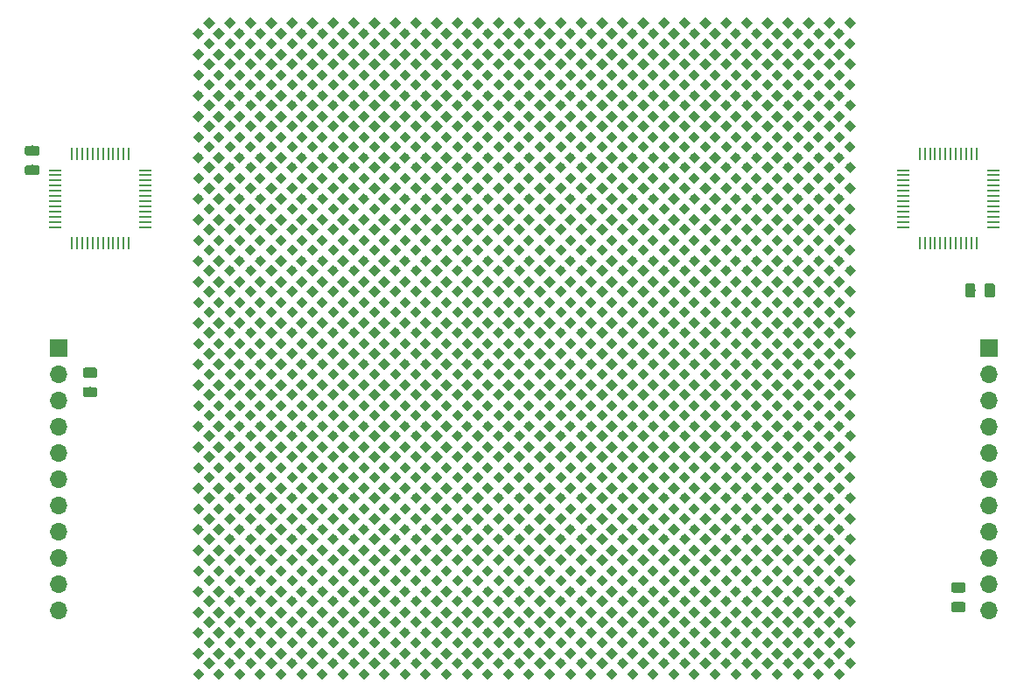
<source format=gbr>
G04 #@! TF.GenerationSoftware,KiCad,Pcbnew,(5.1.2)-2*
G04 #@! TF.CreationDate,2019-09-09T20:31:03-04:00*
G04 #@! TF.ProjectId,digiobscura,64696769-6f62-4736-9375-72612e6b6963,0.1a*
G04 #@! TF.SameCoordinates,Original*
G04 #@! TF.FileFunction,Soldermask,Top*
G04 #@! TF.FilePolarity,Negative*
%FSLAX46Y46*%
G04 Gerber Fmt 4.6, Leading zero omitted, Abs format (unit mm)*
G04 Created by KiCad (PCBNEW (5.1.2)-2) date 2019-09-09 20:31:03*
%MOMM*%
%LPD*%
G04 APERTURE LIST*
%ADD10C,0.800000*%
%ADD11C,0.100000*%
%ADD12R,1.300000X0.250000*%
%ADD13R,0.250000X1.300000*%
%ADD14O,1.700000X1.700000*%
%ADD15R,1.700000X1.700000*%
%ADD16C,0.975000*%
G04 APERTURE END LIST*
D10*
X176969670Y-87030330D03*
D11*
G36*
X176969670Y-87596015D02*
G01*
X176403985Y-87030330D01*
X176969670Y-86464645D01*
X177535355Y-87030330D01*
X176969670Y-87596015D01*
X176969670Y-87596015D01*
G37*
D10*
X178030330Y-85969670D03*
D11*
G36*
X178030330Y-86535355D02*
G01*
X177464645Y-85969670D01*
X178030330Y-85403985D01*
X178596015Y-85969670D01*
X178030330Y-86535355D01*
X178030330Y-86535355D01*
G37*
D10*
X176969670Y-77030330D03*
D11*
G36*
X176969670Y-77596015D02*
G01*
X176403985Y-77030330D01*
X176969670Y-76464645D01*
X177535355Y-77030330D01*
X176969670Y-77596015D01*
X176969670Y-77596015D01*
G37*
D10*
X178030330Y-75969670D03*
D11*
G36*
X178030330Y-76535355D02*
G01*
X177464645Y-75969670D01*
X178030330Y-75403985D01*
X178596015Y-75969670D01*
X178030330Y-76535355D01*
X178030330Y-76535355D01*
G37*
D10*
X172969670Y-39030330D03*
D11*
G36*
X172969670Y-39596015D02*
G01*
X172403985Y-39030330D01*
X172969670Y-38464645D01*
X173535355Y-39030330D01*
X172969670Y-39596015D01*
X172969670Y-39596015D01*
G37*
D10*
X174030330Y-37969670D03*
D11*
G36*
X174030330Y-38535355D02*
G01*
X173464645Y-37969670D01*
X174030330Y-37403985D01*
X174596015Y-37969670D01*
X174030330Y-38535355D01*
X174030330Y-38535355D01*
G37*
D12*
X109850000Y-52250000D03*
X109850000Y-52750000D03*
X109850000Y-53250000D03*
X109850000Y-53750000D03*
X109850000Y-54250000D03*
X109850000Y-54750000D03*
X109850000Y-55250000D03*
X109850000Y-55750000D03*
X109850000Y-56250000D03*
X109850000Y-56750000D03*
X109850000Y-57250000D03*
X109850000Y-57750000D03*
D13*
X108250000Y-59350000D03*
X107750000Y-59350000D03*
X107250000Y-59350000D03*
X106750000Y-59350000D03*
X106250000Y-59350000D03*
X105750000Y-59350000D03*
X105250000Y-59350000D03*
X104750000Y-59350000D03*
X104250000Y-59350000D03*
X103750000Y-59350000D03*
X103250000Y-59350000D03*
X102750000Y-59350000D03*
D12*
X101150000Y-57750000D03*
X101150000Y-57250000D03*
X101150000Y-56750000D03*
X101150000Y-56250000D03*
X101150000Y-55750000D03*
X101150000Y-55250000D03*
X101150000Y-54750000D03*
X101150000Y-54250000D03*
X101150000Y-53750000D03*
X101150000Y-53250000D03*
X101150000Y-52750000D03*
X101150000Y-52250000D03*
D13*
X102750000Y-50650000D03*
X103250000Y-50650000D03*
X103750000Y-50650000D03*
X104250000Y-50650000D03*
X104750000Y-50650000D03*
X105250000Y-50650000D03*
X105750000Y-50650000D03*
X106250000Y-50650000D03*
X106750000Y-50650000D03*
X107250000Y-50650000D03*
X107750000Y-50650000D03*
X108250000Y-50650000D03*
D12*
X183150000Y-57750000D03*
X183150000Y-57250000D03*
X183150000Y-56750000D03*
X183150000Y-56250000D03*
X183150000Y-55750000D03*
X183150000Y-55250000D03*
X183150000Y-54750000D03*
X183150000Y-54250000D03*
X183150000Y-53750000D03*
X183150000Y-53250000D03*
X183150000Y-52750000D03*
X183150000Y-52250000D03*
D13*
X184750000Y-50650000D03*
X185250000Y-50650000D03*
X185750000Y-50650000D03*
X186250000Y-50650000D03*
X186750000Y-50650000D03*
X187250000Y-50650000D03*
X187750000Y-50650000D03*
X188250000Y-50650000D03*
X188750000Y-50650000D03*
X189250000Y-50650000D03*
X189750000Y-50650000D03*
X190250000Y-50650000D03*
D12*
X191850000Y-52250000D03*
X191850000Y-52750000D03*
X191850000Y-53250000D03*
X191850000Y-53750000D03*
X191850000Y-54250000D03*
X191850000Y-54750000D03*
X191850000Y-55250000D03*
X191850000Y-55750000D03*
X191850000Y-56250000D03*
X191850000Y-56750000D03*
X191850000Y-57250000D03*
X191850000Y-57750000D03*
D13*
X190250000Y-59350000D03*
X189750000Y-59350000D03*
X189250000Y-59350000D03*
X188750000Y-59350000D03*
X188250000Y-59350000D03*
X187750000Y-59350000D03*
X187250000Y-59350000D03*
X186750000Y-59350000D03*
X186250000Y-59350000D03*
X185750000Y-59350000D03*
X185250000Y-59350000D03*
X184750000Y-59350000D03*
D10*
X176969670Y-101030330D03*
D11*
G36*
X176969670Y-101596015D02*
G01*
X176403985Y-101030330D01*
X176969670Y-100464645D01*
X177535355Y-101030330D01*
X176969670Y-101596015D01*
X176969670Y-101596015D01*
G37*
D10*
X178030330Y-99969670D03*
D11*
G36*
X178030330Y-100535355D02*
G01*
X177464645Y-99969670D01*
X178030330Y-99403985D01*
X178596015Y-99969670D01*
X178030330Y-100535355D01*
X178030330Y-100535355D01*
G37*
D10*
X174969670Y-101030330D03*
D11*
G36*
X174969670Y-101596015D02*
G01*
X174403985Y-101030330D01*
X174969670Y-100464645D01*
X175535355Y-101030330D01*
X174969670Y-101596015D01*
X174969670Y-101596015D01*
G37*
D10*
X176030330Y-99969670D03*
D11*
G36*
X176030330Y-100535355D02*
G01*
X175464645Y-99969670D01*
X176030330Y-99403985D01*
X176596015Y-99969670D01*
X176030330Y-100535355D01*
X176030330Y-100535355D01*
G37*
D10*
X172969670Y-101030330D03*
D11*
G36*
X172969670Y-101596015D02*
G01*
X172403985Y-101030330D01*
X172969670Y-100464645D01*
X173535355Y-101030330D01*
X172969670Y-101596015D01*
X172969670Y-101596015D01*
G37*
D10*
X174030330Y-99969670D03*
D11*
G36*
X174030330Y-100535355D02*
G01*
X173464645Y-99969670D01*
X174030330Y-99403985D01*
X174596015Y-99969670D01*
X174030330Y-100535355D01*
X174030330Y-100535355D01*
G37*
D10*
X170969670Y-101030330D03*
D11*
G36*
X170969670Y-101596015D02*
G01*
X170403985Y-101030330D01*
X170969670Y-100464645D01*
X171535355Y-101030330D01*
X170969670Y-101596015D01*
X170969670Y-101596015D01*
G37*
D10*
X172030330Y-99969670D03*
D11*
G36*
X172030330Y-100535355D02*
G01*
X171464645Y-99969670D01*
X172030330Y-99403985D01*
X172596015Y-99969670D01*
X172030330Y-100535355D01*
X172030330Y-100535355D01*
G37*
D10*
X168969670Y-101030330D03*
D11*
G36*
X168969670Y-101596015D02*
G01*
X168403985Y-101030330D01*
X168969670Y-100464645D01*
X169535355Y-101030330D01*
X168969670Y-101596015D01*
X168969670Y-101596015D01*
G37*
D10*
X170030330Y-99969670D03*
D11*
G36*
X170030330Y-100535355D02*
G01*
X169464645Y-99969670D01*
X170030330Y-99403985D01*
X170596015Y-99969670D01*
X170030330Y-100535355D01*
X170030330Y-100535355D01*
G37*
D10*
X166969670Y-101030330D03*
D11*
G36*
X166969670Y-101596015D02*
G01*
X166403985Y-101030330D01*
X166969670Y-100464645D01*
X167535355Y-101030330D01*
X166969670Y-101596015D01*
X166969670Y-101596015D01*
G37*
D10*
X168030330Y-99969670D03*
D11*
G36*
X168030330Y-100535355D02*
G01*
X167464645Y-99969670D01*
X168030330Y-99403985D01*
X168596015Y-99969670D01*
X168030330Y-100535355D01*
X168030330Y-100535355D01*
G37*
D10*
X164969670Y-101030330D03*
D11*
G36*
X164969670Y-101596015D02*
G01*
X164403985Y-101030330D01*
X164969670Y-100464645D01*
X165535355Y-101030330D01*
X164969670Y-101596015D01*
X164969670Y-101596015D01*
G37*
D10*
X166030330Y-99969670D03*
D11*
G36*
X166030330Y-100535355D02*
G01*
X165464645Y-99969670D01*
X166030330Y-99403985D01*
X166596015Y-99969670D01*
X166030330Y-100535355D01*
X166030330Y-100535355D01*
G37*
D10*
X162969670Y-101030330D03*
D11*
G36*
X162969670Y-101596015D02*
G01*
X162403985Y-101030330D01*
X162969670Y-100464645D01*
X163535355Y-101030330D01*
X162969670Y-101596015D01*
X162969670Y-101596015D01*
G37*
D10*
X164030330Y-99969670D03*
D11*
G36*
X164030330Y-100535355D02*
G01*
X163464645Y-99969670D01*
X164030330Y-99403985D01*
X164596015Y-99969670D01*
X164030330Y-100535355D01*
X164030330Y-100535355D01*
G37*
D10*
X160969670Y-101030330D03*
D11*
G36*
X160969670Y-101596015D02*
G01*
X160403985Y-101030330D01*
X160969670Y-100464645D01*
X161535355Y-101030330D01*
X160969670Y-101596015D01*
X160969670Y-101596015D01*
G37*
D10*
X162030330Y-99969670D03*
D11*
G36*
X162030330Y-100535355D02*
G01*
X161464645Y-99969670D01*
X162030330Y-99403985D01*
X162596015Y-99969670D01*
X162030330Y-100535355D01*
X162030330Y-100535355D01*
G37*
D10*
X158969670Y-101030330D03*
D11*
G36*
X158969670Y-101596015D02*
G01*
X158403985Y-101030330D01*
X158969670Y-100464645D01*
X159535355Y-101030330D01*
X158969670Y-101596015D01*
X158969670Y-101596015D01*
G37*
D10*
X160030330Y-99969670D03*
D11*
G36*
X160030330Y-100535355D02*
G01*
X159464645Y-99969670D01*
X160030330Y-99403985D01*
X160596015Y-99969670D01*
X160030330Y-100535355D01*
X160030330Y-100535355D01*
G37*
D10*
X156969670Y-101030330D03*
D11*
G36*
X156969670Y-101596015D02*
G01*
X156403985Y-101030330D01*
X156969670Y-100464645D01*
X157535355Y-101030330D01*
X156969670Y-101596015D01*
X156969670Y-101596015D01*
G37*
D10*
X158030330Y-99969670D03*
D11*
G36*
X158030330Y-100535355D02*
G01*
X157464645Y-99969670D01*
X158030330Y-99403985D01*
X158596015Y-99969670D01*
X158030330Y-100535355D01*
X158030330Y-100535355D01*
G37*
D10*
X154969670Y-101030330D03*
D11*
G36*
X154969670Y-101596015D02*
G01*
X154403985Y-101030330D01*
X154969670Y-100464645D01*
X155535355Y-101030330D01*
X154969670Y-101596015D01*
X154969670Y-101596015D01*
G37*
D10*
X156030330Y-99969670D03*
D11*
G36*
X156030330Y-100535355D02*
G01*
X155464645Y-99969670D01*
X156030330Y-99403985D01*
X156596015Y-99969670D01*
X156030330Y-100535355D01*
X156030330Y-100535355D01*
G37*
D10*
X152969670Y-101030330D03*
D11*
G36*
X152969670Y-101596015D02*
G01*
X152403985Y-101030330D01*
X152969670Y-100464645D01*
X153535355Y-101030330D01*
X152969670Y-101596015D01*
X152969670Y-101596015D01*
G37*
D10*
X154030330Y-99969670D03*
D11*
G36*
X154030330Y-100535355D02*
G01*
X153464645Y-99969670D01*
X154030330Y-99403985D01*
X154596015Y-99969670D01*
X154030330Y-100535355D01*
X154030330Y-100535355D01*
G37*
D10*
X150969670Y-101030330D03*
D11*
G36*
X150969670Y-101596015D02*
G01*
X150403985Y-101030330D01*
X150969670Y-100464645D01*
X151535355Y-101030330D01*
X150969670Y-101596015D01*
X150969670Y-101596015D01*
G37*
D10*
X152030330Y-99969670D03*
D11*
G36*
X152030330Y-100535355D02*
G01*
X151464645Y-99969670D01*
X152030330Y-99403985D01*
X152596015Y-99969670D01*
X152030330Y-100535355D01*
X152030330Y-100535355D01*
G37*
D10*
X148969670Y-101030330D03*
D11*
G36*
X148969670Y-101596015D02*
G01*
X148403985Y-101030330D01*
X148969670Y-100464645D01*
X149535355Y-101030330D01*
X148969670Y-101596015D01*
X148969670Y-101596015D01*
G37*
D10*
X150030330Y-99969670D03*
D11*
G36*
X150030330Y-100535355D02*
G01*
X149464645Y-99969670D01*
X150030330Y-99403985D01*
X150596015Y-99969670D01*
X150030330Y-100535355D01*
X150030330Y-100535355D01*
G37*
D10*
X146969670Y-101030330D03*
D11*
G36*
X146969670Y-101596015D02*
G01*
X146403985Y-101030330D01*
X146969670Y-100464645D01*
X147535355Y-101030330D01*
X146969670Y-101596015D01*
X146969670Y-101596015D01*
G37*
D10*
X148030330Y-99969670D03*
D11*
G36*
X148030330Y-100535355D02*
G01*
X147464645Y-99969670D01*
X148030330Y-99403985D01*
X148596015Y-99969670D01*
X148030330Y-100535355D01*
X148030330Y-100535355D01*
G37*
D10*
X144969670Y-101030330D03*
D11*
G36*
X144969670Y-101596015D02*
G01*
X144403985Y-101030330D01*
X144969670Y-100464645D01*
X145535355Y-101030330D01*
X144969670Y-101596015D01*
X144969670Y-101596015D01*
G37*
D10*
X146030330Y-99969670D03*
D11*
G36*
X146030330Y-100535355D02*
G01*
X145464645Y-99969670D01*
X146030330Y-99403985D01*
X146596015Y-99969670D01*
X146030330Y-100535355D01*
X146030330Y-100535355D01*
G37*
D10*
X142969670Y-101030330D03*
D11*
G36*
X142969670Y-101596015D02*
G01*
X142403985Y-101030330D01*
X142969670Y-100464645D01*
X143535355Y-101030330D01*
X142969670Y-101596015D01*
X142969670Y-101596015D01*
G37*
D10*
X144030330Y-99969670D03*
D11*
G36*
X144030330Y-100535355D02*
G01*
X143464645Y-99969670D01*
X144030330Y-99403985D01*
X144596015Y-99969670D01*
X144030330Y-100535355D01*
X144030330Y-100535355D01*
G37*
D10*
X140969670Y-101030330D03*
D11*
G36*
X140969670Y-101596015D02*
G01*
X140403985Y-101030330D01*
X140969670Y-100464645D01*
X141535355Y-101030330D01*
X140969670Y-101596015D01*
X140969670Y-101596015D01*
G37*
D10*
X142030330Y-99969670D03*
D11*
G36*
X142030330Y-100535355D02*
G01*
X141464645Y-99969670D01*
X142030330Y-99403985D01*
X142596015Y-99969670D01*
X142030330Y-100535355D01*
X142030330Y-100535355D01*
G37*
D10*
X138969670Y-101030330D03*
D11*
G36*
X138969670Y-101596015D02*
G01*
X138403985Y-101030330D01*
X138969670Y-100464645D01*
X139535355Y-101030330D01*
X138969670Y-101596015D01*
X138969670Y-101596015D01*
G37*
D10*
X140030330Y-99969670D03*
D11*
G36*
X140030330Y-100535355D02*
G01*
X139464645Y-99969670D01*
X140030330Y-99403985D01*
X140596015Y-99969670D01*
X140030330Y-100535355D01*
X140030330Y-100535355D01*
G37*
D10*
X136969670Y-101030330D03*
D11*
G36*
X136969670Y-101596015D02*
G01*
X136403985Y-101030330D01*
X136969670Y-100464645D01*
X137535355Y-101030330D01*
X136969670Y-101596015D01*
X136969670Y-101596015D01*
G37*
D10*
X138030330Y-99969670D03*
D11*
G36*
X138030330Y-100535355D02*
G01*
X137464645Y-99969670D01*
X138030330Y-99403985D01*
X138596015Y-99969670D01*
X138030330Y-100535355D01*
X138030330Y-100535355D01*
G37*
D10*
X134969670Y-101030330D03*
D11*
G36*
X134969670Y-101596015D02*
G01*
X134403985Y-101030330D01*
X134969670Y-100464645D01*
X135535355Y-101030330D01*
X134969670Y-101596015D01*
X134969670Y-101596015D01*
G37*
D10*
X136030330Y-99969670D03*
D11*
G36*
X136030330Y-100535355D02*
G01*
X135464645Y-99969670D01*
X136030330Y-99403985D01*
X136596015Y-99969670D01*
X136030330Y-100535355D01*
X136030330Y-100535355D01*
G37*
D10*
X132969670Y-101030330D03*
D11*
G36*
X132969670Y-101596015D02*
G01*
X132403985Y-101030330D01*
X132969670Y-100464645D01*
X133535355Y-101030330D01*
X132969670Y-101596015D01*
X132969670Y-101596015D01*
G37*
D10*
X134030330Y-99969670D03*
D11*
G36*
X134030330Y-100535355D02*
G01*
X133464645Y-99969670D01*
X134030330Y-99403985D01*
X134596015Y-99969670D01*
X134030330Y-100535355D01*
X134030330Y-100535355D01*
G37*
D10*
X130969670Y-101030330D03*
D11*
G36*
X130969670Y-101596015D02*
G01*
X130403985Y-101030330D01*
X130969670Y-100464645D01*
X131535355Y-101030330D01*
X130969670Y-101596015D01*
X130969670Y-101596015D01*
G37*
D10*
X132030330Y-99969670D03*
D11*
G36*
X132030330Y-100535355D02*
G01*
X131464645Y-99969670D01*
X132030330Y-99403985D01*
X132596015Y-99969670D01*
X132030330Y-100535355D01*
X132030330Y-100535355D01*
G37*
D10*
X128969670Y-101030330D03*
D11*
G36*
X128969670Y-101596015D02*
G01*
X128403985Y-101030330D01*
X128969670Y-100464645D01*
X129535355Y-101030330D01*
X128969670Y-101596015D01*
X128969670Y-101596015D01*
G37*
D10*
X130030330Y-99969670D03*
D11*
G36*
X130030330Y-100535355D02*
G01*
X129464645Y-99969670D01*
X130030330Y-99403985D01*
X130596015Y-99969670D01*
X130030330Y-100535355D01*
X130030330Y-100535355D01*
G37*
D10*
X126969670Y-101030330D03*
D11*
G36*
X126969670Y-101596015D02*
G01*
X126403985Y-101030330D01*
X126969670Y-100464645D01*
X127535355Y-101030330D01*
X126969670Y-101596015D01*
X126969670Y-101596015D01*
G37*
D10*
X128030330Y-99969670D03*
D11*
G36*
X128030330Y-100535355D02*
G01*
X127464645Y-99969670D01*
X128030330Y-99403985D01*
X128596015Y-99969670D01*
X128030330Y-100535355D01*
X128030330Y-100535355D01*
G37*
D10*
X124969670Y-101030330D03*
D11*
G36*
X124969670Y-101596015D02*
G01*
X124403985Y-101030330D01*
X124969670Y-100464645D01*
X125535355Y-101030330D01*
X124969670Y-101596015D01*
X124969670Y-101596015D01*
G37*
D10*
X126030330Y-99969670D03*
D11*
G36*
X126030330Y-100535355D02*
G01*
X125464645Y-99969670D01*
X126030330Y-99403985D01*
X126596015Y-99969670D01*
X126030330Y-100535355D01*
X126030330Y-100535355D01*
G37*
D10*
X122969670Y-101030330D03*
D11*
G36*
X122969670Y-101596015D02*
G01*
X122403985Y-101030330D01*
X122969670Y-100464645D01*
X123535355Y-101030330D01*
X122969670Y-101596015D01*
X122969670Y-101596015D01*
G37*
D10*
X124030330Y-99969670D03*
D11*
G36*
X124030330Y-100535355D02*
G01*
X123464645Y-99969670D01*
X124030330Y-99403985D01*
X124596015Y-99969670D01*
X124030330Y-100535355D01*
X124030330Y-100535355D01*
G37*
D10*
X120969670Y-101030330D03*
D11*
G36*
X120969670Y-101596015D02*
G01*
X120403985Y-101030330D01*
X120969670Y-100464645D01*
X121535355Y-101030330D01*
X120969670Y-101596015D01*
X120969670Y-101596015D01*
G37*
D10*
X122030330Y-99969670D03*
D11*
G36*
X122030330Y-100535355D02*
G01*
X121464645Y-99969670D01*
X122030330Y-99403985D01*
X122596015Y-99969670D01*
X122030330Y-100535355D01*
X122030330Y-100535355D01*
G37*
D10*
X118969670Y-101030330D03*
D11*
G36*
X118969670Y-101596015D02*
G01*
X118403985Y-101030330D01*
X118969670Y-100464645D01*
X119535355Y-101030330D01*
X118969670Y-101596015D01*
X118969670Y-101596015D01*
G37*
D10*
X120030330Y-99969670D03*
D11*
G36*
X120030330Y-100535355D02*
G01*
X119464645Y-99969670D01*
X120030330Y-99403985D01*
X120596015Y-99969670D01*
X120030330Y-100535355D01*
X120030330Y-100535355D01*
G37*
D10*
X116969670Y-101030330D03*
D11*
G36*
X116969670Y-101596015D02*
G01*
X116403985Y-101030330D01*
X116969670Y-100464645D01*
X117535355Y-101030330D01*
X116969670Y-101596015D01*
X116969670Y-101596015D01*
G37*
D10*
X118030330Y-99969670D03*
D11*
G36*
X118030330Y-100535355D02*
G01*
X117464645Y-99969670D01*
X118030330Y-99403985D01*
X118596015Y-99969670D01*
X118030330Y-100535355D01*
X118030330Y-100535355D01*
G37*
D10*
X114969670Y-101030330D03*
D11*
G36*
X114969670Y-101596015D02*
G01*
X114403985Y-101030330D01*
X114969670Y-100464645D01*
X115535355Y-101030330D01*
X114969670Y-101596015D01*
X114969670Y-101596015D01*
G37*
D10*
X116030330Y-99969670D03*
D11*
G36*
X116030330Y-100535355D02*
G01*
X115464645Y-99969670D01*
X116030330Y-99403985D01*
X116596015Y-99969670D01*
X116030330Y-100535355D01*
X116030330Y-100535355D01*
G37*
D10*
X176969670Y-99030330D03*
D11*
G36*
X176969670Y-99596015D02*
G01*
X176403985Y-99030330D01*
X176969670Y-98464645D01*
X177535355Y-99030330D01*
X176969670Y-99596015D01*
X176969670Y-99596015D01*
G37*
D10*
X178030330Y-97969670D03*
D11*
G36*
X178030330Y-98535355D02*
G01*
X177464645Y-97969670D01*
X178030330Y-97403985D01*
X178596015Y-97969670D01*
X178030330Y-98535355D01*
X178030330Y-98535355D01*
G37*
D10*
X174969670Y-99030330D03*
D11*
G36*
X174969670Y-99596015D02*
G01*
X174403985Y-99030330D01*
X174969670Y-98464645D01*
X175535355Y-99030330D01*
X174969670Y-99596015D01*
X174969670Y-99596015D01*
G37*
D10*
X176030330Y-97969670D03*
D11*
G36*
X176030330Y-98535355D02*
G01*
X175464645Y-97969670D01*
X176030330Y-97403985D01*
X176596015Y-97969670D01*
X176030330Y-98535355D01*
X176030330Y-98535355D01*
G37*
D10*
X172969670Y-99030330D03*
D11*
G36*
X172969670Y-99596015D02*
G01*
X172403985Y-99030330D01*
X172969670Y-98464645D01*
X173535355Y-99030330D01*
X172969670Y-99596015D01*
X172969670Y-99596015D01*
G37*
D10*
X174030330Y-97969670D03*
D11*
G36*
X174030330Y-98535355D02*
G01*
X173464645Y-97969670D01*
X174030330Y-97403985D01*
X174596015Y-97969670D01*
X174030330Y-98535355D01*
X174030330Y-98535355D01*
G37*
D10*
X170969670Y-99030330D03*
D11*
G36*
X170969670Y-99596015D02*
G01*
X170403985Y-99030330D01*
X170969670Y-98464645D01*
X171535355Y-99030330D01*
X170969670Y-99596015D01*
X170969670Y-99596015D01*
G37*
D10*
X172030330Y-97969670D03*
D11*
G36*
X172030330Y-98535355D02*
G01*
X171464645Y-97969670D01*
X172030330Y-97403985D01*
X172596015Y-97969670D01*
X172030330Y-98535355D01*
X172030330Y-98535355D01*
G37*
D10*
X168969670Y-99030330D03*
D11*
G36*
X168969670Y-99596015D02*
G01*
X168403985Y-99030330D01*
X168969670Y-98464645D01*
X169535355Y-99030330D01*
X168969670Y-99596015D01*
X168969670Y-99596015D01*
G37*
D10*
X170030330Y-97969670D03*
D11*
G36*
X170030330Y-98535355D02*
G01*
X169464645Y-97969670D01*
X170030330Y-97403985D01*
X170596015Y-97969670D01*
X170030330Y-98535355D01*
X170030330Y-98535355D01*
G37*
D10*
X166969670Y-99030330D03*
D11*
G36*
X166969670Y-99596015D02*
G01*
X166403985Y-99030330D01*
X166969670Y-98464645D01*
X167535355Y-99030330D01*
X166969670Y-99596015D01*
X166969670Y-99596015D01*
G37*
D10*
X168030330Y-97969670D03*
D11*
G36*
X168030330Y-98535355D02*
G01*
X167464645Y-97969670D01*
X168030330Y-97403985D01*
X168596015Y-97969670D01*
X168030330Y-98535355D01*
X168030330Y-98535355D01*
G37*
D10*
X164969670Y-99030330D03*
D11*
G36*
X164969670Y-99596015D02*
G01*
X164403985Y-99030330D01*
X164969670Y-98464645D01*
X165535355Y-99030330D01*
X164969670Y-99596015D01*
X164969670Y-99596015D01*
G37*
D10*
X166030330Y-97969670D03*
D11*
G36*
X166030330Y-98535355D02*
G01*
X165464645Y-97969670D01*
X166030330Y-97403985D01*
X166596015Y-97969670D01*
X166030330Y-98535355D01*
X166030330Y-98535355D01*
G37*
D10*
X162969670Y-99030330D03*
D11*
G36*
X162969670Y-99596015D02*
G01*
X162403985Y-99030330D01*
X162969670Y-98464645D01*
X163535355Y-99030330D01*
X162969670Y-99596015D01*
X162969670Y-99596015D01*
G37*
D10*
X164030330Y-97969670D03*
D11*
G36*
X164030330Y-98535355D02*
G01*
X163464645Y-97969670D01*
X164030330Y-97403985D01*
X164596015Y-97969670D01*
X164030330Y-98535355D01*
X164030330Y-98535355D01*
G37*
D10*
X160969670Y-99030330D03*
D11*
G36*
X160969670Y-99596015D02*
G01*
X160403985Y-99030330D01*
X160969670Y-98464645D01*
X161535355Y-99030330D01*
X160969670Y-99596015D01*
X160969670Y-99596015D01*
G37*
D10*
X162030330Y-97969670D03*
D11*
G36*
X162030330Y-98535355D02*
G01*
X161464645Y-97969670D01*
X162030330Y-97403985D01*
X162596015Y-97969670D01*
X162030330Y-98535355D01*
X162030330Y-98535355D01*
G37*
D10*
X158969670Y-99030330D03*
D11*
G36*
X158969670Y-99596015D02*
G01*
X158403985Y-99030330D01*
X158969670Y-98464645D01*
X159535355Y-99030330D01*
X158969670Y-99596015D01*
X158969670Y-99596015D01*
G37*
D10*
X160030330Y-97969670D03*
D11*
G36*
X160030330Y-98535355D02*
G01*
X159464645Y-97969670D01*
X160030330Y-97403985D01*
X160596015Y-97969670D01*
X160030330Y-98535355D01*
X160030330Y-98535355D01*
G37*
D10*
X156969670Y-99030330D03*
D11*
G36*
X156969670Y-99596015D02*
G01*
X156403985Y-99030330D01*
X156969670Y-98464645D01*
X157535355Y-99030330D01*
X156969670Y-99596015D01*
X156969670Y-99596015D01*
G37*
D10*
X158030330Y-97969670D03*
D11*
G36*
X158030330Y-98535355D02*
G01*
X157464645Y-97969670D01*
X158030330Y-97403985D01*
X158596015Y-97969670D01*
X158030330Y-98535355D01*
X158030330Y-98535355D01*
G37*
D10*
X154969670Y-99030330D03*
D11*
G36*
X154969670Y-99596015D02*
G01*
X154403985Y-99030330D01*
X154969670Y-98464645D01*
X155535355Y-99030330D01*
X154969670Y-99596015D01*
X154969670Y-99596015D01*
G37*
D10*
X156030330Y-97969670D03*
D11*
G36*
X156030330Y-98535355D02*
G01*
X155464645Y-97969670D01*
X156030330Y-97403985D01*
X156596015Y-97969670D01*
X156030330Y-98535355D01*
X156030330Y-98535355D01*
G37*
D10*
X152969670Y-99030330D03*
D11*
G36*
X152969670Y-99596015D02*
G01*
X152403985Y-99030330D01*
X152969670Y-98464645D01*
X153535355Y-99030330D01*
X152969670Y-99596015D01*
X152969670Y-99596015D01*
G37*
D10*
X154030330Y-97969670D03*
D11*
G36*
X154030330Y-98535355D02*
G01*
X153464645Y-97969670D01*
X154030330Y-97403985D01*
X154596015Y-97969670D01*
X154030330Y-98535355D01*
X154030330Y-98535355D01*
G37*
D10*
X150969670Y-99030330D03*
D11*
G36*
X150969670Y-99596015D02*
G01*
X150403985Y-99030330D01*
X150969670Y-98464645D01*
X151535355Y-99030330D01*
X150969670Y-99596015D01*
X150969670Y-99596015D01*
G37*
D10*
X152030330Y-97969670D03*
D11*
G36*
X152030330Y-98535355D02*
G01*
X151464645Y-97969670D01*
X152030330Y-97403985D01*
X152596015Y-97969670D01*
X152030330Y-98535355D01*
X152030330Y-98535355D01*
G37*
D10*
X148969670Y-99030330D03*
D11*
G36*
X148969670Y-99596015D02*
G01*
X148403985Y-99030330D01*
X148969670Y-98464645D01*
X149535355Y-99030330D01*
X148969670Y-99596015D01*
X148969670Y-99596015D01*
G37*
D10*
X150030330Y-97969670D03*
D11*
G36*
X150030330Y-98535355D02*
G01*
X149464645Y-97969670D01*
X150030330Y-97403985D01*
X150596015Y-97969670D01*
X150030330Y-98535355D01*
X150030330Y-98535355D01*
G37*
D10*
X146969670Y-99030330D03*
D11*
G36*
X146969670Y-99596015D02*
G01*
X146403985Y-99030330D01*
X146969670Y-98464645D01*
X147535355Y-99030330D01*
X146969670Y-99596015D01*
X146969670Y-99596015D01*
G37*
D10*
X148030330Y-97969670D03*
D11*
G36*
X148030330Y-98535355D02*
G01*
X147464645Y-97969670D01*
X148030330Y-97403985D01*
X148596015Y-97969670D01*
X148030330Y-98535355D01*
X148030330Y-98535355D01*
G37*
D10*
X144969670Y-99030330D03*
D11*
G36*
X144969670Y-99596015D02*
G01*
X144403985Y-99030330D01*
X144969670Y-98464645D01*
X145535355Y-99030330D01*
X144969670Y-99596015D01*
X144969670Y-99596015D01*
G37*
D10*
X146030330Y-97969670D03*
D11*
G36*
X146030330Y-98535355D02*
G01*
X145464645Y-97969670D01*
X146030330Y-97403985D01*
X146596015Y-97969670D01*
X146030330Y-98535355D01*
X146030330Y-98535355D01*
G37*
D10*
X142969670Y-99030330D03*
D11*
G36*
X142969670Y-99596015D02*
G01*
X142403985Y-99030330D01*
X142969670Y-98464645D01*
X143535355Y-99030330D01*
X142969670Y-99596015D01*
X142969670Y-99596015D01*
G37*
D10*
X144030330Y-97969670D03*
D11*
G36*
X144030330Y-98535355D02*
G01*
X143464645Y-97969670D01*
X144030330Y-97403985D01*
X144596015Y-97969670D01*
X144030330Y-98535355D01*
X144030330Y-98535355D01*
G37*
D10*
X140969670Y-99030330D03*
D11*
G36*
X140969670Y-99596015D02*
G01*
X140403985Y-99030330D01*
X140969670Y-98464645D01*
X141535355Y-99030330D01*
X140969670Y-99596015D01*
X140969670Y-99596015D01*
G37*
D10*
X142030330Y-97969670D03*
D11*
G36*
X142030330Y-98535355D02*
G01*
X141464645Y-97969670D01*
X142030330Y-97403985D01*
X142596015Y-97969670D01*
X142030330Y-98535355D01*
X142030330Y-98535355D01*
G37*
D10*
X138969670Y-99030330D03*
D11*
G36*
X138969670Y-99596015D02*
G01*
X138403985Y-99030330D01*
X138969670Y-98464645D01*
X139535355Y-99030330D01*
X138969670Y-99596015D01*
X138969670Y-99596015D01*
G37*
D10*
X140030330Y-97969670D03*
D11*
G36*
X140030330Y-98535355D02*
G01*
X139464645Y-97969670D01*
X140030330Y-97403985D01*
X140596015Y-97969670D01*
X140030330Y-98535355D01*
X140030330Y-98535355D01*
G37*
D10*
X136969670Y-99030330D03*
D11*
G36*
X136969670Y-99596015D02*
G01*
X136403985Y-99030330D01*
X136969670Y-98464645D01*
X137535355Y-99030330D01*
X136969670Y-99596015D01*
X136969670Y-99596015D01*
G37*
D10*
X138030330Y-97969670D03*
D11*
G36*
X138030330Y-98535355D02*
G01*
X137464645Y-97969670D01*
X138030330Y-97403985D01*
X138596015Y-97969670D01*
X138030330Y-98535355D01*
X138030330Y-98535355D01*
G37*
D10*
X134969670Y-99030330D03*
D11*
G36*
X134969670Y-99596015D02*
G01*
X134403985Y-99030330D01*
X134969670Y-98464645D01*
X135535355Y-99030330D01*
X134969670Y-99596015D01*
X134969670Y-99596015D01*
G37*
D10*
X136030330Y-97969670D03*
D11*
G36*
X136030330Y-98535355D02*
G01*
X135464645Y-97969670D01*
X136030330Y-97403985D01*
X136596015Y-97969670D01*
X136030330Y-98535355D01*
X136030330Y-98535355D01*
G37*
D10*
X132969670Y-99030330D03*
D11*
G36*
X132969670Y-99596015D02*
G01*
X132403985Y-99030330D01*
X132969670Y-98464645D01*
X133535355Y-99030330D01*
X132969670Y-99596015D01*
X132969670Y-99596015D01*
G37*
D10*
X134030330Y-97969670D03*
D11*
G36*
X134030330Y-98535355D02*
G01*
X133464645Y-97969670D01*
X134030330Y-97403985D01*
X134596015Y-97969670D01*
X134030330Y-98535355D01*
X134030330Y-98535355D01*
G37*
D10*
X130969670Y-99030330D03*
D11*
G36*
X130969670Y-99596015D02*
G01*
X130403985Y-99030330D01*
X130969670Y-98464645D01*
X131535355Y-99030330D01*
X130969670Y-99596015D01*
X130969670Y-99596015D01*
G37*
D10*
X132030330Y-97969670D03*
D11*
G36*
X132030330Y-98535355D02*
G01*
X131464645Y-97969670D01*
X132030330Y-97403985D01*
X132596015Y-97969670D01*
X132030330Y-98535355D01*
X132030330Y-98535355D01*
G37*
D10*
X128969670Y-99030330D03*
D11*
G36*
X128969670Y-99596015D02*
G01*
X128403985Y-99030330D01*
X128969670Y-98464645D01*
X129535355Y-99030330D01*
X128969670Y-99596015D01*
X128969670Y-99596015D01*
G37*
D10*
X130030330Y-97969670D03*
D11*
G36*
X130030330Y-98535355D02*
G01*
X129464645Y-97969670D01*
X130030330Y-97403985D01*
X130596015Y-97969670D01*
X130030330Y-98535355D01*
X130030330Y-98535355D01*
G37*
D10*
X126969670Y-99030330D03*
D11*
G36*
X126969670Y-99596015D02*
G01*
X126403985Y-99030330D01*
X126969670Y-98464645D01*
X127535355Y-99030330D01*
X126969670Y-99596015D01*
X126969670Y-99596015D01*
G37*
D10*
X128030330Y-97969670D03*
D11*
G36*
X128030330Y-98535355D02*
G01*
X127464645Y-97969670D01*
X128030330Y-97403985D01*
X128596015Y-97969670D01*
X128030330Y-98535355D01*
X128030330Y-98535355D01*
G37*
D10*
X124969670Y-99030330D03*
D11*
G36*
X124969670Y-99596015D02*
G01*
X124403985Y-99030330D01*
X124969670Y-98464645D01*
X125535355Y-99030330D01*
X124969670Y-99596015D01*
X124969670Y-99596015D01*
G37*
D10*
X126030330Y-97969670D03*
D11*
G36*
X126030330Y-98535355D02*
G01*
X125464645Y-97969670D01*
X126030330Y-97403985D01*
X126596015Y-97969670D01*
X126030330Y-98535355D01*
X126030330Y-98535355D01*
G37*
D10*
X122969670Y-99030330D03*
D11*
G36*
X122969670Y-99596015D02*
G01*
X122403985Y-99030330D01*
X122969670Y-98464645D01*
X123535355Y-99030330D01*
X122969670Y-99596015D01*
X122969670Y-99596015D01*
G37*
D10*
X124030330Y-97969670D03*
D11*
G36*
X124030330Y-98535355D02*
G01*
X123464645Y-97969670D01*
X124030330Y-97403985D01*
X124596015Y-97969670D01*
X124030330Y-98535355D01*
X124030330Y-98535355D01*
G37*
D10*
X120969670Y-99030330D03*
D11*
G36*
X120969670Y-99596015D02*
G01*
X120403985Y-99030330D01*
X120969670Y-98464645D01*
X121535355Y-99030330D01*
X120969670Y-99596015D01*
X120969670Y-99596015D01*
G37*
D10*
X122030330Y-97969670D03*
D11*
G36*
X122030330Y-98535355D02*
G01*
X121464645Y-97969670D01*
X122030330Y-97403985D01*
X122596015Y-97969670D01*
X122030330Y-98535355D01*
X122030330Y-98535355D01*
G37*
D10*
X118969670Y-99030330D03*
D11*
G36*
X118969670Y-99596015D02*
G01*
X118403985Y-99030330D01*
X118969670Y-98464645D01*
X119535355Y-99030330D01*
X118969670Y-99596015D01*
X118969670Y-99596015D01*
G37*
D10*
X120030330Y-97969670D03*
D11*
G36*
X120030330Y-98535355D02*
G01*
X119464645Y-97969670D01*
X120030330Y-97403985D01*
X120596015Y-97969670D01*
X120030330Y-98535355D01*
X120030330Y-98535355D01*
G37*
D10*
X116969670Y-99030330D03*
D11*
G36*
X116969670Y-99596015D02*
G01*
X116403985Y-99030330D01*
X116969670Y-98464645D01*
X117535355Y-99030330D01*
X116969670Y-99596015D01*
X116969670Y-99596015D01*
G37*
D10*
X118030330Y-97969670D03*
D11*
G36*
X118030330Y-98535355D02*
G01*
X117464645Y-97969670D01*
X118030330Y-97403985D01*
X118596015Y-97969670D01*
X118030330Y-98535355D01*
X118030330Y-98535355D01*
G37*
D10*
X114969670Y-99030330D03*
D11*
G36*
X114969670Y-99596015D02*
G01*
X114403985Y-99030330D01*
X114969670Y-98464645D01*
X115535355Y-99030330D01*
X114969670Y-99596015D01*
X114969670Y-99596015D01*
G37*
D10*
X116030330Y-97969670D03*
D11*
G36*
X116030330Y-98535355D02*
G01*
X115464645Y-97969670D01*
X116030330Y-97403985D01*
X116596015Y-97969670D01*
X116030330Y-98535355D01*
X116030330Y-98535355D01*
G37*
D10*
X176969670Y-97030330D03*
D11*
G36*
X176969670Y-97596015D02*
G01*
X176403985Y-97030330D01*
X176969670Y-96464645D01*
X177535355Y-97030330D01*
X176969670Y-97596015D01*
X176969670Y-97596015D01*
G37*
D10*
X178030330Y-95969670D03*
D11*
G36*
X178030330Y-96535355D02*
G01*
X177464645Y-95969670D01*
X178030330Y-95403985D01*
X178596015Y-95969670D01*
X178030330Y-96535355D01*
X178030330Y-96535355D01*
G37*
D10*
X174969670Y-97030330D03*
D11*
G36*
X174969670Y-97596015D02*
G01*
X174403985Y-97030330D01*
X174969670Y-96464645D01*
X175535355Y-97030330D01*
X174969670Y-97596015D01*
X174969670Y-97596015D01*
G37*
D10*
X176030330Y-95969670D03*
D11*
G36*
X176030330Y-96535355D02*
G01*
X175464645Y-95969670D01*
X176030330Y-95403985D01*
X176596015Y-95969670D01*
X176030330Y-96535355D01*
X176030330Y-96535355D01*
G37*
D10*
X172969670Y-97030330D03*
D11*
G36*
X172969670Y-97596015D02*
G01*
X172403985Y-97030330D01*
X172969670Y-96464645D01*
X173535355Y-97030330D01*
X172969670Y-97596015D01*
X172969670Y-97596015D01*
G37*
D10*
X174030330Y-95969670D03*
D11*
G36*
X174030330Y-96535355D02*
G01*
X173464645Y-95969670D01*
X174030330Y-95403985D01*
X174596015Y-95969670D01*
X174030330Y-96535355D01*
X174030330Y-96535355D01*
G37*
D10*
X170969670Y-97030330D03*
D11*
G36*
X170969670Y-97596015D02*
G01*
X170403985Y-97030330D01*
X170969670Y-96464645D01*
X171535355Y-97030330D01*
X170969670Y-97596015D01*
X170969670Y-97596015D01*
G37*
D10*
X172030330Y-95969670D03*
D11*
G36*
X172030330Y-96535355D02*
G01*
X171464645Y-95969670D01*
X172030330Y-95403985D01*
X172596015Y-95969670D01*
X172030330Y-96535355D01*
X172030330Y-96535355D01*
G37*
D10*
X168969670Y-97030330D03*
D11*
G36*
X168969670Y-97596015D02*
G01*
X168403985Y-97030330D01*
X168969670Y-96464645D01*
X169535355Y-97030330D01*
X168969670Y-97596015D01*
X168969670Y-97596015D01*
G37*
D10*
X170030330Y-95969670D03*
D11*
G36*
X170030330Y-96535355D02*
G01*
X169464645Y-95969670D01*
X170030330Y-95403985D01*
X170596015Y-95969670D01*
X170030330Y-96535355D01*
X170030330Y-96535355D01*
G37*
D10*
X166969670Y-97030330D03*
D11*
G36*
X166969670Y-97596015D02*
G01*
X166403985Y-97030330D01*
X166969670Y-96464645D01*
X167535355Y-97030330D01*
X166969670Y-97596015D01*
X166969670Y-97596015D01*
G37*
D10*
X168030330Y-95969670D03*
D11*
G36*
X168030330Y-96535355D02*
G01*
X167464645Y-95969670D01*
X168030330Y-95403985D01*
X168596015Y-95969670D01*
X168030330Y-96535355D01*
X168030330Y-96535355D01*
G37*
D10*
X164969670Y-97030330D03*
D11*
G36*
X164969670Y-97596015D02*
G01*
X164403985Y-97030330D01*
X164969670Y-96464645D01*
X165535355Y-97030330D01*
X164969670Y-97596015D01*
X164969670Y-97596015D01*
G37*
D10*
X166030330Y-95969670D03*
D11*
G36*
X166030330Y-96535355D02*
G01*
X165464645Y-95969670D01*
X166030330Y-95403985D01*
X166596015Y-95969670D01*
X166030330Y-96535355D01*
X166030330Y-96535355D01*
G37*
D10*
X162969670Y-97030330D03*
D11*
G36*
X162969670Y-97596015D02*
G01*
X162403985Y-97030330D01*
X162969670Y-96464645D01*
X163535355Y-97030330D01*
X162969670Y-97596015D01*
X162969670Y-97596015D01*
G37*
D10*
X164030330Y-95969670D03*
D11*
G36*
X164030330Y-96535355D02*
G01*
X163464645Y-95969670D01*
X164030330Y-95403985D01*
X164596015Y-95969670D01*
X164030330Y-96535355D01*
X164030330Y-96535355D01*
G37*
D10*
X160969670Y-97030330D03*
D11*
G36*
X160969670Y-97596015D02*
G01*
X160403985Y-97030330D01*
X160969670Y-96464645D01*
X161535355Y-97030330D01*
X160969670Y-97596015D01*
X160969670Y-97596015D01*
G37*
D10*
X162030330Y-95969670D03*
D11*
G36*
X162030330Y-96535355D02*
G01*
X161464645Y-95969670D01*
X162030330Y-95403985D01*
X162596015Y-95969670D01*
X162030330Y-96535355D01*
X162030330Y-96535355D01*
G37*
D10*
X158969670Y-97030330D03*
D11*
G36*
X158969670Y-97596015D02*
G01*
X158403985Y-97030330D01*
X158969670Y-96464645D01*
X159535355Y-97030330D01*
X158969670Y-97596015D01*
X158969670Y-97596015D01*
G37*
D10*
X160030330Y-95969670D03*
D11*
G36*
X160030330Y-96535355D02*
G01*
X159464645Y-95969670D01*
X160030330Y-95403985D01*
X160596015Y-95969670D01*
X160030330Y-96535355D01*
X160030330Y-96535355D01*
G37*
D10*
X156969670Y-97030330D03*
D11*
G36*
X156969670Y-97596015D02*
G01*
X156403985Y-97030330D01*
X156969670Y-96464645D01*
X157535355Y-97030330D01*
X156969670Y-97596015D01*
X156969670Y-97596015D01*
G37*
D10*
X158030330Y-95969670D03*
D11*
G36*
X158030330Y-96535355D02*
G01*
X157464645Y-95969670D01*
X158030330Y-95403985D01*
X158596015Y-95969670D01*
X158030330Y-96535355D01*
X158030330Y-96535355D01*
G37*
D10*
X154969670Y-97030330D03*
D11*
G36*
X154969670Y-97596015D02*
G01*
X154403985Y-97030330D01*
X154969670Y-96464645D01*
X155535355Y-97030330D01*
X154969670Y-97596015D01*
X154969670Y-97596015D01*
G37*
D10*
X156030330Y-95969670D03*
D11*
G36*
X156030330Y-96535355D02*
G01*
X155464645Y-95969670D01*
X156030330Y-95403985D01*
X156596015Y-95969670D01*
X156030330Y-96535355D01*
X156030330Y-96535355D01*
G37*
D10*
X152969670Y-97030330D03*
D11*
G36*
X152969670Y-97596015D02*
G01*
X152403985Y-97030330D01*
X152969670Y-96464645D01*
X153535355Y-97030330D01*
X152969670Y-97596015D01*
X152969670Y-97596015D01*
G37*
D10*
X154030330Y-95969670D03*
D11*
G36*
X154030330Y-96535355D02*
G01*
X153464645Y-95969670D01*
X154030330Y-95403985D01*
X154596015Y-95969670D01*
X154030330Y-96535355D01*
X154030330Y-96535355D01*
G37*
D10*
X150969670Y-97030330D03*
D11*
G36*
X150969670Y-97596015D02*
G01*
X150403985Y-97030330D01*
X150969670Y-96464645D01*
X151535355Y-97030330D01*
X150969670Y-97596015D01*
X150969670Y-97596015D01*
G37*
D10*
X152030330Y-95969670D03*
D11*
G36*
X152030330Y-96535355D02*
G01*
X151464645Y-95969670D01*
X152030330Y-95403985D01*
X152596015Y-95969670D01*
X152030330Y-96535355D01*
X152030330Y-96535355D01*
G37*
D10*
X148969670Y-97030330D03*
D11*
G36*
X148969670Y-97596015D02*
G01*
X148403985Y-97030330D01*
X148969670Y-96464645D01*
X149535355Y-97030330D01*
X148969670Y-97596015D01*
X148969670Y-97596015D01*
G37*
D10*
X150030330Y-95969670D03*
D11*
G36*
X150030330Y-96535355D02*
G01*
X149464645Y-95969670D01*
X150030330Y-95403985D01*
X150596015Y-95969670D01*
X150030330Y-96535355D01*
X150030330Y-96535355D01*
G37*
D10*
X146969670Y-97030330D03*
D11*
G36*
X146969670Y-97596015D02*
G01*
X146403985Y-97030330D01*
X146969670Y-96464645D01*
X147535355Y-97030330D01*
X146969670Y-97596015D01*
X146969670Y-97596015D01*
G37*
D10*
X148030330Y-95969670D03*
D11*
G36*
X148030330Y-96535355D02*
G01*
X147464645Y-95969670D01*
X148030330Y-95403985D01*
X148596015Y-95969670D01*
X148030330Y-96535355D01*
X148030330Y-96535355D01*
G37*
D10*
X144969670Y-97030330D03*
D11*
G36*
X144969670Y-97596015D02*
G01*
X144403985Y-97030330D01*
X144969670Y-96464645D01*
X145535355Y-97030330D01*
X144969670Y-97596015D01*
X144969670Y-97596015D01*
G37*
D10*
X146030330Y-95969670D03*
D11*
G36*
X146030330Y-96535355D02*
G01*
X145464645Y-95969670D01*
X146030330Y-95403985D01*
X146596015Y-95969670D01*
X146030330Y-96535355D01*
X146030330Y-96535355D01*
G37*
D10*
X142969670Y-97030330D03*
D11*
G36*
X142969670Y-97596015D02*
G01*
X142403985Y-97030330D01*
X142969670Y-96464645D01*
X143535355Y-97030330D01*
X142969670Y-97596015D01*
X142969670Y-97596015D01*
G37*
D10*
X144030330Y-95969670D03*
D11*
G36*
X144030330Y-96535355D02*
G01*
X143464645Y-95969670D01*
X144030330Y-95403985D01*
X144596015Y-95969670D01*
X144030330Y-96535355D01*
X144030330Y-96535355D01*
G37*
D10*
X140969670Y-97030330D03*
D11*
G36*
X140969670Y-97596015D02*
G01*
X140403985Y-97030330D01*
X140969670Y-96464645D01*
X141535355Y-97030330D01*
X140969670Y-97596015D01*
X140969670Y-97596015D01*
G37*
D10*
X142030330Y-95969670D03*
D11*
G36*
X142030330Y-96535355D02*
G01*
X141464645Y-95969670D01*
X142030330Y-95403985D01*
X142596015Y-95969670D01*
X142030330Y-96535355D01*
X142030330Y-96535355D01*
G37*
D10*
X138969670Y-97030330D03*
D11*
G36*
X138969670Y-97596015D02*
G01*
X138403985Y-97030330D01*
X138969670Y-96464645D01*
X139535355Y-97030330D01*
X138969670Y-97596015D01*
X138969670Y-97596015D01*
G37*
D10*
X140030330Y-95969670D03*
D11*
G36*
X140030330Y-96535355D02*
G01*
X139464645Y-95969670D01*
X140030330Y-95403985D01*
X140596015Y-95969670D01*
X140030330Y-96535355D01*
X140030330Y-96535355D01*
G37*
D10*
X136969670Y-97030330D03*
D11*
G36*
X136969670Y-97596015D02*
G01*
X136403985Y-97030330D01*
X136969670Y-96464645D01*
X137535355Y-97030330D01*
X136969670Y-97596015D01*
X136969670Y-97596015D01*
G37*
D10*
X138030330Y-95969670D03*
D11*
G36*
X138030330Y-96535355D02*
G01*
X137464645Y-95969670D01*
X138030330Y-95403985D01*
X138596015Y-95969670D01*
X138030330Y-96535355D01*
X138030330Y-96535355D01*
G37*
D10*
X134969670Y-97030330D03*
D11*
G36*
X134969670Y-97596015D02*
G01*
X134403985Y-97030330D01*
X134969670Y-96464645D01*
X135535355Y-97030330D01*
X134969670Y-97596015D01*
X134969670Y-97596015D01*
G37*
D10*
X136030330Y-95969670D03*
D11*
G36*
X136030330Y-96535355D02*
G01*
X135464645Y-95969670D01*
X136030330Y-95403985D01*
X136596015Y-95969670D01*
X136030330Y-96535355D01*
X136030330Y-96535355D01*
G37*
D10*
X132969670Y-97030330D03*
D11*
G36*
X132969670Y-97596015D02*
G01*
X132403985Y-97030330D01*
X132969670Y-96464645D01*
X133535355Y-97030330D01*
X132969670Y-97596015D01*
X132969670Y-97596015D01*
G37*
D10*
X134030330Y-95969670D03*
D11*
G36*
X134030330Y-96535355D02*
G01*
X133464645Y-95969670D01*
X134030330Y-95403985D01*
X134596015Y-95969670D01*
X134030330Y-96535355D01*
X134030330Y-96535355D01*
G37*
D10*
X130969670Y-97030330D03*
D11*
G36*
X130969670Y-97596015D02*
G01*
X130403985Y-97030330D01*
X130969670Y-96464645D01*
X131535355Y-97030330D01*
X130969670Y-97596015D01*
X130969670Y-97596015D01*
G37*
D10*
X132030330Y-95969670D03*
D11*
G36*
X132030330Y-96535355D02*
G01*
X131464645Y-95969670D01*
X132030330Y-95403985D01*
X132596015Y-95969670D01*
X132030330Y-96535355D01*
X132030330Y-96535355D01*
G37*
D10*
X128969670Y-97030330D03*
D11*
G36*
X128969670Y-97596015D02*
G01*
X128403985Y-97030330D01*
X128969670Y-96464645D01*
X129535355Y-97030330D01*
X128969670Y-97596015D01*
X128969670Y-97596015D01*
G37*
D10*
X130030330Y-95969670D03*
D11*
G36*
X130030330Y-96535355D02*
G01*
X129464645Y-95969670D01*
X130030330Y-95403985D01*
X130596015Y-95969670D01*
X130030330Y-96535355D01*
X130030330Y-96535355D01*
G37*
D10*
X126969670Y-97030330D03*
D11*
G36*
X126969670Y-97596015D02*
G01*
X126403985Y-97030330D01*
X126969670Y-96464645D01*
X127535355Y-97030330D01*
X126969670Y-97596015D01*
X126969670Y-97596015D01*
G37*
D10*
X128030330Y-95969670D03*
D11*
G36*
X128030330Y-96535355D02*
G01*
X127464645Y-95969670D01*
X128030330Y-95403985D01*
X128596015Y-95969670D01*
X128030330Y-96535355D01*
X128030330Y-96535355D01*
G37*
D10*
X124969670Y-97030330D03*
D11*
G36*
X124969670Y-97596015D02*
G01*
X124403985Y-97030330D01*
X124969670Y-96464645D01*
X125535355Y-97030330D01*
X124969670Y-97596015D01*
X124969670Y-97596015D01*
G37*
D10*
X126030330Y-95969670D03*
D11*
G36*
X126030330Y-96535355D02*
G01*
X125464645Y-95969670D01*
X126030330Y-95403985D01*
X126596015Y-95969670D01*
X126030330Y-96535355D01*
X126030330Y-96535355D01*
G37*
D10*
X122969670Y-97030330D03*
D11*
G36*
X122969670Y-97596015D02*
G01*
X122403985Y-97030330D01*
X122969670Y-96464645D01*
X123535355Y-97030330D01*
X122969670Y-97596015D01*
X122969670Y-97596015D01*
G37*
D10*
X124030330Y-95969670D03*
D11*
G36*
X124030330Y-96535355D02*
G01*
X123464645Y-95969670D01*
X124030330Y-95403985D01*
X124596015Y-95969670D01*
X124030330Y-96535355D01*
X124030330Y-96535355D01*
G37*
D10*
X120969670Y-97030330D03*
D11*
G36*
X120969670Y-97596015D02*
G01*
X120403985Y-97030330D01*
X120969670Y-96464645D01*
X121535355Y-97030330D01*
X120969670Y-97596015D01*
X120969670Y-97596015D01*
G37*
D10*
X122030330Y-95969670D03*
D11*
G36*
X122030330Y-96535355D02*
G01*
X121464645Y-95969670D01*
X122030330Y-95403985D01*
X122596015Y-95969670D01*
X122030330Y-96535355D01*
X122030330Y-96535355D01*
G37*
D10*
X118969670Y-97030330D03*
D11*
G36*
X118969670Y-97596015D02*
G01*
X118403985Y-97030330D01*
X118969670Y-96464645D01*
X119535355Y-97030330D01*
X118969670Y-97596015D01*
X118969670Y-97596015D01*
G37*
D10*
X120030330Y-95969670D03*
D11*
G36*
X120030330Y-96535355D02*
G01*
X119464645Y-95969670D01*
X120030330Y-95403985D01*
X120596015Y-95969670D01*
X120030330Y-96535355D01*
X120030330Y-96535355D01*
G37*
D10*
X116969670Y-97030330D03*
D11*
G36*
X116969670Y-97596015D02*
G01*
X116403985Y-97030330D01*
X116969670Y-96464645D01*
X117535355Y-97030330D01*
X116969670Y-97596015D01*
X116969670Y-97596015D01*
G37*
D10*
X118030330Y-95969670D03*
D11*
G36*
X118030330Y-96535355D02*
G01*
X117464645Y-95969670D01*
X118030330Y-95403985D01*
X118596015Y-95969670D01*
X118030330Y-96535355D01*
X118030330Y-96535355D01*
G37*
D10*
X114969670Y-97030330D03*
D11*
G36*
X114969670Y-97596015D02*
G01*
X114403985Y-97030330D01*
X114969670Y-96464645D01*
X115535355Y-97030330D01*
X114969670Y-97596015D01*
X114969670Y-97596015D01*
G37*
D10*
X116030330Y-95969670D03*
D11*
G36*
X116030330Y-96535355D02*
G01*
X115464645Y-95969670D01*
X116030330Y-95403985D01*
X116596015Y-95969670D01*
X116030330Y-96535355D01*
X116030330Y-96535355D01*
G37*
D10*
X176969670Y-95030330D03*
D11*
G36*
X176969670Y-95596015D02*
G01*
X176403985Y-95030330D01*
X176969670Y-94464645D01*
X177535355Y-95030330D01*
X176969670Y-95596015D01*
X176969670Y-95596015D01*
G37*
D10*
X178030330Y-93969670D03*
D11*
G36*
X178030330Y-94535355D02*
G01*
X177464645Y-93969670D01*
X178030330Y-93403985D01*
X178596015Y-93969670D01*
X178030330Y-94535355D01*
X178030330Y-94535355D01*
G37*
D10*
X174969670Y-95030330D03*
D11*
G36*
X174969670Y-95596015D02*
G01*
X174403985Y-95030330D01*
X174969670Y-94464645D01*
X175535355Y-95030330D01*
X174969670Y-95596015D01*
X174969670Y-95596015D01*
G37*
D10*
X176030330Y-93969670D03*
D11*
G36*
X176030330Y-94535355D02*
G01*
X175464645Y-93969670D01*
X176030330Y-93403985D01*
X176596015Y-93969670D01*
X176030330Y-94535355D01*
X176030330Y-94535355D01*
G37*
D10*
X172969670Y-95030330D03*
D11*
G36*
X172969670Y-95596015D02*
G01*
X172403985Y-95030330D01*
X172969670Y-94464645D01*
X173535355Y-95030330D01*
X172969670Y-95596015D01*
X172969670Y-95596015D01*
G37*
D10*
X174030330Y-93969670D03*
D11*
G36*
X174030330Y-94535355D02*
G01*
X173464645Y-93969670D01*
X174030330Y-93403985D01*
X174596015Y-93969670D01*
X174030330Y-94535355D01*
X174030330Y-94535355D01*
G37*
D10*
X170969670Y-95030330D03*
D11*
G36*
X170969670Y-95596015D02*
G01*
X170403985Y-95030330D01*
X170969670Y-94464645D01*
X171535355Y-95030330D01*
X170969670Y-95596015D01*
X170969670Y-95596015D01*
G37*
D10*
X172030330Y-93969670D03*
D11*
G36*
X172030330Y-94535355D02*
G01*
X171464645Y-93969670D01*
X172030330Y-93403985D01*
X172596015Y-93969670D01*
X172030330Y-94535355D01*
X172030330Y-94535355D01*
G37*
D10*
X168969670Y-95030330D03*
D11*
G36*
X168969670Y-95596015D02*
G01*
X168403985Y-95030330D01*
X168969670Y-94464645D01*
X169535355Y-95030330D01*
X168969670Y-95596015D01*
X168969670Y-95596015D01*
G37*
D10*
X170030330Y-93969670D03*
D11*
G36*
X170030330Y-94535355D02*
G01*
X169464645Y-93969670D01*
X170030330Y-93403985D01*
X170596015Y-93969670D01*
X170030330Y-94535355D01*
X170030330Y-94535355D01*
G37*
D10*
X166969670Y-95030330D03*
D11*
G36*
X166969670Y-95596015D02*
G01*
X166403985Y-95030330D01*
X166969670Y-94464645D01*
X167535355Y-95030330D01*
X166969670Y-95596015D01*
X166969670Y-95596015D01*
G37*
D10*
X168030330Y-93969670D03*
D11*
G36*
X168030330Y-94535355D02*
G01*
X167464645Y-93969670D01*
X168030330Y-93403985D01*
X168596015Y-93969670D01*
X168030330Y-94535355D01*
X168030330Y-94535355D01*
G37*
D10*
X164969670Y-95030330D03*
D11*
G36*
X164969670Y-95596015D02*
G01*
X164403985Y-95030330D01*
X164969670Y-94464645D01*
X165535355Y-95030330D01*
X164969670Y-95596015D01*
X164969670Y-95596015D01*
G37*
D10*
X166030330Y-93969670D03*
D11*
G36*
X166030330Y-94535355D02*
G01*
X165464645Y-93969670D01*
X166030330Y-93403985D01*
X166596015Y-93969670D01*
X166030330Y-94535355D01*
X166030330Y-94535355D01*
G37*
D10*
X162969670Y-95030330D03*
D11*
G36*
X162969670Y-95596015D02*
G01*
X162403985Y-95030330D01*
X162969670Y-94464645D01*
X163535355Y-95030330D01*
X162969670Y-95596015D01*
X162969670Y-95596015D01*
G37*
D10*
X164030330Y-93969670D03*
D11*
G36*
X164030330Y-94535355D02*
G01*
X163464645Y-93969670D01*
X164030330Y-93403985D01*
X164596015Y-93969670D01*
X164030330Y-94535355D01*
X164030330Y-94535355D01*
G37*
D10*
X160969670Y-95030330D03*
D11*
G36*
X160969670Y-95596015D02*
G01*
X160403985Y-95030330D01*
X160969670Y-94464645D01*
X161535355Y-95030330D01*
X160969670Y-95596015D01*
X160969670Y-95596015D01*
G37*
D10*
X162030330Y-93969670D03*
D11*
G36*
X162030330Y-94535355D02*
G01*
X161464645Y-93969670D01*
X162030330Y-93403985D01*
X162596015Y-93969670D01*
X162030330Y-94535355D01*
X162030330Y-94535355D01*
G37*
D10*
X158969670Y-95030330D03*
D11*
G36*
X158969670Y-95596015D02*
G01*
X158403985Y-95030330D01*
X158969670Y-94464645D01*
X159535355Y-95030330D01*
X158969670Y-95596015D01*
X158969670Y-95596015D01*
G37*
D10*
X160030330Y-93969670D03*
D11*
G36*
X160030330Y-94535355D02*
G01*
X159464645Y-93969670D01*
X160030330Y-93403985D01*
X160596015Y-93969670D01*
X160030330Y-94535355D01*
X160030330Y-94535355D01*
G37*
D10*
X156969670Y-95030330D03*
D11*
G36*
X156969670Y-95596015D02*
G01*
X156403985Y-95030330D01*
X156969670Y-94464645D01*
X157535355Y-95030330D01*
X156969670Y-95596015D01*
X156969670Y-95596015D01*
G37*
D10*
X158030330Y-93969670D03*
D11*
G36*
X158030330Y-94535355D02*
G01*
X157464645Y-93969670D01*
X158030330Y-93403985D01*
X158596015Y-93969670D01*
X158030330Y-94535355D01*
X158030330Y-94535355D01*
G37*
D10*
X154969670Y-95030330D03*
D11*
G36*
X154969670Y-95596015D02*
G01*
X154403985Y-95030330D01*
X154969670Y-94464645D01*
X155535355Y-95030330D01*
X154969670Y-95596015D01*
X154969670Y-95596015D01*
G37*
D10*
X156030330Y-93969670D03*
D11*
G36*
X156030330Y-94535355D02*
G01*
X155464645Y-93969670D01*
X156030330Y-93403985D01*
X156596015Y-93969670D01*
X156030330Y-94535355D01*
X156030330Y-94535355D01*
G37*
D10*
X152969670Y-95030330D03*
D11*
G36*
X152969670Y-95596015D02*
G01*
X152403985Y-95030330D01*
X152969670Y-94464645D01*
X153535355Y-95030330D01*
X152969670Y-95596015D01*
X152969670Y-95596015D01*
G37*
D10*
X154030330Y-93969670D03*
D11*
G36*
X154030330Y-94535355D02*
G01*
X153464645Y-93969670D01*
X154030330Y-93403985D01*
X154596015Y-93969670D01*
X154030330Y-94535355D01*
X154030330Y-94535355D01*
G37*
D10*
X150969670Y-95030330D03*
D11*
G36*
X150969670Y-95596015D02*
G01*
X150403985Y-95030330D01*
X150969670Y-94464645D01*
X151535355Y-95030330D01*
X150969670Y-95596015D01*
X150969670Y-95596015D01*
G37*
D10*
X152030330Y-93969670D03*
D11*
G36*
X152030330Y-94535355D02*
G01*
X151464645Y-93969670D01*
X152030330Y-93403985D01*
X152596015Y-93969670D01*
X152030330Y-94535355D01*
X152030330Y-94535355D01*
G37*
D10*
X148969670Y-95030330D03*
D11*
G36*
X148969670Y-95596015D02*
G01*
X148403985Y-95030330D01*
X148969670Y-94464645D01*
X149535355Y-95030330D01*
X148969670Y-95596015D01*
X148969670Y-95596015D01*
G37*
D10*
X150030330Y-93969670D03*
D11*
G36*
X150030330Y-94535355D02*
G01*
X149464645Y-93969670D01*
X150030330Y-93403985D01*
X150596015Y-93969670D01*
X150030330Y-94535355D01*
X150030330Y-94535355D01*
G37*
D10*
X146969670Y-95030330D03*
D11*
G36*
X146969670Y-95596015D02*
G01*
X146403985Y-95030330D01*
X146969670Y-94464645D01*
X147535355Y-95030330D01*
X146969670Y-95596015D01*
X146969670Y-95596015D01*
G37*
D10*
X148030330Y-93969670D03*
D11*
G36*
X148030330Y-94535355D02*
G01*
X147464645Y-93969670D01*
X148030330Y-93403985D01*
X148596015Y-93969670D01*
X148030330Y-94535355D01*
X148030330Y-94535355D01*
G37*
D10*
X144969670Y-95030330D03*
D11*
G36*
X144969670Y-95596015D02*
G01*
X144403985Y-95030330D01*
X144969670Y-94464645D01*
X145535355Y-95030330D01*
X144969670Y-95596015D01*
X144969670Y-95596015D01*
G37*
D10*
X146030330Y-93969670D03*
D11*
G36*
X146030330Y-94535355D02*
G01*
X145464645Y-93969670D01*
X146030330Y-93403985D01*
X146596015Y-93969670D01*
X146030330Y-94535355D01*
X146030330Y-94535355D01*
G37*
D10*
X142969670Y-95030330D03*
D11*
G36*
X142969670Y-95596015D02*
G01*
X142403985Y-95030330D01*
X142969670Y-94464645D01*
X143535355Y-95030330D01*
X142969670Y-95596015D01*
X142969670Y-95596015D01*
G37*
D10*
X144030330Y-93969670D03*
D11*
G36*
X144030330Y-94535355D02*
G01*
X143464645Y-93969670D01*
X144030330Y-93403985D01*
X144596015Y-93969670D01*
X144030330Y-94535355D01*
X144030330Y-94535355D01*
G37*
D10*
X140969670Y-95030330D03*
D11*
G36*
X140969670Y-95596015D02*
G01*
X140403985Y-95030330D01*
X140969670Y-94464645D01*
X141535355Y-95030330D01*
X140969670Y-95596015D01*
X140969670Y-95596015D01*
G37*
D10*
X142030330Y-93969670D03*
D11*
G36*
X142030330Y-94535355D02*
G01*
X141464645Y-93969670D01*
X142030330Y-93403985D01*
X142596015Y-93969670D01*
X142030330Y-94535355D01*
X142030330Y-94535355D01*
G37*
D10*
X138969670Y-95030330D03*
D11*
G36*
X138969670Y-95596015D02*
G01*
X138403985Y-95030330D01*
X138969670Y-94464645D01*
X139535355Y-95030330D01*
X138969670Y-95596015D01*
X138969670Y-95596015D01*
G37*
D10*
X140030330Y-93969670D03*
D11*
G36*
X140030330Y-94535355D02*
G01*
X139464645Y-93969670D01*
X140030330Y-93403985D01*
X140596015Y-93969670D01*
X140030330Y-94535355D01*
X140030330Y-94535355D01*
G37*
D10*
X136969670Y-95030330D03*
D11*
G36*
X136969670Y-95596015D02*
G01*
X136403985Y-95030330D01*
X136969670Y-94464645D01*
X137535355Y-95030330D01*
X136969670Y-95596015D01*
X136969670Y-95596015D01*
G37*
D10*
X138030330Y-93969670D03*
D11*
G36*
X138030330Y-94535355D02*
G01*
X137464645Y-93969670D01*
X138030330Y-93403985D01*
X138596015Y-93969670D01*
X138030330Y-94535355D01*
X138030330Y-94535355D01*
G37*
D10*
X134969670Y-95030330D03*
D11*
G36*
X134969670Y-95596015D02*
G01*
X134403985Y-95030330D01*
X134969670Y-94464645D01*
X135535355Y-95030330D01*
X134969670Y-95596015D01*
X134969670Y-95596015D01*
G37*
D10*
X136030330Y-93969670D03*
D11*
G36*
X136030330Y-94535355D02*
G01*
X135464645Y-93969670D01*
X136030330Y-93403985D01*
X136596015Y-93969670D01*
X136030330Y-94535355D01*
X136030330Y-94535355D01*
G37*
D10*
X132969670Y-95030330D03*
D11*
G36*
X132969670Y-95596015D02*
G01*
X132403985Y-95030330D01*
X132969670Y-94464645D01*
X133535355Y-95030330D01*
X132969670Y-95596015D01*
X132969670Y-95596015D01*
G37*
D10*
X134030330Y-93969670D03*
D11*
G36*
X134030330Y-94535355D02*
G01*
X133464645Y-93969670D01*
X134030330Y-93403985D01*
X134596015Y-93969670D01*
X134030330Y-94535355D01*
X134030330Y-94535355D01*
G37*
D10*
X130969670Y-95030330D03*
D11*
G36*
X130969670Y-95596015D02*
G01*
X130403985Y-95030330D01*
X130969670Y-94464645D01*
X131535355Y-95030330D01*
X130969670Y-95596015D01*
X130969670Y-95596015D01*
G37*
D10*
X132030330Y-93969670D03*
D11*
G36*
X132030330Y-94535355D02*
G01*
X131464645Y-93969670D01*
X132030330Y-93403985D01*
X132596015Y-93969670D01*
X132030330Y-94535355D01*
X132030330Y-94535355D01*
G37*
D10*
X128969670Y-95030330D03*
D11*
G36*
X128969670Y-95596015D02*
G01*
X128403985Y-95030330D01*
X128969670Y-94464645D01*
X129535355Y-95030330D01*
X128969670Y-95596015D01*
X128969670Y-95596015D01*
G37*
D10*
X130030330Y-93969670D03*
D11*
G36*
X130030330Y-94535355D02*
G01*
X129464645Y-93969670D01*
X130030330Y-93403985D01*
X130596015Y-93969670D01*
X130030330Y-94535355D01*
X130030330Y-94535355D01*
G37*
D10*
X126969670Y-95030330D03*
D11*
G36*
X126969670Y-95596015D02*
G01*
X126403985Y-95030330D01*
X126969670Y-94464645D01*
X127535355Y-95030330D01*
X126969670Y-95596015D01*
X126969670Y-95596015D01*
G37*
D10*
X128030330Y-93969670D03*
D11*
G36*
X128030330Y-94535355D02*
G01*
X127464645Y-93969670D01*
X128030330Y-93403985D01*
X128596015Y-93969670D01*
X128030330Y-94535355D01*
X128030330Y-94535355D01*
G37*
D10*
X124969670Y-95030330D03*
D11*
G36*
X124969670Y-95596015D02*
G01*
X124403985Y-95030330D01*
X124969670Y-94464645D01*
X125535355Y-95030330D01*
X124969670Y-95596015D01*
X124969670Y-95596015D01*
G37*
D10*
X126030330Y-93969670D03*
D11*
G36*
X126030330Y-94535355D02*
G01*
X125464645Y-93969670D01*
X126030330Y-93403985D01*
X126596015Y-93969670D01*
X126030330Y-94535355D01*
X126030330Y-94535355D01*
G37*
D10*
X122969670Y-95030330D03*
D11*
G36*
X122969670Y-95596015D02*
G01*
X122403985Y-95030330D01*
X122969670Y-94464645D01*
X123535355Y-95030330D01*
X122969670Y-95596015D01*
X122969670Y-95596015D01*
G37*
D10*
X124030330Y-93969670D03*
D11*
G36*
X124030330Y-94535355D02*
G01*
X123464645Y-93969670D01*
X124030330Y-93403985D01*
X124596015Y-93969670D01*
X124030330Y-94535355D01*
X124030330Y-94535355D01*
G37*
D10*
X120969670Y-95030330D03*
D11*
G36*
X120969670Y-95596015D02*
G01*
X120403985Y-95030330D01*
X120969670Y-94464645D01*
X121535355Y-95030330D01*
X120969670Y-95596015D01*
X120969670Y-95596015D01*
G37*
D10*
X122030330Y-93969670D03*
D11*
G36*
X122030330Y-94535355D02*
G01*
X121464645Y-93969670D01*
X122030330Y-93403985D01*
X122596015Y-93969670D01*
X122030330Y-94535355D01*
X122030330Y-94535355D01*
G37*
D10*
X118969670Y-95030330D03*
D11*
G36*
X118969670Y-95596015D02*
G01*
X118403985Y-95030330D01*
X118969670Y-94464645D01*
X119535355Y-95030330D01*
X118969670Y-95596015D01*
X118969670Y-95596015D01*
G37*
D10*
X120030330Y-93969670D03*
D11*
G36*
X120030330Y-94535355D02*
G01*
X119464645Y-93969670D01*
X120030330Y-93403985D01*
X120596015Y-93969670D01*
X120030330Y-94535355D01*
X120030330Y-94535355D01*
G37*
D10*
X116969670Y-95030330D03*
D11*
G36*
X116969670Y-95596015D02*
G01*
X116403985Y-95030330D01*
X116969670Y-94464645D01*
X117535355Y-95030330D01*
X116969670Y-95596015D01*
X116969670Y-95596015D01*
G37*
D10*
X118030330Y-93969670D03*
D11*
G36*
X118030330Y-94535355D02*
G01*
X117464645Y-93969670D01*
X118030330Y-93403985D01*
X118596015Y-93969670D01*
X118030330Y-94535355D01*
X118030330Y-94535355D01*
G37*
D10*
X114969670Y-95030330D03*
D11*
G36*
X114969670Y-95596015D02*
G01*
X114403985Y-95030330D01*
X114969670Y-94464645D01*
X115535355Y-95030330D01*
X114969670Y-95596015D01*
X114969670Y-95596015D01*
G37*
D10*
X116030330Y-93969670D03*
D11*
G36*
X116030330Y-94535355D02*
G01*
X115464645Y-93969670D01*
X116030330Y-93403985D01*
X116596015Y-93969670D01*
X116030330Y-94535355D01*
X116030330Y-94535355D01*
G37*
D10*
X176969670Y-93030330D03*
D11*
G36*
X176969670Y-93596015D02*
G01*
X176403985Y-93030330D01*
X176969670Y-92464645D01*
X177535355Y-93030330D01*
X176969670Y-93596015D01*
X176969670Y-93596015D01*
G37*
D10*
X178030330Y-91969670D03*
D11*
G36*
X178030330Y-92535355D02*
G01*
X177464645Y-91969670D01*
X178030330Y-91403985D01*
X178596015Y-91969670D01*
X178030330Y-92535355D01*
X178030330Y-92535355D01*
G37*
D10*
X174969670Y-93030330D03*
D11*
G36*
X174969670Y-93596015D02*
G01*
X174403985Y-93030330D01*
X174969670Y-92464645D01*
X175535355Y-93030330D01*
X174969670Y-93596015D01*
X174969670Y-93596015D01*
G37*
D10*
X176030330Y-91969670D03*
D11*
G36*
X176030330Y-92535355D02*
G01*
X175464645Y-91969670D01*
X176030330Y-91403985D01*
X176596015Y-91969670D01*
X176030330Y-92535355D01*
X176030330Y-92535355D01*
G37*
D10*
X172969670Y-93030330D03*
D11*
G36*
X172969670Y-93596015D02*
G01*
X172403985Y-93030330D01*
X172969670Y-92464645D01*
X173535355Y-93030330D01*
X172969670Y-93596015D01*
X172969670Y-93596015D01*
G37*
D10*
X174030330Y-91969670D03*
D11*
G36*
X174030330Y-92535355D02*
G01*
X173464645Y-91969670D01*
X174030330Y-91403985D01*
X174596015Y-91969670D01*
X174030330Y-92535355D01*
X174030330Y-92535355D01*
G37*
D10*
X170969670Y-93030330D03*
D11*
G36*
X170969670Y-93596015D02*
G01*
X170403985Y-93030330D01*
X170969670Y-92464645D01*
X171535355Y-93030330D01*
X170969670Y-93596015D01*
X170969670Y-93596015D01*
G37*
D10*
X172030330Y-91969670D03*
D11*
G36*
X172030330Y-92535355D02*
G01*
X171464645Y-91969670D01*
X172030330Y-91403985D01*
X172596015Y-91969670D01*
X172030330Y-92535355D01*
X172030330Y-92535355D01*
G37*
D10*
X168969670Y-93030330D03*
D11*
G36*
X168969670Y-93596015D02*
G01*
X168403985Y-93030330D01*
X168969670Y-92464645D01*
X169535355Y-93030330D01*
X168969670Y-93596015D01*
X168969670Y-93596015D01*
G37*
D10*
X170030330Y-91969670D03*
D11*
G36*
X170030330Y-92535355D02*
G01*
X169464645Y-91969670D01*
X170030330Y-91403985D01*
X170596015Y-91969670D01*
X170030330Y-92535355D01*
X170030330Y-92535355D01*
G37*
D10*
X166969670Y-93030330D03*
D11*
G36*
X166969670Y-93596015D02*
G01*
X166403985Y-93030330D01*
X166969670Y-92464645D01*
X167535355Y-93030330D01*
X166969670Y-93596015D01*
X166969670Y-93596015D01*
G37*
D10*
X168030330Y-91969670D03*
D11*
G36*
X168030330Y-92535355D02*
G01*
X167464645Y-91969670D01*
X168030330Y-91403985D01*
X168596015Y-91969670D01*
X168030330Y-92535355D01*
X168030330Y-92535355D01*
G37*
D10*
X164969670Y-93030330D03*
D11*
G36*
X164969670Y-93596015D02*
G01*
X164403985Y-93030330D01*
X164969670Y-92464645D01*
X165535355Y-93030330D01*
X164969670Y-93596015D01*
X164969670Y-93596015D01*
G37*
D10*
X166030330Y-91969670D03*
D11*
G36*
X166030330Y-92535355D02*
G01*
X165464645Y-91969670D01*
X166030330Y-91403985D01*
X166596015Y-91969670D01*
X166030330Y-92535355D01*
X166030330Y-92535355D01*
G37*
D10*
X162969670Y-93030330D03*
D11*
G36*
X162969670Y-93596015D02*
G01*
X162403985Y-93030330D01*
X162969670Y-92464645D01*
X163535355Y-93030330D01*
X162969670Y-93596015D01*
X162969670Y-93596015D01*
G37*
D10*
X164030330Y-91969670D03*
D11*
G36*
X164030330Y-92535355D02*
G01*
X163464645Y-91969670D01*
X164030330Y-91403985D01*
X164596015Y-91969670D01*
X164030330Y-92535355D01*
X164030330Y-92535355D01*
G37*
D10*
X160969670Y-93030330D03*
D11*
G36*
X160969670Y-93596015D02*
G01*
X160403985Y-93030330D01*
X160969670Y-92464645D01*
X161535355Y-93030330D01*
X160969670Y-93596015D01*
X160969670Y-93596015D01*
G37*
D10*
X162030330Y-91969670D03*
D11*
G36*
X162030330Y-92535355D02*
G01*
X161464645Y-91969670D01*
X162030330Y-91403985D01*
X162596015Y-91969670D01*
X162030330Y-92535355D01*
X162030330Y-92535355D01*
G37*
D10*
X158969670Y-93030330D03*
D11*
G36*
X158969670Y-93596015D02*
G01*
X158403985Y-93030330D01*
X158969670Y-92464645D01*
X159535355Y-93030330D01*
X158969670Y-93596015D01*
X158969670Y-93596015D01*
G37*
D10*
X160030330Y-91969670D03*
D11*
G36*
X160030330Y-92535355D02*
G01*
X159464645Y-91969670D01*
X160030330Y-91403985D01*
X160596015Y-91969670D01*
X160030330Y-92535355D01*
X160030330Y-92535355D01*
G37*
D10*
X156969670Y-93030330D03*
D11*
G36*
X156969670Y-93596015D02*
G01*
X156403985Y-93030330D01*
X156969670Y-92464645D01*
X157535355Y-93030330D01*
X156969670Y-93596015D01*
X156969670Y-93596015D01*
G37*
D10*
X158030330Y-91969670D03*
D11*
G36*
X158030330Y-92535355D02*
G01*
X157464645Y-91969670D01*
X158030330Y-91403985D01*
X158596015Y-91969670D01*
X158030330Y-92535355D01*
X158030330Y-92535355D01*
G37*
D10*
X154969670Y-93030330D03*
D11*
G36*
X154969670Y-93596015D02*
G01*
X154403985Y-93030330D01*
X154969670Y-92464645D01*
X155535355Y-93030330D01*
X154969670Y-93596015D01*
X154969670Y-93596015D01*
G37*
D10*
X156030330Y-91969670D03*
D11*
G36*
X156030330Y-92535355D02*
G01*
X155464645Y-91969670D01*
X156030330Y-91403985D01*
X156596015Y-91969670D01*
X156030330Y-92535355D01*
X156030330Y-92535355D01*
G37*
D10*
X152969670Y-93030330D03*
D11*
G36*
X152969670Y-93596015D02*
G01*
X152403985Y-93030330D01*
X152969670Y-92464645D01*
X153535355Y-93030330D01*
X152969670Y-93596015D01*
X152969670Y-93596015D01*
G37*
D10*
X154030330Y-91969670D03*
D11*
G36*
X154030330Y-92535355D02*
G01*
X153464645Y-91969670D01*
X154030330Y-91403985D01*
X154596015Y-91969670D01*
X154030330Y-92535355D01*
X154030330Y-92535355D01*
G37*
D10*
X150969670Y-93030330D03*
D11*
G36*
X150969670Y-93596015D02*
G01*
X150403985Y-93030330D01*
X150969670Y-92464645D01*
X151535355Y-93030330D01*
X150969670Y-93596015D01*
X150969670Y-93596015D01*
G37*
D10*
X152030330Y-91969670D03*
D11*
G36*
X152030330Y-92535355D02*
G01*
X151464645Y-91969670D01*
X152030330Y-91403985D01*
X152596015Y-91969670D01*
X152030330Y-92535355D01*
X152030330Y-92535355D01*
G37*
D10*
X148969670Y-93030330D03*
D11*
G36*
X148969670Y-93596015D02*
G01*
X148403985Y-93030330D01*
X148969670Y-92464645D01*
X149535355Y-93030330D01*
X148969670Y-93596015D01*
X148969670Y-93596015D01*
G37*
D10*
X150030330Y-91969670D03*
D11*
G36*
X150030330Y-92535355D02*
G01*
X149464645Y-91969670D01*
X150030330Y-91403985D01*
X150596015Y-91969670D01*
X150030330Y-92535355D01*
X150030330Y-92535355D01*
G37*
D10*
X146969670Y-93030330D03*
D11*
G36*
X146969670Y-93596015D02*
G01*
X146403985Y-93030330D01*
X146969670Y-92464645D01*
X147535355Y-93030330D01*
X146969670Y-93596015D01*
X146969670Y-93596015D01*
G37*
D10*
X148030330Y-91969670D03*
D11*
G36*
X148030330Y-92535355D02*
G01*
X147464645Y-91969670D01*
X148030330Y-91403985D01*
X148596015Y-91969670D01*
X148030330Y-92535355D01*
X148030330Y-92535355D01*
G37*
D10*
X144969670Y-93030330D03*
D11*
G36*
X144969670Y-93596015D02*
G01*
X144403985Y-93030330D01*
X144969670Y-92464645D01*
X145535355Y-93030330D01*
X144969670Y-93596015D01*
X144969670Y-93596015D01*
G37*
D10*
X146030330Y-91969670D03*
D11*
G36*
X146030330Y-92535355D02*
G01*
X145464645Y-91969670D01*
X146030330Y-91403985D01*
X146596015Y-91969670D01*
X146030330Y-92535355D01*
X146030330Y-92535355D01*
G37*
D10*
X142969670Y-93030330D03*
D11*
G36*
X142969670Y-93596015D02*
G01*
X142403985Y-93030330D01*
X142969670Y-92464645D01*
X143535355Y-93030330D01*
X142969670Y-93596015D01*
X142969670Y-93596015D01*
G37*
D10*
X144030330Y-91969670D03*
D11*
G36*
X144030330Y-92535355D02*
G01*
X143464645Y-91969670D01*
X144030330Y-91403985D01*
X144596015Y-91969670D01*
X144030330Y-92535355D01*
X144030330Y-92535355D01*
G37*
D10*
X140969670Y-93030330D03*
D11*
G36*
X140969670Y-93596015D02*
G01*
X140403985Y-93030330D01*
X140969670Y-92464645D01*
X141535355Y-93030330D01*
X140969670Y-93596015D01*
X140969670Y-93596015D01*
G37*
D10*
X142030330Y-91969670D03*
D11*
G36*
X142030330Y-92535355D02*
G01*
X141464645Y-91969670D01*
X142030330Y-91403985D01*
X142596015Y-91969670D01*
X142030330Y-92535355D01*
X142030330Y-92535355D01*
G37*
D10*
X138969670Y-93030330D03*
D11*
G36*
X138969670Y-93596015D02*
G01*
X138403985Y-93030330D01*
X138969670Y-92464645D01*
X139535355Y-93030330D01*
X138969670Y-93596015D01*
X138969670Y-93596015D01*
G37*
D10*
X140030330Y-91969670D03*
D11*
G36*
X140030330Y-92535355D02*
G01*
X139464645Y-91969670D01*
X140030330Y-91403985D01*
X140596015Y-91969670D01*
X140030330Y-92535355D01*
X140030330Y-92535355D01*
G37*
D10*
X136969670Y-93030330D03*
D11*
G36*
X136969670Y-93596015D02*
G01*
X136403985Y-93030330D01*
X136969670Y-92464645D01*
X137535355Y-93030330D01*
X136969670Y-93596015D01*
X136969670Y-93596015D01*
G37*
D10*
X138030330Y-91969670D03*
D11*
G36*
X138030330Y-92535355D02*
G01*
X137464645Y-91969670D01*
X138030330Y-91403985D01*
X138596015Y-91969670D01*
X138030330Y-92535355D01*
X138030330Y-92535355D01*
G37*
D10*
X134969670Y-93030330D03*
D11*
G36*
X134969670Y-93596015D02*
G01*
X134403985Y-93030330D01*
X134969670Y-92464645D01*
X135535355Y-93030330D01*
X134969670Y-93596015D01*
X134969670Y-93596015D01*
G37*
D10*
X136030330Y-91969670D03*
D11*
G36*
X136030330Y-92535355D02*
G01*
X135464645Y-91969670D01*
X136030330Y-91403985D01*
X136596015Y-91969670D01*
X136030330Y-92535355D01*
X136030330Y-92535355D01*
G37*
D10*
X132969670Y-93030330D03*
D11*
G36*
X132969670Y-93596015D02*
G01*
X132403985Y-93030330D01*
X132969670Y-92464645D01*
X133535355Y-93030330D01*
X132969670Y-93596015D01*
X132969670Y-93596015D01*
G37*
D10*
X134030330Y-91969670D03*
D11*
G36*
X134030330Y-92535355D02*
G01*
X133464645Y-91969670D01*
X134030330Y-91403985D01*
X134596015Y-91969670D01*
X134030330Y-92535355D01*
X134030330Y-92535355D01*
G37*
D10*
X130969670Y-93030330D03*
D11*
G36*
X130969670Y-93596015D02*
G01*
X130403985Y-93030330D01*
X130969670Y-92464645D01*
X131535355Y-93030330D01*
X130969670Y-93596015D01*
X130969670Y-93596015D01*
G37*
D10*
X132030330Y-91969670D03*
D11*
G36*
X132030330Y-92535355D02*
G01*
X131464645Y-91969670D01*
X132030330Y-91403985D01*
X132596015Y-91969670D01*
X132030330Y-92535355D01*
X132030330Y-92535355D01*
G37*
D10*
X128969670Y-93030330D03*
D11*
G36*
X128969670Y-93596015D02*
G01*
X128403985Y-93030330D01*
X128969670Y-92464645D01*
X129535355Y-93030330D01*
X128969670Y-93596015D01*
X128969670Y-93596015D01*
G37*
D10*
X130030330Y-91969670D03*
D11*
G36*
X130030330Y-92535355D02*
G01*
X129464645Y-91969670D01*
X130030330Y-91403985D01*
X130596015Y-91969670D01*
X130030330Y-92535355D01*
X130030330Y-92535355D01*
G37*
D10*
X126969670Y-93030330D03*
D11*
G36*
X126969670Y-93596015D02*
G01*
X126403985Y-93030330D01*
X126969670Y-92464645D01*
X127535355Y-93030330D01*
X126969670Y-93596015D01*
X126969670Y-93596015D01*
G37*
D10*
X128030330Y-91969670D03*
D11*
G36*
X128030330Y-92535355D02*
G01*
X127464645Y-91969670D01*
X128030330Y-91403985D01*
X128596015Y-91969670D01*
X128030330Y-92535355D01*
X128030330Y-92535355D01*
G37*
D10*
X124969670Y-93030330D03*
D11*
G36*
X124969670Y-93596015D02*
G01*
X124403985Y-93030330D01*
X124969670Y-92464645D01*
X125535355Y-93030330D01*
X124969670Y-93596015D01*
X124969670Y-93596015D01*
G37*
D10*
X126030330Y-91969670D03*
D11*
G36*
X126030330Y-92535355D02*
G01*
X125464645Y-91969670D01*
X126030330Y-91403985D01*
X126596015Y-91969670D01*
X126030330Y-92535355D01*
X126030330Y-92535355D01*
G37*
D10*
X122969670Y-93030330D03*
D11*
G36*
X122969670Y-93596015D02*
G01*
X122403985Y-93030330D01*
X122969670Y-92464645D01*
X123535355Y-93030330D01*
X122969670Y-93596015D01*
X122969670Y-93596015D01*
G37*
D10*
X124030330Y-91969670D03*
D11*
G36*
X124030330Y-92535355D02*
G01*
X123464645Y-91969670D01*
X124030330Y-91403985D01*
X124596015Y-91969670D01*
X124030330Y-92535355D01*
X124030330Y-92535355D01*
G37*
D10*
X120969670Y-93030330D03*
D11*
G36*
X120969670Y-93596015D02*
G01*
X120403985Y-93030330D01*
X120969670Y-92464645D01*
X121535355Y-93030330D01*
X120969670Y-93596015D01*
X120969670Y-93596015D01*
G37*
D10*
X122030330Y-91969670D03*
D11*
G36*
X122030330Y-92535355D02*
G01*
X121464645Y-91969670D01*
X122030330Y-91403985D01*
X122596015Y-91969670D01*
X122030330Y-92535355D01*
X122030330Y-92535355D01*
G37*
D10*
X118969670Y-93030330D03*
D11*
G36*
X118969670Y-93596015D02*
G01*
X118403985Y-93030330D01*
X118969670Y-92464645D01*
X119535355Y-93030330D01*
X118969670Y-93596015D01*
X118969670Y-93596015D01*
G37*
D10*
X120030330Y-91969670D03*
D11*
G36*
X120030330Y-92535355D02*
G01*
X119464645Y-91969670D01*
X120030330Y-91403985D01*
X120596015Y-91969670D01*
X120030330Y-92535355D01*
X120030330Y-92535355D01*
G37*
D10*
X116969670Y-93030330D03*
D11*
G36*
X116969670Y-93596015D02*
G01*
X116403985Y-93030330D01*
X116969670Y-92464645D01*
X117535355Y-93030330D01*
X116969670Y-93596015D01*
X116969670Y-93596015D01*
G37*
D10*
X118030330Y-91969670D03*
D11*
G36*
X118030330Y-92535355D02*
G01*
X117464645Y-91969670D01*
X118030330Y-91403985D01*
X118596015Y-91969670D01*
X118030330Y-92535355D01*
X118030330Y-92535355D01*
G37*
D10*
X114969670Y-93030330D03*
D11*
G36*
X114969670Y-93596015D02*
G01*
X114403985Y-93030330D01*
X114969670Y-92464645D01*
X115535355Y-93030330D01*
X114969670Y-93596015D01*
X114969670Y-93596015D01*
G37*
D10*
X116030330Y-91969670D03*
D11*
G36*
X116030330Y-92535355D02*
G01*
X115464645Y-91969670D01*
X116030330Y-91403985D01*
X116596015Y-91969670D01*
X116030330Y-92535355D01*
X116030330Y-92535355D01*
G37*
D10*
X176969670Y-91030330D03*
D11*
G36*
X176969670Y-91596015D02*
G01*
X176403985Y-91030330D01*
X176969670Y-90464645D01*
X177535355Y-91030330D01*
X176969670Y-91596015D01*
X176969670Y-91596015D01*
G37*
D10*
X178030330Y-89969670D03*
D11*
G36*
X178030330Y-90535355D02*
G01*
X177464645Y-89969670D01*
X178030330Y-89403985D01*
X178596015Y-89969670D01*
X178030330Y-90535355D01*
X178030330Y-90535355D01*
G37*
D10*
X174969670Y-91030330D03*
D11*
G36*
X174969670Y-91596015D02*
G01*
X174403985Y-91030330D01*
X174969670Y-90464645D01*
X175535355Y-91030330D01*
X174969670Y-91596015D01*
X174969670Y-91596015D01*
G37*
D10*
X176030330Y-89969670D03*
D11*
G36*
X176030330Y-90535355D02*
G01*
X175464645Y-89969670D01*
X176030330Y-89403985D01*
X176596015Y-89969670D01*
X176030330Y-90535355D01*
X176030330Y-90535355D01*
G37*
D10*
X172969670Y-91030330D03*
D11*
G36*
X172969670Y-91596015D02*
G01*
X172403985Y-91030330D01*
X172969670Y-90464645D01*
X173535355Y-91030330D01*
X172969670Y-91596015D01*
X172969670Y-91596015D01*
G37*
D10*
X174030330Y-89969670D03*
D11*
G36*
X174030330Y-90535355D02*
G01*
X173464645Y-89969670D01*
X174030330Y-89403985D01*
X174596015Y-89969670D01*
X174030330Y-90535355D01*
X174030330Y-90535355D01*
G37*
D10*
X170969670Y-91030330D03*
D11*
G36*
X170969670Y-91596015D02*
G01*
X170403985Y-91030330D01*
X170969670Y-90464645D01*
X171535355Y-91030330D01*
X170969670Y-91596015D01*
X170969670Y-91596015D01*
G37*
D10*
X172030330Y-89969670D03*
D11*
G36*
X172030330Y-90535355D02*
G01*
X171464645Y-89969670D01*
X172030330Y-89403985D01*
X172596015Y-89969670D01*
X172030330Y-90535355D01*
X172030330Y-90535355D01*
G37*
D10*
X168969670Y-91030330D03*
D11*
G36*
X168969670Y-91596015D02*
G01*
X168403985Y-91030330D01*
X168969670Y-90464645D01*
X169535355Y-91030330D01*
X168969670Y-91596015D01*
X168969670Y-91596015D01*
G37*
D10*
X170030330Y-89969670D03*
D11*
G36*
X170030330Y-90535355D02*
G01*
X169464645Y-89969670D01*
X170030330Y-89403985D01*
X170596015Y-89969670D01*
X170030330Y-90535355D01*
X170030330Y-90535355D01*
G37*
D10*
X166969670Y-91030330D03*
D11*
G36*
X166969670Y-91596015D02*
G01*
X166403985Y-91030330D01*
X166969670Y-90464645D01*
X167535355Y-91030330D01*
X166969670Y-91596015D01*
X166969670Y-91596015D01*
G37*
D10*
X168030330Y-89969670D03*
D11*
G36*
X168030330Y-90535355D02*
G01*
X167464645Y-89969670D01*
X168030330Y-89403985D01*
X168596015Y-89969670D01*
X168030330Y-90535355D01*
X168030330Y-90535355D01*
G37*
D10*
X164969670Y-91030330D03*
D11*
G36*
X164969670Y-91596015D02*
G01*
X164403985Y-91030330D01*
X164969670Y-90464645D01*
X165535355Y-91030330D01*
X164969670Y-91596015D01*
X164969670Y-91596015D01*
G37*
D10*
X166030330Y-89969670D03*
D11*
G36*
X166030330Y-90535355D02*
G01*
X165464645Y-89969670D01*
X166030330Y-89403985D01*
X166596015Y-89969670D01*
X166030330Y-90535355D01*
X166030330Y-90535355D01*
G37*
D10*
X162969670Y-91030330D03*
D11*
G36*
X162969670Y-91596015D02*
G01*
X162403985Y-91030330D01*
X162969670Y-90464645D01*
X163535355Y-91030330D01*
X162969670Y-91596015D01*
X162969670Y-91596015D01*
G37*
D10*
X164030330Y-89969670D03*
D11*
G36*
X164030330Y-90535355D02*
G01*
X163464645Y-89969670D01*
X164030330Y-89403985D01*
X164596015Y-89969670D01*
X164030330Y-90535355D01*
X164030330Y-90535355D01*
G37*
D10*
X160969670Y-91030330D03*
D11*
G36*
X160969670Y-91596015D02*
G01*
X160403985Y-91030330D01*
X160969670Y-90464645D01*
X161535355Y-91030330D01*
X160969670Y-91596015D01*
X160969670Y-91596015D01*
G37*
D10*
X162030330Y-89969670D03*
D11*
G36*
X162030330Y-90535355D02*
G01*
X161464645Y-89969670D01*
X162030330Y-89403985D01*
X162596015Y-89969670D01*
X162030330Y-90535355D01*
X162030330Y-90535355D01*
G37*
D10*
X158969670Y-91030330D03*
D11*
G36*
X158969670Y-91596015D02*
G01*
X158403985Y-91030330D01*
X158969670Y-90464645D01*
X159535355Y-91030330D01*
X158969670Y-91596015D01*
X158969670Y-91596015D01*
G37*
D10*
X160030330Y-89969670D03*
D11*
G36*
X160030330Y-90535355D02*
G01*
X159464645Y-89969670D01*
X160030330Y-89403985D01*
X160596015Y-89969670D01*
X160030330Y-90535355D01*
X160030330Y-90535355D01*
G37*
D10*
X156969670Y-91030330D03*
D11*
G36*
X156969670Y-91596015D02*
G01*
X156403985Y-91030330D01*
X156969670Y-90464645D01*
X157535355Y-91030330D01*
X156969670Y-91596015D01*
X156969670Y-91596015D01*
G37*
D10*
X158030330Y-89969670D03*
D11*
G36*
X158030330Y-90535355D02*
G01*
X157464645Y-89969670D01*
X158030330Y-89403985D01*
X158596015Y-89969670D01*
X158030330Y-90535355D01*
X158030330Y-90535355D01*
G37*
D10*
X154969670Y-91030330D03*
D11*
G36*
X154969670Y-91596015D02*
G01*
X154403985Y-91030330D01*
X154969670Y-90464645D01*
X155535355Y-91030330D01*
X154969670Y-91596015D01*
X154969670Y-91596015D01*
G37*
D10*
X156030330Y-89969670D03*
D11*
G36*
X156030330Y-90535355D02*
G01*
X155464645Y-89969670D01*
X156030330Y-89403985D01*
X156596015Y-89969670D01*
X156030330Y-90535355D01*
X156030330Y-90535355D01*
G37*
D10*
X152969670Y-91030330D03*
D11*
G36*
X152969670Y-91596015D02*
G01*
X152403985Y-91030330D01*
X152969670Y-90464645D01*
X153535355Y-91030330D01*
X152969670Y-91596015D01*
X152969670Y-91596015D01*
G37*
D10*
X154030330Y-89969670D03*
D11*
G36*
X154030330Y-90535355D02*
G01*
X153464645Y-89969670D01*
X154030330Y-89403985D01*
X154596015Y-89969670D01*
X154030330Y-90535355D01*
X154030330Y-90535355D01*
G37*
D10*
X150969670Y-91030330D03*
D11*
G36*
X150969670Y-91596015D02*
G01*
X150403985Y-91030330D01*
X150969670Y-90464645D01*
X151535355Y-91030330D01*
X150969670Y-91596015D01*
X150969670Y-91596015D01*
G37*
D10*
X152030330Y-89969670D03*
D11*
G36*
X152030330Y-90535355D02*
G01*
X151464645Y-89969670D01*
X152030330Y-89403985D01*
X152596015Y-89969670D01*
X152030330Y-90535355D01*
X152030330Y-90535355D01*
G37*
D10*
X148969670Y-91030330D03*
D11*
G36*
X148969670Y-91596015D02*
G01*
X148403985Y-91030330D01*
X148969670Y-90464645D01*
X149535355Y-91030330D01*
X148969670Y-91596015D01*
X148969670Y-91596015D01*
G37*
D10*
X150030330Y-89969670D03*
D11*
G36*
X150030330Y-90535355D02*
G01*
X149464645Y-89969670D01*
X150030330Y-89403985D01*
X150596015Y-89969670D01*
X150030330Y-90535355D01*
X150030330Y-90535355D01*
G37*
D10*
X146969670Y-91030330D03*
D11*
G36*
X146969670Y-91596015D02*
G01*
X146403985Y-91030330D01*
X146969670Y-90464645D01*
X147535355Y-91030330D01*
X146969670Y-91596015D01*
X146969670Y-91596015D01*
G37*
D10*
X148030330Y-89969670D03*
D11*
G36*
X148030330Y-90535355D02*
G01*
X147464645Y-89969670D01*
X148030330Y-89403985D01*
X148596015Y-89969670D01*
X148030330Y-90535355D01*
X148030330Y-90535355D01*
G37*
D10*
X144969670Y-91030330D03*
D11*
G36*
X144969670Y-91596015D02*
G01*
X144403985Y-91030330D01*
X144969670Y-90464645D01*
X145535355Y-91030330D01*
X144969670Y-91596015D01*
X144969670Y-91596015D01*
G37*
D10*
X146030330Y-89969670D03*
D11*
G36*
X146030330Y-90535355D02*
G01*
X145464645Y-89969670D01*
X146030330Y-89403985D01*
X146596015Y-89969670D01*
X146030330Y-90535355D01*
X146030330Y-90535355D01*
G37*
D10*
X142969670Y-91030330D03*
D11*
G36*
X142969670Y-91596015D02*
G01*
X142403985Y-91030330D01*
X142969670Y-90464645D01*
X143535355Y-91030330D01*
X142969670Y-91596015D01*
X142969670Y-91596015D01*
G37*
D10*
X144030330Y-89969670D03*
D11*
G36*
X144030330Y-90535355D02*
G01*
X143464645Y-89969670D01*
X144030330Y-89403985D01*
X144596015Y-89969670D01*
X144030330Y-90535355D01*
X144030330Y-90535355D01*
G37*
D10*
X140969670Y-91030330D03*
D11*
G36*
X140969670Y-91596015D02*
G01*
X140403985Y-91030330D01*
X140969670Y-90464645D01*
X141535355Y-91030330D01*
X140969670Y-91596015D01*
X140969670Y-91596015D01*
G37*
D10*
X142030330Y-89969670D03*
D11*
G36*
X142030330Y-90535355D02*
G01*
X141464645Y-89969670D01*
X142030330Y-89403985D01*
X142596015Y-89969670D01*
X142030330Y-90535355D01*
X142030330Y-90535355D01*
G37*
D10*
X138969670Y-91030330D03*
D11*
G36*
X138969670Y-91596015D02*
G01*
X138403985Y-91030330D01*
X138969670Y-90464645D01*
X139535355Y-91030330D01*
X138969670Y-91596015D01*
X138969670Y-91596015D01*
G37*
D10*
X140030330Y-89969670D03*
D11*
G36*
X140030330Y-90535355D02*
G01*
X139464645Y-89969670D01*
X140030330Y-89403985D01*
X140596015Y-89969670D01*
X140030330Y-90535355D01*
X140030330Y-90535355D01*
G37*
D10*
X136969670Y-91030330D03*
D11*
G36*
X136969670Y-91596015D02*
G01*
X136403985Y-91030330D01*
X136969670Y-90464645D01*
X137535355Y-91030330D01*
X136969670Y-91596015D01*
X136969670Y-91596015D01*
G37*
D10*
X138030330Y-89969670D03*
D11*
G36*
X138030330Y-90535355D02*
G01*
X137464645Y-89969670D01*
X138030330Y-89403985D01*
X138596015Y-89969670D01*
X138030330Y-90535355D01*
X138030330Y-90535355D01*
G37*
D10*
X134969670Y-91030330D03*
D11*
G36*
X134969670Y-91596015D02*
G01*
X134403985Y-91030330D01*
X134969670Y-90464645D01*
X135535355Y-91030330D01*
X134969670Y-91596015D01*
X134969670Y-91596015D01*
G37*
D10*
X136030330Y-89969670D03*
D11*
G36*
X136030330Y-90535355D02*
G01*
X135464645Y-89969670D01*
X136030330Y-89403985D01*
X136596015Y-89969670D01*
X136030330Y-90535355D01*
X136030330Y-90535355D01*
G37*
D10*
X132969670Y-91030330D03*
D11*
G36*
X132969670Y-91596015D02*
G01*
X132403985Y-91030330D01*
X132969670Y-90464645D01*
X133535355Y-91030330D01*
X132969670Y-91596015D01*
X132969670Y-91596015D01*
G37*
D10*
X134030330Y-89969670D03*
D11*
G36*
X134030330Y-90535355D02*
G01*
X133464645Y-89969670D01*
X134030330Y-89403985D01*
X134596015Y-89969670D01*
X134030330Y-90535355D01*
X134030330Y-90535355D01*
G37*
D10*
X130969670Y-91030330D03*
D11*
G36*
X130969670Y-91596015D02*
G01*
X130403985Y-91030330D01*
X130969670Y-90464645D01*
X131535355Y-91030330D01*
X130969670Y-91596015D01*
X130969670Y-91596015D01*
G37*
D10*
X132030330Y-89969670D03*
D11*
G36*
X132030330Y-90535355D02*
G01*
X131464645Y-89969670D01*
X132030330Y-89403985D01*
X132596015Y-89969670D01*
X132030330Y-90535355D01*
X132030330Y-90535355D01*
G37*
D10*
X128969670Y-91030330D03*
D11*
G36*
X128969670Y-91596015D02*
G01*
X128403985Y-91030330D01*
X128969670Y-90464645D01*
X129535355Y-91030330D01*
X128969670Y-91596015D01*
X128969670Y-91596015D01*
G37*
D10*
X130030330Y-89969670D03*
D11*
G36*
X130030330Y-90535355D02*
G01*
X129464645Y-89969670D01*
X130030330Y-89403985D01*
X130596015Y-89969670D01*
X130030330Y-90535355D01*
X130030330Y-90535355D01*
G37*
D10*
X126969670Y-91030330D03*
D11*
G36*
X126969670Y-91596015D02*
G01*
X126403985Y-91030330D01*
X126969670Y-90464645D01*
X127535355Y-91030330D01*
X126969670Y-91596015D01*
X126969670Y-91596015D01*
G37*
D10*
X128030330Y-89969670D03*
D11*
G36*
X128030330Y-90535355D02*
G01*
X127464645Y-89969670D01*
X128030330Y-89403985D01*
X128596015Y-89969670D01*
X128030330Y-90535355D01*
X128030330Y-90535355D01*
G37*
D10*
X124969670Y-91030330D03*
D11*
G36*
X124969670Y-91596015D02*
G01*
X124403985Y-91030330D01*
X124969670Y-90464645D01*
X125535355Y-91030330D01*
X124969670Y-91596015D01*
X124969670Y-91596015D01*
G37*
D10*
X126030330Y-89969670D03*
D11*
G36*
X126030330Y-90535355D02*
G01*
X125464645Y-89969670D01*
X126030330Y-89403985D01*
X126596015Y-89969670D01*
X126030330Y-90535355D01*
X126030330Y-90535355D01*
G37*
D10*
X122969670Y-91030330D03*
D11*
G36*
X122969670Y-91596015D02*
G01*
X122403985Y-91030330D01*
X122969670Y-90464645D01*
X123535355Y-91030330D01*
X122969670Y-91596015D01*
X122969670Y-91596015D01*
G37*
D10*
X124030330Y-89969670D03*
D11*
G36*
X124030330Y-90535355D02*
G01*
X123464645Y-89969670D01*
X124030330Y-89403985D01*
X124596015Y-89969670D01*
X124030330Y-90535355D01*
X124030330Y-90535355D01*
G37*
D10*
X120969670Y-91030330D03*
D11*
G36*
X120969670Y-91596015D02*
G01*
X120403985Y-91030330D01*
X120969670Y-90464645D01*
X121535355Y-91030330D01*
X120969670Y-91596015D01*
X120969670Y-91596015D01*
G37*
D10*
X122030330Y-89969670D03*
D11*
G36*
X122030330Y-90535355D02*
G01*
X121464645Y-89969670D01*
X122030330Y-89403985D01*
X122596015Y-89969670D01*
X122030330Y-90535355D01*
X122030330Y-90535355D01*
G37*
D10*
X118969670Y-91030330D03*
D11*
G36*
X118969670Y-91596015D02*
G01*
X118403985Y-91030330D01*
X118969670Y-90464645D01*
X119535355Y-91030330D01*
X118969670Y-91596015D01*
X118969670Y-91596015D01*
G37*
D10*
X120030330Y-89969670D03*
D11*
G36*
X120030330Y-90535355D02*
G01*
X119464645Y-89969670D01*
X120030330Y-89403985D01*
X120596015Y-89969670D01*
X120030330Y-90535355D01*
X120030330Y-90535355D01*
G37*
D10*
X116969670Y-91030330D03*
D11*
G36*
X116969670Y-91596015D02*
G01*
X116403985Y-91030330D01*
X116969670Y-90464645D01*
X117535355Y-91030330D01*
X116969670Y-91596015D01*
X116969670Y-91596015D01*
G37*
D10*
X118030330Y-89969670D03*
D11*
G36*
X118030330Y-90535355D02*
G01*
X117464645Y-89969670D01*
X118030330Y-89403985D01*
X118596015Y-89969670D01*
X118030330Y-90535355D01*
X118030330Y-90535355D01*
G37*
D10*
X114969670Y-91030330D03*
D11*
G36*
X114969670Y-91596015D02*
G01*
X114403985Y-91030330D01*
X114969670Y-90464645D01*
X115535355Y-91030330D01*
X114969670Y-91596015D01*
X114969670Y-91596015D01*
G37*
D10*
X116030330Y-89969670D03*
D11*
G36*
X116030330Y-90535355D02*
G01*
X115464645Y-89969670D01*
X116030330Y-89403985D01*
X116596015Y-89969670D01*
X116030330Y-90535355D01*
X116030330Y-90535355D01*
G37*
D10*
X176969670Y-89030330D03*
D11*
G36*
X176969670Y-89596015D02*
G01*
X176403985Y-89030330D01*
X176969670Y-88464645D01*
X177535355Y-89030330D01*
X176969670Y-89596015D01*
X176969670Y-89596015D01*
G37*
D10*
X178030330Y-87969670D03*
D11*
G36*
X178030330Y-88535355D02*
G01*
X177464645Y-87969670D01*
X178030330Y-87403985D01*
X178596015Y-87969670D01*
X178030330Y-88535355D01*
X178030330Y-88535355D01*
G37*
D10*
X174969670Y-89030330D03*
D11*
G36*
X174969670Y-89596015D02*
G01*
X174403985Y-89030330D01*
X174969670Y-88464645D01*
X175535355Y-89030330D01*
X174969670Y-89596015D01*
X174969670Y-89596015D01*
G37*
D10*
X176030330Y-87969670D03*
D11*
G36*
X176030330Y-88535355D02*
G01*
X175464645Y-87969670D01*
X176030330Y-87403985D01*
X176596015Y-87969670D01*
X176030330Y-88535355D01*
X176030330Y-88535355D01*
G37*
D10*
X172969670Y-89030330D03*
D11*
G36*
X172969670Y-89596015D02*
G01*
X172403985Y-89030330D01*
X172969670Y-88464645D01*
X173535355Y-89030330D01*
X172969670Y-89596015D01*
X172969670Y-89596015D01*
G37*
D10*
X174030330Y-87969670D03*
D11*
G36*
X174030330Y-88535355D02*
G01*
X173464645Y-87969670D01*
X174030330Y-87403985D01*
X174596015Y-87969670D01*
X174030330Y-88535355D01*
X174030330Y-88535355D01*
G37*
D10*
X170969670Y-89030330D03*
D11*
G36*
X170969670Y-89596015D02*
G01*
X170403985Y-89030330D01*
X170969670Y-88464645D01*
X171535355Y-89030330D01*
X170969670Y-89596015D01*
X170969670Y-89596015D01*
G37*
D10*
X172030330Y-87969670D03*
D11*
G36*
X172030330Y-88535355D02*
G01*
X171464645Y-87969670D01*
X172030330Y-87403985D01*
X172596015Y-87969670D01*
X172030330Y-88535355D01*
X172030330Y-88535355D01*
G37*
D10*
X168969670Y-89030330D03*
D11*
G36*
X168969670Y-89596015D02*
G01*
X168403985Y-89030330D01*
X168969670Y-88464645D01*
X169535355Y-89030330D01*
X168969670Y-89596015D01*
X168969670Y-89596015D01*
G37*
D10*
X170030330Y-87969670D03*
D11*
G36*
X170030330Y-88535355D02*
G01*
X169464645Y-87969670D01*
X170030330Y-87403985D01*
X170596015Y-87969670D01*
X170030330Y-88535355D01*
X170030330Y-88535355D01*
G37*
D10*
X166969670Y-89030330D03*
D11*
G36*
X166969670Y-89596015D02*
G01*
X166403985Y-89030330D01*
X166969670Y-88464645D01*
X167535355Y-89030330D01*
X166969670Y-89596015D01*
X166969670Y-89596015D01*
G37*
D10*
X168030330Y-87969670D03*
D11*
G36*
X168030330Y-88535355D02*
G01*
X167464645Y-87969670D01*
X168030330Y-87403985D01*
X168596015Y-87969670D01*
X168030330Y-88535355D01*
X168030330Y-88535355D01*
G37*
D10*
X164969670Y-89030330D03*
D11*
G36*
X164969670Y-89596015D02*
G01*
X164403985Y-89030330D01*
X164969670Y-88464645D01*
X165535355Y-89030330D01*
X164969670Y-89596015D01*
X164969670Y-89596015D01*
G37*
D10*
X166030330Y-87969670D03*
D11*
G36*
X166030330Y-88535355D02*
G01*
X165464645Y-87969670D01*
X166030330Y-87403985D01*
X166596015Y-87969670D01*
X166030330Y-88535355D01*
X166030330Y-88535355D01*
G37*
D10*
X162969670Y-89030330D03*
D11*
G36*
X162969670Y-89596015D02*
G01*
X162403985Y-89030330D01*
X162969670Y-88464645D01*
X163535355Y-89030330D01*
X162969670Y-89596015D01*
X162969670Y-89596015D01*
G37*
D10*
X164030330Y-87969670D03*
D11*
G36*
X164030330Y-88535355D02*
G01*
X163464645Y-87969670D01*
X164030330Y-87403985D01*
X164596015Y-87969670D01*
X164030330Y-88535355D01*
X164030330Y-88535355D01*
G37*
D10*
X160969670Y-89030330D03*
D11*
G36*
X160969670Y-89596015D02*
G01*
X160403985Y-89030330D01*
X160969670Y-88464645D01*
X161535355Y-89030330D01*
X160969670Y-89596015D01*
X160969670Y-89596015D01*
G37*
D10*
X162030330Y-87969670D03*
D11*
G36*
X162030330Y-88535355D02*
G01*
X161464645Y-87969670D01*
X162030330Y-87403985D01*
X162596015Y-87969670D01*
X162030330Y-88535355D01*
X162030330Y-88535355D01*
G37*
D10*
X158969670Y-89030330D03*
D11*
G36*
X158969670Y-89596015D02*
G01*
X158403985Y-89030330D01*
X158969670Y-88464645D01*
X159535355Y-89030330D01*
X158969670Y-89596015D01*
X158969670Y-89596015D01*
G37*
D10*
X160030330Y-87969670D03*
D11*
G36*
X160030330Y-88535355D02*
G01*
X159464645Y-87969670D01*
X160030330Y-87403985D01*
X160596015Y-87969670D01*
X160030330Y-88535355D01*
X160030330Y-88535355D01*
G37*
D10*
X156969670Y-89030330D03*
D11*
G36*
X156969670Y-89596015D02*
G01*
X156403985Y-89030330D01*
X156969670Y-88464645D01*
X157535355Y-89030330D01*
X156969670Y-89596015D01*
X156969670Y-89596015D01*
G37*
D10*
X158030330Y-87969670D03*
D11*
G36*
X158030330Y-88535355D02*
G01*
X157464645Y-87969670D01*
X158030330Y-87403985D01*
X158596015Y-87969670D01*
X158030330Y-88535355D01*
X158030330Y-88535355D01*
G37*
D10*
X154969670Y-89030330D03*
D11*
G36*
X154969670Y-89596015D02*
G01*
X154403985Y-89030330D01*
X154969670Y-88464645D01*
X155535355Y-89030330D01*
X154969670Y-89596015D01*
X154969670Y-89596015D01*
G37*
D10*
X156030330Y-87969670D03*
D11*
G36*
X156030330Y-88535355D02*
G01*
X155464645Y-87969670D01*
X156030330Y-87403985D01*
X156596015Y-87969670D01*
X156030330Y-88535355D01*
X156030330Y-88535355D01*
G37*
D10*
X152969670Y-89030330D03*
D11*
G36*
X152969670Y-89596015D02*
G01*
X152403985Y-89030330D01*
X152969670Y-88464645D01*
X153535355Y-89030330D01*
X152969670Y-89596015D01*
X152969670Y-89596015D01*
G37*
D10*
X154030330Y-87969670D03*
D11*
G36*
X154030330Y-88535355D02*
G01*
X153464645Y-87969670D01*
X154030330Y-87403985D01*
X154596015Y-87969670D01*
X154030330Y-88535355D01*
X154030330Y-88535355D01*
G37*
D10*
X150969670Y-89030330D03*
D11*
G36*
X150969670Y-89596015D02*
G01*
X150403985Y-89030330D01*
X150969670Y-88464645D01*
X151535355Y-89030330D01*
X150969670Y-89596015D01*
X150969670Y-89596015D01*
G37*
D10*
X152030330Y-87969670D03*
D11*
G36*
X152030330Y-88535355D02*
G01*
X151464645Y-87969670D01*
X152030330Y-87403985D01*
X152596015Y-87969670D01*
X152030330Y-88535355D01*
X152030330Y-88535355D01*
G37*
D10*
X148969670Y-89030330D03*
D11*
G36*
X148969670Y-89596015D02*
G01*
X148403985Y-89030330D01*
X148969670Y-88464645D01*
X149535355Y-89030330D01*
X148969670Y-89596015D01*
X148969670Y-89596015D01*
G37*
D10*
X150030330Y-87969670D03*
D11*
G36*
X150030330Y-88535355D02*
G01*
X149464645Y-87969670D01*
X150030330Y-87403985D01*
X150596015Y-87969670D01*
X150030330Y-88535355D01*
X150030330Y-88535355D01*
G37*
D10*
X146969670Y-89030330D03*
D11*
G36*
X146969670Y-89596015D02*
G01*
X146403985Y-89030330D01*
X146969670Y-88464645D01*
X147535355Y-89030330D01*
X146969670Y-89596015D01*
X146969670Y-89596015D01*
G37*
D10*
X148030330Y-87969670D03*
D11*
G36*
X148030330Y-88535355D02*
G01*
X147464645Y-87969670D01*
X148030330Y-87403985D01*
X148596015Y-87969670D01*
X148030330Y-88535355D01*
X148030330Y-88535355D01*
G37*
D10*
X144969670Y-89030330D03*
D11*
G36*
X144969670Y-89596015D02*
G01*
X144403985Y-89030330D01*
X144969670Y-88464645D01*
X145535355Y-89030330D01*
X144969670Y-89596015D01*
X144969670Y-89596015D01*
G37*
D10*
X146030330Y-87969670D03*
D11*
G36*
X146030330Y-88535355D02*
G01*
X145464645Y-87969670D01*
X146030330Y-87403985D01*
X146596015Y-87969670D01*
X146030330Y-88535355D01*
X146030330Y-88535355D01*
G37*
D10*
X142969670Y-89030330D03*
D11*
G36*
X142969670Y-89596015D02*
G01*
X142403985Y-89030330D01*
X142969670Y-88464645D01*
X143535355Y-89030330D01*
X142969670Y-89596015D01*
X142969670Y-89596015D01*
G37*
D10*
X144030330Y-87969670D03*
D11*
G36*
X144030330Y-88535355D02*
G01*
X143464645Y-87969670D01*
X144030330Y-87403985D01*
X144596015Y-87969670D01*
X144030330Y-88535355D01*
X144030330Y-88535355D01*
G37*
D10*
X140969670Y-89030330D03*
D11*
G36*
X140969670Y-89596015D02*
G01*
X140403985Y-89030330D01*
X140969670Y-88464645D01*
X141535355Y-89030330D01*
X140969670Y-89596015D01*
X140969670Y-89596015D01*
G37*
D10*
X142030330Y-87969670D03*
D11*
G36*
X142030330Y-88535355D02*
G01*
X141464645Y-87969670D01*
X142030330Y-87403985D01*
X142596015Y-87969670D01*
X142030330Y-88535355D01*
X142030330Y-88535355D01*
G37*
D10*
X138969670Y-89030330D03*
D11*
G36*
X138969670Y-89596015D02*
G01*
X138403985Y-89030330D01*
X138969670Y-88464645D01*
X139535355Y-89030330D01*
X138969670Y-89596015D01*
X138969670Y-89596015D01*
G37*
D10*
X140030330Y-87969670D03*
D11*
G36*
X140030330Y-88535355D02*
G01*
X139464645Y-87969670D01*
X140030330Y-87403985D01*
X140596015Y-87969670D01*
X140030330Y-88535355D01*
X140030330Y-88535355D01*
G37*
D10*
X136969670Y-89030330D03*
D11*
G36*
X136969670Y-89596015D02*
G01*
X136403985Y-89030330D01*
X136969670Y-88464645D01*
X137535355Y-89030330D01*
X136969670Y-89596015D01*
X136969670Y-89596015D01*
G37*
D10*
X138030330Y-87969670D03*
D11*
G36*
X138030330Y-88535355D02*
G01*
X137464645Y-87969670D01*
X138030330Y-87403985D01*
X138596015Y-87969670D01*
X138030330Y-88535355D01*
X138030330Y-88535355D01*
G37*
D10*
X134969670Y-89030330D03*
D11*
G36*
X134969670Y-89596015D02*
G01*
X134403985Y-89030330D01*
X134969670Y-88464645D01*
X135535355Y-89030330D01*
X134969670Y-89596015D01*
X134969670Y-89596015D01*
G37*
D10*
X136030330Y-87969670D03*
D11*
G36*
X136030330Y-88535355D02*
G01*
X135464645Y-87969670D01*
X136030330Y-87403985D01*
X136596015Y-87969670D01*
X136030330Y-88535355D01*
X136030330Y-88535355D01*
G37*
D10*
X132969670Y-89030330D03*
D11*
G36*
X132969670Y-89596015D02*
G01*
X132403985Y-89030330D01*
X132969670Y-88464645D01*
X133535355Y-89030330D01*
X132969670Y-89596015D01*
X132969670Y-89596015D01*
G37*
D10*
X134030330Y-87969670D03*
D11*
G36*
X134030330Y-88535355D02*
G01*
X133464645Y-87969670D01*
X134030330Y-87403985D01*
X134596015Y-87969670D01*
X134030330Y-88535355D01*
X134030330Y-88535355D01*
G37*
D10*
X130969670Y-89030330D03*
D11*
G36*
X130969670Y-89596015D02*
G01*
X130403985Y-89030330D01*
X130969670Y-88464645D01*
X131535355Y-89030330D01*
X130969670Y-89596015D01*
X130969670Y-89596015D01*
G37*
D10*
X132030330Y-87969670D03*
D11*
G36*
X132030330Y-88535355D02*
G01*
X131464645Y-87969670D01*
X132030330Y-87403985D01*
X132596015Y-87969670D01*
X132030330Y-88535355D01*
X132030330Y-88535355D01*
G37*
D10*
X128969670Y-89030330D03*
D11*
G36*
X128969670Y-89596015D02*
G01*
X128403985Y-89030330D01*
X128969670Y-88464645D01*
X129535355Y-89030330D01*
X128969670Y-89596015D01*
X128969670Y-89596015D01*
G37*
D10*
X130030330Y-87969670D03*
D11*
G36*
X130030330Y-88535355D02*
G01*
X129464645Y-87969670D01*
X130030330Y-87403985D01*
X130596015Y-87969670D01*
X130030330Y-88535355D01*
X130030330Y-88535355D01*
G37*
D10*
X126969670Y-89030330D03*
D11*
G36*
X126969670Y-89596015D02*
G01*
X126403985Y-89030330D01*
X126969670Y-88464645D01*
X127535355Y-89030330D01*
X126969670Y-89596015D01*
X126969670Y-89596015D01*
G37*
D10*
X128030330Y-87969670D03*
D11*
G36*
X128030330Y-88535355D02*
G01*
X127464645Y-87969670D01*
X128030330Y-87403985D01*
X128596015Y-87969670D01*
X128030330Y-88535355D01*
X128030330Y-88535355D01*
G37*
D10*
X124969670Y-89030330D03*
D11*
G36*
X124969670Y-89596015D02*
G01*
X124403985Y-89030330D01*
X124969670Y-88464645D01*
X125535355Y-89030330D01*
X124969670Y-89596015D01*
X124969670Y-89596015D01*
G37*
D10*
X126030330Y-87969670D03*
D11*
G36*
X126030330Y-88535355D02*
G01*
X125464645Y-87969670D01*
X126030330Y-87403985D01*
X126596015Y-87969670D01*
X126030330Y-88535355D01*
X126030330Y-88535355D01*
G37*
D10*
X122969670Y-89030330D03*
D11*
G36*
X122969670Y-89596015D02*
G01*
X122403985Y-89030330D01*
X122969670Y-88464645D01*
X123535355Y-89030330D01*
X122969670Y-89596015D01*
X122969670Y-89596015D01*
G37*
D10*
X124030330Y-87969670D03*
D11*
G36*
X124030330Y-88535355D02*
G01*
X123464645Y-87969670D01*
X124030330Y-87403985D01*
X124596015Y-87969670D01*
X124030330Y-88535355D01*
X124030330Y-88535355D01*
G37*
D10*
X120969670Y-89030330D03*
D11*
G36*
X120969670Y-89596015D02*
G01*
X120403985Y-89030330D01*
X120969670Y-88464645D01*
X121535355Y-89030330D01*
X120969670Y-89596015D01*
X120969670Y-89596015D01*
G37*
D10*
X122030330Y-87969670D03*
D11*
G36*
X122030330Y-88535355D02*
G01*
X121464645Y-87969670D01*
X122030330Y-87403985D01*
X122596015Y-87969670D01*
X122030330Y-88535355D01*
X122030330Y-88535355D01*
G37*
D10*
X118969670Y-89030330D03*
D11*
G36*
X118969670Y-89596015D02*
G01*
X118403985Y-89030330D01*
X118969670Y-88464645D01*
X119535355Y-89030330D01*
X118969670Y-89596015D01*
X118969670Y-89596015D01*
G37*
D10*
X120030330Y-87969670D03*
D11*
G36*
X120030330Y-88535355D02*
G01*
X119464645Y-87969670D01*
X120030330Y-87403985D01*
X120596015Y-87969670D01*
X120030330Y-88535355D01*
X120030330Y-88535355D01*
G37*
D10*
X116969670Y-89030330D03*
D11*
G36*
X116969670Y-89596015D02*
G01*
X116403985Y-89030330D01*
X116969670Y-88464645D01*
X117535355Y-89030330D01*
X116969670Y-89596015D01*
X116969670Y-89596015D01*
G37*
D10*
X118030330Y-87969670D03*
D11*
G36*
X118030330Y-88535355D02*
G01*
X117464645Y-87969670D01*
X118030330Y-87403985D01*
X118596015Y-87969670D01*
X118030330Y-88535355D01*
X118030330Y-88535355D01*
G37*
D10*
X114969670Y-89030330D03*
D11*
G36*
X114969670Y-89596015D02*
G01*
X114403985Y-89030330D01*
X114969670Y-88464645D01*
X115535355Y-89030330D01*
X114969670Y-89596015D01*
X114969670Y-89596015D01*
G37*
D10*
X116030330Y-87969670D03*
D11*
G36*
X116030330Y-88535355D02*
G01*
X115464645Y-87969670D01*
X116030330Y-87403985D01*
X116596015Y-87969670D01*
X116030330Y-88535355D01*
X116030330Y-88535355D01*
G37*
D10*
X174969670Y-87030330D03*
D11*
G36*
X174969670Y-87596015D02*
G01*
X174403985Y-87030330D01*
X174969670Y-86464645D01*
X175535355Y-87030330D01*
X174969670Y-87596015D01*
X174969670Y-87596015D01*
G37*
D10*
X176030330Y-85969670D03*
D11*
G36*
X176030330Y-86535355D02*
G01*
X175464645Y-85969670D01*
X176030330Y-85403985D01*
X176596015Y-85969670D01*
X176030330Y-86535355D01*
X176030330Y-86535355D01*
G37*
D10*
X172969670Y-87030330D03*
D11*
G36*
X172969670Y-87596015D02*
G01*
X172403985Y-87030330D01*
X172969670Y-86464645D01*
X173535355Y-87030330D01*
X172969670Y-87596015D01*
X172969670Y-87596015D01*
G37*
D10*
X174030330Y-85969670D03*
D11*
G36*
X174030330Y-86535355D02*
G01*
X173464645Y-85969670D01*
X174030330Y-85403985D01*
X174596015Y-85969670D01*
X174030330Y-86535355D01*
X174030330Y-86535355D01*
G37*
D10*
X170969670Y-87030330D03*
D11*
G36*
X170969670Y-87596015D02*
G01*
X170403985Y-87030330D01*
X170969670Y-86464645D01*
X171535355Y-87030330D01*
X170969670Y-87596015D01*
X170969670Y-87596015D01*
G37*
D10*
X172030330Y-85969670D03*
D11*
G36*
X172030330Y-86535355D02*
G01*
X171464645Y-85969670D01*
X172030330Y-85403985D01*
X172596015Y-85969670D01*
X172030330Y-86535355D01*
X172030330Y-86535355D01*
G37*
D10*
X168969670Y-87030330D03*
D11*
G36*
X168969670Y-87596015D02*
G01*
X168403985Y-87030330D01*
X168969670Y-86464645D01*
X169535355Y-87030330D01*
X168969670Y-87596015D01*
X168969670Y-87596015D01*
G37*
D10*
X170030330Y-85969670D03*
D11*
G36*
X170030330Y-86535355D02*
G01*
X169464645Y-85969670D01*
X170030330Y-85403985D01*
X170596015Y-85969670D01*
X170030330Y-86535355D01*
X170030330Y-86535355D01*
G37*
D10*
X166969670Y-87030330D03*
D11*
G36*
X166969670Y-87596015D02*
G01*
X166403985Y-87030330D01*
X166969670Y-86464645D01*
X167535355Y-87030330D01*
X166969670Y-87596015D01*
X166969670Y-87596015D01*
G37*
D10*
X168030330Y-85969670D03*
D11*
G36*
X168030330Y-86535355D02*
G01*
X167464645Y-85969670D01*
X168030330Y-85403985D01*
X168596015Y-85969670D01*
X168030330Y-86535355D01*
X168030330Y-86535355D01*
G37*
D10*
X164969670Y-87030330D03*
D11*
G36*
X164969670Y-87596015D02*
G01*
X164403985Y-87030330D01*
X164969670Y-86464645D01*
X165535355Y-87030330D01*
X164969670Y-87596015D01*
X164969670Y-87596015D01*
G37*
D10*
X166030330Y-85969670D03*
D11*
G36*
X166030330Y-86535355D02*
G01*
X165464645Y-85969670D01*
X166030330Y-85403985D01*
X166596015Y-85969670D01*
X166030330Y-86535355D01*
X166030330Y-86535355D01*
G37*
D10*
X162969670Y-87030330D03*
D11*
G36*
X162969670Y-87596015D02*
G01*
X162403985Y-87030330D01*
X162969670Y-86464645D01*
X163535355Y-87030330D01*
X162969670Y-87596015D01*
X162969670Y-87596015D01*
G37*
D10*
X164030330Y-85969670D03*
D11*
G36*
X164030330Y-86535355D02*
G01*
X163464645Y-85969670D01*
X164030330Y-85403985D01*
X164596015Y-85969670D01*
X164030330Y-86535355D01*
X164030330Y-86535355D01*
G37*
D10*
X160969670Y-87030330D03*
D11*
G36*
X160969670Y-87596015D02*
G01*
X160403985Y-87030330D01*
X160969670Y-86464645D01*
X161535355Y-87030330D01*
X160969670Y-87596015D01*
X160969670Y-87596015D01*
G37*
D10*
X162030330Y-85969670D03*
D11*
G36*
X162030330Y-86535355D02*
G01*
X161464645Y-85969670D01*
X162030330Y-85403985D01*
X162596015Y-85969670D01*
X162030330Y-86535355D01*
X162030330Y-86535355D01*
G37*
D10*
X158969670Y-87030330D03*
D11*
G36*
X158969670Y-87596015D02*
G01*
X158403985Y-87030330D01*
X158969670Y-86464645D01*
X159535355Y-87030330D01*
X158969670Y-87596015D01*
X158969670Y-87596015D01*
G37*
D10*
X160030330Y-85969670D03*
D11*
G36*
X160030330Y-86535355D02*
G01*
X159464645Y-85969670D01*
X160030330Y-85403985D01*
X160596015Y-85969670D01*
X160030330Y-86535355D01*
X160030330Y-86535355D01*
G37*
D10*
X156969670Y-87030330D03*
D11*
G36*
X156969670Y-87596015D02*
G01*
X156403985Y-87030330D01*
X156969670Y-86464645D01*
X157535355Y-87030330D01*
X156969670Y-87596015D01*
X156969670Y-87596015D01*
G37*
D10*
X158030330Y-85969670D03*
D11*
G36*
X158030330Y-86535355D02*
G01*
X157464645Y-85969670D01*
X158030330Y-85403985D01*
X158596015Y-85969670D01*
X158030330Y-86535355D01*
X158030330Y-86535355D01*
G37*
D10*
X154969670Y-87030330D03*
D11*
G36*
X154969670Y-87596015D02*
G01*
X154403985Y-87030330D01*
X154969670Y-86464645D01*
X155535355Y-87030330D01*
X154969670Y-87596015D01*
X154969670Y-87596015D01*
G37*
D10*
X156030330Y-85969670D03*
D11*
G36*
X156030330Y-86535355D02*
G01*
X155464645Y-85969670D01*
X156030330Y-85403985D01*
X156596015Y-85969670D01*
X156030330Y-86535355D01*
X156030330Y-86535355D01*
G37*
D10*
X152969670Y-87030330D03*
D11*
G36*
X152969670Y-87596015D02*
G01*
X152403985Y-87030330D01*
X152969670Y-86464645D01*
X153535355Y-87030330D01*
X152969670Y-87596015D01*
X152969670Y-87596015D01*
G37*
D10*
X154030330Y-85969670D03*
D11*
G36*
X154030330Y-86535355D02*
G01*
X153464645Y-85969670D01*
X154030330Y-85403985D01*
X154596015Y-85969670D01*
X154030330Y-86535355D01*
X154030330Y-86535355D01*
G37*
D10*
X150969670Y-87030330D03*
D11*
G36*
X150969670Y-87596015D02*
G01*
X150403985Y-87030330D01*
X150969670Y-86464645D01*
X151535355Y-87030330D01*
X150969670Y-87596015D01*
X150969670Y-87596015D01*
G37*
D10*
X152030330Y-85969670D03*
D11*
G36*
X152030330Y-86535355D02*
G01*
X151464645Y-85969670D01*
X152030330Y-85403985D01*
X152596015Y-85969670D01*
X152030330Y-86535355D01*
X152030330Y-86535355D01*
G37*
D10*
X148969670Y-87030330D03*
D11*
G36*
X148969670Y-87596015D02*
G01*
X148403985Y-87030330D01*
X148969670Y-86464645D01*
X149535355Y-87030330D01*
X148969670Y-87596015D01*
X148969670Y-87596015D01*
G37*
D10*
X150030330Y-85969670D03*
D11*
G36*
X150030330Y-86535355D02*
G01*
X149464645Y-85969670D01*
X150030330Y-85403985D01*
X150596015Y-85969670D01*
X150030330Y-86535355D01*
X150030330Y-86535355D01*
G37*
D10*
X146969670Y-87030330D03*
D11*
G36*
X146969670Y-87596015D02*
G01*
X146403985Y-87030330D01*
X146969670Y-86464645D01*
X147535355Y-87030330D01*
X146969670Y-87596015D01*
X146969670Y-87596015D01*
G37*
D10*
X148030330Y-85969670D03*
D11*
G36*
X148030330Y-86535355D02*
G01*
X147464645Y-85969670D01*
X148030330Y-85403985D01*
X148596015Y-85969670D01*
X148030330Y-86535355D01*
X148030330Y-86535355D01*
G37*
D10*
X144969670Y-87030330D03*
D11*
G36*
X144969670Y-87596015D02*
G01*
X144403985Y-87030330D01*
X144969670Y-86464645D01*
X145535355Y-87030330D01*
X144969670Y-87596015D01*
X144969670Y-87596015D01*
G37*
D10*
X146030330Y-85969670D03*
D11*
G36*
X146030330Y-86535355D02*
G01*
X145464645Y-85969670D01*
X146030330Y-85403985D01*
X146596015Y-85969670D01*
X146030330Y-86535355D01*
X146030330Y-86535355D01*
G37*
D10*
X142969670Y-87030330D03*
D11*
G36*
X142969670Y-87596015D02*
G01*
X142403985Y-87030330D01*
X142969670Y-86464645D01*
X143535355Y-87030330D01*
X142969670Y-87596015D01*
X142969670Y-87596015D01*
G37*
D10*
X144030330Y-85969670D03*
D11*
G36*
X144030330Y-86535355D02*
G01*
X143464645Y-85969670D01*
X144030330Y-85403985D01*
X144596015Y-85969670D01*
X144030330Y-86535355D01*
X144030330Y-86535355D01*
G37*
D10*
X140969670Y-87030330D03*
D11*
G36*
X140969670Y-87596015D02*
G01*
X140403985Y-87030330D01*
X140969670Y-86464645D01*
X141535355Y-87030330D01*
X140969670Y-87596015D01*
X140969670Y-87596015D01*
G37*
D10*
X142030330Y-85969670D03*
D11*
G36*
X142030330Y-86535355D02*
G01*
X141464645Y-85969670D01*
X142030330Y-85403985D01*
X142596015Y-85969670D01*
X142030330Y-86535355D01*
X142030330Y-86535355D01*
G37*
D10*
X138969670Y-87030330D03*
D11*
G36*
X138969670Y-87596015D02*
G01*
X138403985Y-87030330D01*
X138969670Y-86464645D01*
X139535355Y-87030330D01*
X138969670Y-87596015D01*
X138969670Y-87596015D01*
G37*
D10*
X140030330Y-85969670D03*
D11*
G36*
X140030330Y-86535355D02*
G01*
X139464645Y-85969670D01*
X140030330Y-85403985D01*
X140596015Y-85969670D01*
X140030330Y-86535355D01*
X140030330Y-86535355D01*
G37*
D10*
X136969670Y-87030330D03*
D11*
G36*
X136969670Y-87596015D02*
G01*
X136403985Y-87030330D01*
X136969670Y-86464645D01*
X137535355Y-87030330D01*
X136969670Y-87596015D01*
X136969670Y-87596015D01*
G37*
D10*
X138030330Y-85969670D03*
D11*
G36*
X138030330Y-86535355D02*
G01*
X137464645Y-85969670D01*
X138030330Y-85403985D01*
X138596015Y-85969670D01*
X138030330Y-86535355D01*
X138030330Y-86535355D01*
G37*
D10*
X134969670Y-87030330D03*
D11*
G36*
X134969670Y-87596015D02*
G01*
X134403985Y-87030330D01*
X134969670Y-86464645D01*
X135535355Y-87030330D01*
X134969670Y-87596015D01*
X134969670Y-87596015D01*
G37*
D10*
X136030330Y-85969670D03*
D11*
G36*
X136030330Y-86535355D02*
G01*
X135464645Y-85969670D01*
X136030330Y-85403985D01*
X136596015Y-85969670D01*
X136030330Y-86535355D01*
X136030330Y-86535355D01*
G37*
D10*
X132969670Y-87030330D03*
D11*
G36*
X132969670Y-87596015D02*
G01*
X132403985Y-87030330D01*
X132969670Y-86464645D01*
X133535355Y-87030330D01*
X132969670Y-87596015D01*
X132969670Y-87596015D01*
G37*
D10*
X134030330Y-85969670D03*
D11*
G36*
X134030330Y-86535355D02*
G01*
X133464645Y-85969670D01*
X134030330Y-85403985D01*
X134596015Y-85969670D01*
X134030330Y-86535355D01*
X134030330Y-86535355D01*
G37*
D10*
X130969670Y-87030330D03*
D11*
G36*
X130969670Y-87596015D02*
G01*
X130403985Y-87030330D01*
X130969670Y-86464645D01*
X131535355Y-87030330D01*
X130969670Y-87596015D01*
X130969670Y-87596015D01*
G37*
D10*
X132030330Y-85969670D03*
D11*
G36*
X132030330Y-86535355D02*
G01*
X131464645Y-85969670D01*
X132030330Y-85403985D01*
X132596015Y-85969670D01*
X132030330Y-86535355D01*
X132030330Y-86535355D01*
G37*
D10*
X128969670Y-87030330D03*
D11*
G36*
X128969670Y-87596015D02*
G01*
X128403985Y-87030330D01*
X128969670Y-86464645D01*
X129535355Y-87030330D01*
X128969670Y-87596015D01*
X128969670Y-87596015D01*
G37*
D10*
X130030330Y-85969670D03*
D11*
G36*
X130030330Y-86535355D02*
G01*
X129464645Y-85969670D01*
X130030330Y-85403985D01*
X130596015Y-85969670D01*
X130030330Y-86535355D01*
X130030330Y-86535355D01*
G37*
D10*
X126969670Y-87030330D03*
D11*
G36*
X126969670Y-87596015D02*
G01*
X126403985Y-87030330D01*
X126969670Y-86464645D01*
X127535355Y-87030330D01*
X126969670Y-87596015D01*
X126969670Y-87596015D01*
G37*
D10*
X128030330Y-85969670D03*
D11*
G36*
X128030330Y-86535355D02*
G01*
X127464645Y-85969670D01*
X128030330Y-85403985D01*
X128596015Y-85969670D01*
X128030330Y-86535355D01*
X128030330Y-86535355D01*
G37*
D10*
X124969670Y-87030330D03*
D11*
G36*
X124969670Y-87596015D02*
G01*
X124403985Y-87030330D01*
X124969670Y-86464645D01*
X125535355Y-87030330D01*
X124969670Y-87596015D01*
X124969670Y-87596015D01*
G37*
D10*
X126030330Y-85969670D03*
D11*
G36*
X126030330Y-86535355D02*
G01*
X125464645Y-85969670D01*
X126030330Y-85403985D01*
X126596015Y-85969670D01*
X126030330Y-86535355D01*
X126030330Y-86535355D01*
G37*
D10*
X122969670Y-87030330D03*
D11*
G36*
X122969670Y-87596015D02*
G01*
X122403985Y-87030330D01*
X122969670Y-86464645D01*
X123535355Y-87030330D01*
X122969670Y-87596015D01*
X122969670Y-87596015D01*
G37*
D10*
X124030330Y-85969670D03*
D11*
G36*
X124030330Y-86535355D02*
G01*
X123464645Y-85969670D01*
X124030330Y-85403985D01*
X124596015Y-85969670D01*
X124030330Y-86535355D01*
X124030330Y-86535355D01*
G37*
D10*
X120969670Y-87030330D03*
D11*
G36*
X120969670Y-87596015D02*
G01*
X120403985Y-87030330D01*
X120969670Y-86464645D01*
X121535355Y-87030330D01*
X120969670Y-87596015D01*
X120969670Y-87596015D01*
G37*
D10*
X122030330Y-85969670D03*
D11*
G36*
X122030330Y-86535355D02*
G01*
X121464645Y-85969670D01*
X122030330Y-85403985D01*
X122596015Y-85969670D01*
X122030330Y-86535355D01*
X122030330Y-86535355D01*
G37*
D10*
X118969670Y-87030330D03*
D11*
G36*
X118969670Y-87596015D02*
G01*
X118403985Y-87030330D01*
X118969670Y-86464645D01*
X119535355Y-87030330D01*
X118969670Y-87596015D01*
X118969670Y-87596015D01*
G37*
D10*
X120030330Y-85969670D03*
D11*
G36*
X120030330Y-86535355D02*
G01*
X119464645Y-85969670D01*
X120030330Y-85403985D01*
X120596015Y-85969670D01*
X120030330Y-86535355D01*
X120030330Y-86535355D01*
G37*
D10*
X116969670Y-87030330D03*
D11*
G36*
X116969670Y-87596015D02*
G01*
X116403985Y-87030330D01*
X116969670Y-86464645D01*
X117535355Y-87030330D01*
X116969670Y-87596015D01*
X116969670Y-87596015D01*
G37*
D10*
X118030330Y-85969670D03*
D11*
G36*
X118030330Y-86535355D02*
G01*
X117464645Y-85969670D01*
X118030330Y-85403985D01*
X118596015Y-85969670D01*
X118030330Y-86535355D01*
X118030330Y-86535355D01*
G37*
D10*
X114969670Y-87030330D03*
D11*
G36*
X114969670Y-87596015D02*
G01*
X114403985Y-87030330D01*
X114969670Y-86464645D01*
X115535355Y-87030330D01*
X114969670Y-87596015D01*
X114969670Y-87596015D01*
G37*
D10*
X116030330Y-85969670D03*
D11*
G36*
X116030330Y-86535355D02*
G01*
X115464645Y-85969670D01*
X116030330Y-85403985D01*
X116596015Y-85969670D01*
X116030330Y-86535355D01*
X116030330Y-86535355D01*
G37*
D10*
X176969670Y-85030330D03*
D11*
G36*
X176969670Y-85596015D02*
G01*
X176403985Y-85030330D01*
X176969670Y-84464645D01*
X177535355Y-85030330D01*
X176969670Y-85596015D01*
X176969670Y-85596015D01*
G37*
D10*
X178030330Y-83969670D03*
D11*
G36*
X178030330Y-84535355D02*
G01*
X177464645Y-83969670D01*
X178030330Y-83403985D01*
X178596015Y-83969670D01*
X178030330Y-84535355D01*
X178030330Y-84535355D01*
G37*
D10*
X174969670Y-85030330D03*
D11*
G36*
X174969670Y-85596015D02*
G01*
X174403985Y-85030330D01*
X174969670Y-84464645D01*
X175535355Y-85030330D01*
X174969670Y-85596015D01*
X174969670Y-85596015D01*
G37*
D10*
X176030330Y-83969670D03*
D11*
G36*
X176030330Y-84535355D02*
G01*
X175464645Y-83969670D01*
X176030330Y-83403985D01*
X176596015Y-83969670D01*
X176030330Y-84535355D01*
X176030330Y-84535355D01*
G37*
D10*
X172969670Y-85030330D03*
D11*
G36*
X172969670Y-85596015D02*
G01*
X172403985Y-85030330D01*
X172969670Y-84464645D01*
X173535355Y-85030330D01*
X172969670Y-85596015D01*
X172969670Y-85596015D01*
G37*
D10*
X174030330Y-83969670D03*
D11*
G36*
X174030330Y-84535355D02*
G01*
X173464645Y-83969670D01*
X174030330Y-83403985D01*
X174596015Y-83969670D01*
X174030330Y-84535355D01*
X174030330Y-84535355D01*
G37*
D10*
X170969670Y-85030330D03*
D11*
G36*
X170969670Y-85596015D02*
G01*
X170403985Y-85030330D01*
X170969670Y-84464645D01*
X171535355Y-85030330D01*
X170969670Y-85596015D01*
X170969670Y-85596015D01*
G37*
D10*
X172030330Y-83969670D03*
D11*
G36*
X172030330Y-84535355D02*
G01*
X171464645Y-83969670D01*
X172030330Y-83403985D01*
X172596015Y-83969670D01*
X172030330Y-84535355D01*
X172030330Y-84535355D01*
G37*
D10*
X168969670Y-85030330D03*
D11*
G36*
X168969670Y-85596015D02*
G01*
X168403985Y-85030330D01*
X168969670Y-84464645D01*
X169535355Y-85030330D01*
X168969670Y-85596015D01*
X168969670Y-85596015D01*
G37*
D10*
X170030330Y-83969670D03*
D11*
G36*
X170030330Y-84535355D02*
G01*
X169464645Y-83969670D01*
X170030330Y-83403985D01*
X170596015Y-83969670D01*
X170030330Y-84535355D01*
X170030330Y-84535355D01*
G37*
D10*
X166969670Y-85030330D03*
D11*
G36*
X166969670Y-85596015D02*
G01*
X166403985Y-85030330D01*
X166969670Y-84464645D01*
X167535355Y-85030330D01*
X166969670Y-85596015D01*
X166969670Y-85596015D01*
G37*
D10*
X168030330Y-83969670D03*
D11*
G36*
X168030330Y-84535355D02*
G01*
X167464645Y-83969670D01*
X168030330Y-83403985D01*
X168596015Y-83969670D01*
X168030330Y-84535355D01*
X168030330Y-84535355D01*
G37*
D10*
X164969670Y-85030330D03*
D11*
G36*
X164969670Y-85596015D02*
G01*
X164403985Y-85030330D01*
X164969670Y-84464645D01*
X165535355Y-85030330D01*
X164969670Y-85596015D01*
X164969670Y-85596015D01*
G37*
D10*
X166030330Y-83969670D03*
D11*
G36*
X166030330Y-84535355D02*
G01*
X165464645Y-83969670D01*
X166030330Y-83403985D01*
X166596015Y-83969670D01*
X166030330Y-84535355D01*
X166030330Y-84535355D01*
G37*
D10*
X162969670Y-85030330D03*
D11*
G36*
X162969670Y-85596015D02*
G01*
X162403985Y-85030330D01*
X162969670Y-84464645D01*
X163535355Y-85030330D01*
X162969670Y-85596015D01*
X162969670Y-85596015D01*
G37*
D10*
X164030330Y-83969670D03*
D11*
G36*
X164030330Y-84535355D02*
G01*
X163464645Y-83969670D01*
X164030330Y-83403985D01*
X164596015Y-83969670D01*
X164030330Y-84535355D01*
X164030330Y-84535355D01*
G37*
D10*
X160969670Y-85030330D03*
D11*
G36*
X160969670Y-85596015D02*
G01*
X160403985Y-85030330D01*
X160969670Y-84464645D01*
X161535355Y-85030330D01*
X160969670Y-85596015D01*
X160969670Y-85596015D01*
G37*
D10*
X162030330Y-83969670D03*
D11*
G36*
X162030330Y-84535355D02*
G01*
X161464645Y-83969670D01*
X162030330Y-83403985D01*
X162596015Y-83969670D01*
X162030330Y-84535355D01*
X162030330Y-84535355D01*
G37*
D10*
X158969670Y-85030330D03*
D11*
G36*
X158969670Y-85596015D02*
G01*
X158403985Y-85030330D01*
X158969670Y-84464645D01*
X159535355Y-85030330D01*
X158969670Y-85596015D01*
X158969670Y-85596015D01*
G37*
D10*
X160030330Y-83969670D03*
D11*
G36*
X160030330Y-84535355D02*
G01*
X159464645Y-83969670D01*
X160030330Y-83403985D01*
X160596015Y-83969670D01*
X160030330Y-84535355D01*
X160030330Y-84535355D01*
G37*
D10*
X156969670Y-85030330D03*
D11*
G36*
X156969670Y-85596015D02*
G01*
X156403985Y-85030330D01*
X156969670Y-84464645D01*
X157535355Y-85030330D01*
X156969670Y-85596015D01*
X156969670Y-85596015D01*
G37*
D10*
X158030330Y-83969670D03*
D11*
G36*
X158030330Y-84535355D02*
G01*
X157464645Y-83969670D01*
X158030330Y-83403985D01*
X158596015Y-83969670D01*
X158030330Y-84535355D01*
X158030330Y-84535355D01*
G37*
D10*
X154969670Y-85030330D03*
D11*
G36*
X154969670Y-85596015D02*
G01*
X154403985Y-85030330D01*
X154969670Y-84464645D01*
X155535355Y-85030330D01*
X154969670Y-85596015D01*
X154969670Y-85596015D01*
G37*
D10*
X156030330Y-83969670D03*
D11*
G36*
X156030330Y-84535355D02*
G01*
X155464645Y-83969670D01*
X156030330Y-83403985D01*
X156596015Y-83969670D01*
X156030330Y-84535355D01*
X156030330Y-84535355D01*
G37*
D10*
X152969670Y-85030330D03*
D11*
G36*
X152969670Y-85596015D02*
G01*
X152403985Y-85030330D01*
X152969670Y-84464645D01*
X153535355Y-85030330D01*
X152969670Y-85596015D01*
X152969670Y-85596015D01*
G37*
D10*
X154030330Y-83969670D03*
D11*
G36*
X154030330Y-84535355D02*
G01*
X153464645Y-83969670D01*
X154030330Y-83403985D01*
X154596015Y-83969670D01*
X154030330Y-84535355D01*
X154030330Y-84535355D01*
G37*
D10*
X150969670Y-85030330D03*
D11*
G36*
X150969670Y-85596015D02*
G01*
X150403985Y-85030330D01*
X150969670Y-84464645D01*
X151535355Y-85030330D01*
X150969670Y-85596015D01*
X150969670Y-85596015D01*
G37*
D10*
X152030330Y-83969670D03*
D11*
G36*
X152030330Y-84535355D02*
G01*
X151464645Y-83969670D01*
X152030330Y-83403985D01*
X152596015Y-83969670D01*
X152030330Y-84535355D01*
X152030330Y-84535355D01*
G37*
D10*
X148969670Y-85030330D03*
D11*
G36*
X148969670Y-85596015D02*
G01*
X148403985Y-85030330D01*
X148969670Y-84464645D01*
X149535355Y-85030330D01*
X148969670Y-85596015D01*
X148969670Y-85596015D01*
G37*
D10*
X150030330Y-83969670D03*
D11*
G36*
X150030330Y-84535355D02*
G01*
X149464645Y-83969670D01*
X150030330Y-83403985D01*
X150596015Y-83969670D01*
X150030330Y-84535355D01*
X150030330Y-84535355D01*
G37*
D10*
X146969670Y-85030330D03*
D11*
G36*
X146969670Y-85596015D02*
G01*
X146403985Y-85030330D01*
X146969670Y-84464645D01*
X147535355Y-85030330D01*
X146969670Y-85596015D01*
X146969670Y-85596015D01*
G37*
D10*
X148030330Y-83969670D03*
D11*
G36*
X148030330Y-84535355D02*
G01*
X147464645Y-83969670D01*
X148030330Y-83403985D01*
X148596015Y-83969670D01*
X148030330Y-84535355D01*
X148030330Y-84535355D01*
G37*
D10*
X144969670Y-85030330D03*
D11*
G36*
X144969670Y-85596015D02*
G01*
X144403985Y-85030330D01*
X144969670Y-84464645D01*
X145535355Y-85030330D01*
X144969670Y-85596015D01*
X144969670Y-85596015D01*
G37*
D10*
X146030330Y-83969670D03*
D11*
G36*
X146030330Y-84535355D02*
G01*
X145464645Y-83969670D01*
X146030330Y-83403985D01*
X146596015Y-83969670D01*
X146030330Y-84535355D01*
X146030330Y-84535355D01*
G37*
D10*
X142969670Y-85030330D03*
D11*
G36*
X142969670Y-85596015D02*
G01*
X142403985Y-85030330D01*
X142969670Y-84464645D01*
X143535355Y-85030330D01*
X142969670Y-85596015D01*
X142969670Y-85596015D01*
G37*
D10*
X144030330Y-83969670D03*
D11*
G36*
X144030330Y-84535355D02*
G01*
X143464645Y-83969670D01*
X144030330Y-83403985D01*
X144596015Y-83969670D01*
X144030330Y-84535355D01*
X144030330Y-84535355D01*
G37*
D10*
X140969670Y-85030330D03*
D11*
G36*
X140969670Y-85596015D02*
G01*
X140403985Y-85030330D01*
X140969670Y-84464645D01*
X141535355Y-85030330D01*
X140969670Y-85596015D01*
X140969670Y-85596015D01*
G37*
D10*
X142030330Y-83969670D03*
D11*
G36*
X142030330Y-84535355D02*
G01*
X141464645Y-83969670D01*
X142030330Y-83403985D01*
X142596015Y-83969670D01*
X142030330Y-84535355D01*
X142030330Y-84535355D01*
G37*
D10*
X138969670Y-85030330D03*
D11*
G36*
X138969670Y-85596015D02*
G01*
X138403985Y-85030330D01*
X138969670Y-84464645D01*
X139535355Y-85030330D01*
X138969670Y-85596015D01*
X138969670Y-85596015D01*
G37*
D10*
X140030330Y-83969670D03*
D11*
G36*
X140030330Y-84535355D02*
G01*
X139464645Y-83969670D01*
X140030330Y-83403985D01*
X140596015Y-83969670D01*
X140030330Y-84535355D01*
X140030330Y-84535355D01*
G37*
D10*
X136969670Y-85030330D03*
D11*
G36*
X136969670Y-85596015D02*
G01*
X136403985Y-85030330D01*
X136969670Y-84464645D01*
X137535355Y-85030330D01*
X136969670Y-85596015D01*
X136969670Y-85596015D01*
G37*
D10*
X138030330Y-83969670D03*
D11*
G36*
X138030330Y-84535355D02*
G01*
X137464645Y-83969670D01*
X138030330Y-83403985D01*
X138596015Y-83969670D01*
X138030330Y-84535355D01*
X138030330Y-84535355D01*
G37*
D10*
X134969670Y-85030330D03*
D11*
G36*
X134969670Y-85596015D02*
G01*
X134403985Y-85030330D01*
X134969670Y-84464645D01*
X135535355Y-85030330D01*
X134969670Y-85596015D01*
X134969670Y-85596015D01*
G37*
D10*
X136030330Y-83969670D03*
D11*
G36*
X136030330Y-84535355D02*
G01*
X135464645Y-83969670D01*
X136030330Y-83403985D01*
X136596015Y-83969670D01*
X136030330Y-84535355D01*
X136030330Y-84535355D01*
G37*
D10*
X132969670Y-85030330D03*
D11*
G36*
X132969670Y-85596015D02*
G01*
X132403985Y-85030330D01*
X132969670Y-84464645D01*
X133535355Y-85030330D01*
X132969670Y-85596015D01*
X132969670Y-85596015D01*
G37*
D10*
X134030330Y-83969670D03*
D11*
G36*
X134030330Y-84535355D02*
G01*
X133464645Y-83969670D01*
X134030330Y-83403985D01*
X134596015Y-83969670D01*
X134030330Y-84535355D01*
X134030330Y-84535355D01*
G37*
D10*
X130969670Y-85030330D03*
D11*
G36*
X130969670Y-85596015D02*
G01*
X130403985Y-85030330D01*
X130969670Y-84464645D01*
X131535355Y-85030330D01*
X130969670Y-85596015D01*
X130969670Y-85596015D01*
G37*
D10*
X132030330Y-83969670D03*
D11*
G36*
X132030330Y-84535355D02*
G01*
X131464645Y-83969670D01*
X132030330Y-83403985D01*
X132596015Y-83969670D01*
X132030330Y-84535355D01*
X132030330Y-84535355D01*
G37*
D10*
X128969670Y-85030330D03*
D11*
G36*
X128969670Y-85596015D02*
G01*
X128403985Y-85030330D01*
X128969670Y-84464645D01*
X129535355Y-85030330D01*
X128969670Y-85596015D01*
X128969670Y-85596015D01*
G37*
D10*
X130030330Y-83969670D03*
D11*
G36*
X130030330Y-84535355D02*
G01*
X129464645Y-83969670D01*
X130030330Y-83403985D01*
X130596015Y-83969670D01*
X130030330Y-84535355D01*
X130030330Y-84535355D01*
G37*
D10*
X126969670Y-85030330D03*
D11*
G36*
X126969670Y-85596015D02*
G01*
X126403985Y-85030330D01*
X126969670Y-84464645D01*
X127535355Y-85030330D01*
X126969670Y-85596015D01*
X126969670Y-85596015D01*
G37*
D10*
X128030330Y-83969670D03*
D11*
G36*
X128030330Y-84535355D02*
G01*
X127464645Y-83969670D01*
X128030330Y-83403985D01*
X128596015Y-83969670D01*
X128030330Y-84535355D01*
X128030330Y-84535355D01*
G37*
D10*
X124969670Y-85030330D03*
D11*
G36*
X124969670Y-85596015D02*
G01*
X124403985Y-85030330D01*
X124969670Y-84464645D01*
X125535355Y-85030330D01*
X124969670Y-85596015D01*
X124969670Y-85596015D01*
G37*
D10*
X126030330Y-83969670D03*
D11*
G36*
X126030330Y-84535355D02*
G01*
X125464645Y-83969670D01*
X126030330Y-83403985D01*
X126596015Y-83969670D01*
X126030330Y-84535355D01*
X126030330Y-84535355D01*
G37*
D10*
X122969670Y-85030330D03*
D11*
G36*
X122969670Y-85596015D02*
G01*
X122403985Y-85030330D01*
X122969670Y-84464645D01*
X123535355Y-85030330D01*
X122969670Y-85596015D01*
X122969670Y-85596015D01*
G37*
D10*
X124030330Y-83969670D03*
D11*
G36*
X124030330Y-84535355D02*
G01*
X123464645Y-83969670D01*
X124030330Y-83403985D01*
X124596015Y-83969670D01*
X124030330Y-84535355D01*
X124030330Y-84535355D01*
G37*
D10*
X120969670Y-85030330D03*
D11*
G36*
X120969670Y-85596015D02*
G01*
X120403985Y-85030330D01*
X120969670Y-84464645D01*
X121535355Y-85030330D01*
X120969670Y-85596015D01*
X120969670Y-85596015D01*
G37*
D10*
X122030330Y-83969670D03*
D11*
G36*
X122030330Y-84535355D02*
G01*
X121464645Y-83969670D01*
X122030330Y-83403985D01*
X122596015Y-83969670D01*
X122030330Y-84535355D01*
X122030330Y-84535355D01*
G37*
D10*
X118969670Y-85030330D03*
D11*
G36*
X118969670Y-85596015D02*
G01*
X118403985Y-85030330D01*
X118969670Y-84464645D01*
X119535355Y-85030330D01*
X118969670Y-85596015D01*
X118969670Y-85596015D01*
G37*
D10*
X120030330Y-83969670D03*
D11*
G36*
X120030330Y-84535355D02*
G01*
X119464645Y-83969670D01*
X120030330Y-83403985D01*
X120596015Y-83969670D01*
X120030330Y-84535355D01*
X120030330Y-84535355D01*
G37*
D10*
X116969670Y-85030330D03*
D11*
G36*
X116969670Y-85596015D02*
G01*
X116403985Y-85030330D01*
X116969670Y-84464645D01*
X117535355Y-85030330D01*
X116969670Y-85596015D01*
X116969670Y-85596015D01*
G37*
D10*
X118030330Y-83969670D03*
D11*
G36*
X118030330Y-84535355D02*
G01*
X117464645Y-83969670D01*
X118030330Y-83403985D01*
X118596015Y-83969670D01*
X118030330Y-84535355D01*
X118030330Y-84535355D01*
G37*
D10*
X114969670Y-85030330D03*
D11*
G36*
X114969670Y-85596015D02*
G01*
X114403985Y-85030330D01*
X114969670Y-84464645D01*
X115535355Y-85030330D01*
X114969670Y-85596015D01*
X114969670Y-85596015D01*
G37*
D10*
X116030330Y-83969670D03*
D11*
G36*
X116030330Y-84535355D02*
G01*
X115464645Y-83969670D01*
X116030330Y-83403985D01*
X116596015Y-83969670D01*
X116030330Y-84535355D01*
X116030330Y-84535355D01*
G37*
D10*
X176969670Y-83030330D03*
D11*
G36*
X176969670Y-83596015D02*
G01*
X176403985Y-83030330D01*
X176969670Y-82464645D01*
X177535355Y-83030330D01*
X176969670Y-83596015D01*
X176969670Y-83596015D01*
G37*
D10*
X178030330Y-81969670D03*
D11*
G36*
X178030330Y-82535355D02*
G01*
X177464645Y-81969670D01*
X178030330Y-81403985D01*
X178596015Y-81969670D01*
X178030330Y-82535355D01*
X178030330Y-82535355D01*
G37*
D10*
X174969670Y-83030330D03*
D11*
G36*
X174969670Y-83596015D02*
G01*
X174403985Y-83030330D01*
X174969670Y-82464645D01*
X175535355Y-83030330D01*
X174969670Y-83596015D01*
X174969670Y-83596015D01*
G37*
D10*
X176030330Y-81969670D03*
D11*
G36*
X176030330Y-82535355D02*
G01*
X175464645Y-81969670D01*
X176030330Y-81403985D01*
X176596015Y-81969670D01*
X176030330Y-82535355D01*
X176030330Y-82535355D01*
G37*
D10*
X172969670Y-83030330D03*
D11*
G36*
X172969670Y-83596015D02*
G01*
X172403985Y-83030330D01*
X172969670Y-82464645D01*
X173535355Y-83030330D01*
X172969670Y-83596015D01*
X172969670Y-83596015D01*
G37*
D10*
X174030330Y-81969670D03*
D11*
G36*
X174030330Y-82535355D02*
G01*
X173464645Y-81969670D01*
X174030330Y-81403985D01*
X174596015Y-81969670D01*
X174030330Y-82535355D01*
X174030330Y-82535355D01*
G37*
D10*
X170969670Y-83030330D03*
D11*
G36*
X170969670Y-83596015D02*
G01*
X170403985Y-83030330D01*
X170969670Y-82464645D01*
X171535355Y-83030330D01*
X170969670Y-83596015D01*
X170969670Y-83596015D01*
G37*
D10*
X172030330Y-81969670D03*
D11*
G36*
X172030330Y-82535355D02*
G01*
X171464645Y-81969670D01*
X172030330Y-81403985D01*
X172596015Y-81969670D01*
X172030330Y-82535355D01*
X172030330Y-82535355D01*
G37*
D10*
X168969670Y-83030330D03*
D11*
G36*
X168969670Y-83596015D02*
G01*
X168403985Y-83030330D01*
X168969670Y-82464645D01*
X169535355Y-83030330D01*
X168969670Y-83596015D01*
X168969670Y-83596015D01*
G37*
D10*
X170030330Y-81969670D03*
D11*
G36*
X170030330Y-82535355D02*
G01*
X169464645Y-81969670D01*
X170030330Y-81403985D01*
X170596015Y-81969670D01*
X170030330Y-82535355D01*
X170030330Y-82535355D01*
G37*
D10*
X166969670Y-83030330D03*
D11*
G36*
X166969670Y-83596015D02*
G01*
X166403985Y-83030330D01*
X166969670Y-82464645D01*
X167535355Y-83030330D01*
X166969670Y-83596015D01*
X166969670Y-83596015D01*
G37*
D10*
X168030330Y-81969670D03*
D11*
G36*
X168030330Y-82535355D02*
G01*
X167464645Y-81969670D01*
X168030330Y-81403985D01*
X168596015Y-81969670D01*
X168030330Y-82535355D01*
X168030330Y-82535355D01*
G37*
D10*
X164969670Y-83030330D03*
D11*
G36*
X164969670Y-83596015D02*
G01*
X164403985Y-83030330D01*
X164969670Y-82464645D01*
X165535355Y-83030330D01*
X164969670Y-83596015D01*
X164969670Y-83596015D01*
G37*
D10*
X166030330Y-81969670D03*
D11*
G36*
X166030330Y-82535355D02*
G01*
X165464645Y-81969670D01*
X166030330Y-81403985D01*
X166596015Y-81969670D01*
X166030330Y-82535355D01*
X166030330Y-82535355D01*
G37*
D10*
X162969670Y-83030330D03*
D11*
G36*
X162969670Y-83596015D02*
G01*
X162403985Y-83030330D01*
X162969670Y-82464645D01*
X163535355Y-83030330D01*
X162969670Y-83596015D01*
X162969670Y-83596015D01*
G37*
D10*
X164030330Y-81969670D03*
D11*
G36*
X164030330Y-82535355D02*
G01*
X163464645Y-81969670D01*
X164030330Y-81403985D01*
X164596015Y-81969670D01*
X164030330Y-82535355D01*
X164030330Y-82535355D01*
G37*
D10*
X160969670Y-83030330D03*
D11*
G36*
X160969670Y-83596015D02*
G01*
X160403985Y-83030330D01*
X160969670Y-82464645D01*
X161535355Y-83030330D01*
X160969670Y-83596015D01*
X160969670Y-83596015D01*
G37*
D10*
X162030330Y-81969670D03*
D11*
G36*
X162030330Y-82535355D02*
G01*
X161464645Y-81969670D01*
X162030330Y-81403985D01*
X162596015Y-81969670D01*
X162030330Y-82535355D01*
X162030330Y-82535355D01*
G37*
D10*
X158969670Y-83030330D03*
D11*
G36*
X158969670Y-83596015D02*
G01*
X158403985Y-83030330D01*
X158969670Y-82464645D01*
X159535355Y-83030330D01*
X158969670Y-83596015D01*
X158969670Y-83596015D01*
G37*
D10*
X160030330Y-81969670D03*
D11*
G36*
X160030330Y-82535355D02*
G01*
X159464645Y-81969670D01*
X160030330Y-81403985D01*
X160596015Y-81969670D01*
X160030330Y-82535355D01*
X160030330Y-82535355D01*
G37*
D10*
X156969670Y-83030330D03*
D11*
G36*
X156969670Y-83596015D02*
G01*
X156403985Y-83030330D01*
X156969670Y-82464645D01*
X157535355Y-83030330D01*
X156969670Y-83596015D01*
X156969670Y-83596015D01*
G37*
D10*
X158030330Y-81969670D03*
D11*
G36*
X158030330Y-82535355D02*
G01*
X157464645Y-81969670D01*
X158030330Y-81403985D01*
X158596015Y-81969670D01*
X158030330Y-82535355D01*
X158030330Y-82535355D01*
G37*
D10*
X154969670Y-83030330D03*
D11*
G36*
X154969670Y-83596015D02*
G01*
X154403985Y-83030330D01*
X154969670Y-82464645D01*
X155535355Y-83030330D01*
X154969670Y-83596015D01*
X154969670Y-83596015D01*
G37*
D10*
X156030330Y-81969670D03*
D11*
G36*
X156030330Y-82535355D02*
G01*
X155464645Y-81969670D01*
X156030330Y-81403985D01*
X156596015Y-81969670D01*
X156030330Y-82535355D01*
X156030330Y-82535355D01*
G37*
D10*
X152969670Y-83030330D03*
D11*
G36*
X152969670Y-83596015D02*
G01*
X152403985Y-83030330D01*
X152969670Y-82464645D01*
X153535355Y-83030330D01*
X152969670Y-83596015D01*
X152969670Y-83596015D01*
G37*
D10*
X154030330Y-81969670D03*
D11*
G36*
X154030330Y-82535355D02*
G01*
X153464645Y-81969670D01*
X154030330Y-81403985D01*
X154596015Y-81969670D01*
X154030330Y-82535355D01*
X154030330Y-82535355D01*
G37*
D10*
X150969670Y-83030330D03*
D11*
G36*
X150969670Y-83596015D02*
G01*
X150403985Y-83030330D01*
X150969670Y-82464645D01*
X151535355Y-83030330D01*
X150969670Y-83596015D01*
X150969670Y-83596015D01*
G37*
D10*
X152030330Y-81969670D03*
D11*
G36*
X152030330Y-82535355D02*
G01*
X151464645Y-81969670D01*
X152030330Y-81403985D01*
X152596015Y-81969670D01*
X152030330Y-82535355D01*
X152030330Y-82535355D01*
G37*
D10*
X148969670Y-83030330D03*
D11*
G36*
X148969670Y-83596015D02*
G01*
X148403985Y-83030330D01*
X148969670Y-82464645D01*
X149535355Y-83030330D01*
X148969670Y-83596015D01*
X148969670Y-83596015D01*
G37*
D10*
X150030330Y-81969670D03*
D11*
G36*
X150030330Y-82535355D02*
G01*
X149464645Y-81969670D01*
X150030330Y-81403985D01*
X150596015Y-81969670D01*
X150030330Y-82535355D01*
X150030330Y-82535355D01*
G37*
D10*
X146969670Y-83030330D03*
D11*
G36*
X146969670Y-83596015D02*
G01*
X146403985Y-83030330D01*
X146969670Y-82464645D01*
X147535355Y-83030330D01*
X146969670Y-83596015D01*
X146969670Y-83596015D01*
G37*
D10*
X148030330Y-81969670D03*
D11*
G36*
X148030330Y-82535355D02*
G01*
X147464645Y-81969670D01*
X148030330Y-81403985D01*
X148596015Y-81969670D01*
X148030330Y-82535355D01*
X148030330Y-82535355D01*
G37*
D10*
X144969670Y-83030330D03*
D11*
G36*
X144969670Y-83596015D02*
G01*
X144403985Y-83030330D01*
X144969670Y-82464645D01*
X145535355Y-83030330D01*
X144969670Y-83596015D01*
X144969670Y-83596015D01*
G37*
D10*
X146030330Y-81969670D03*
D11*
G36*
X146030330Y-82535355D02*
G01*
X145464645Y-81969670D01*
X146030330Y-81403985D01*
X146596015Y-81969670D01*
X146030330Y-82535355D01*
X146030330Y-82535355D01*
G37*
D10*
X142969670Y-83030330D03*
D11*
G36*
X142969670Y-83596015D02*
G01*
X142403985Y-83030330D01*
X142969670Y-82464645D01*
X143535355Y-83030330D01*
X142969670Y-83596015D01*
X142969670Y-83596015D01*
G37*
D10*
X144030330Y-81969670D03*
D11*
G36*
X144030330Y-82535355D02*
G01*
X143464645Y-81969670D01*
X144030330Y-81403985D01*
X144596015Y-81969670D01*
X144030330Y-82535355D01*
X144030330Y-82535355D01*
G37*
D10*
X140969670Y-83030330D03*
D11*
G36*
X140969670Y-83596015D02*
G01*
X140403985Y-83030330D01*
X140969670Y-82464645D01*
X141535355Y-83030330D01*
X140969670Y-83596015D01*
X140969670Y-83596015D01*
G37*
D10*
X142030330Y-81969670D03*
D11*
G36*
X142030330Y-82535355D02*
G01*
X141464645Y-81969670D01*
X142030330Y-81403985D01*
X142596015Y-81969670D01*
X142030330Y-82535355D01*
X142030330Y-82535355D01*
G37*
D10*
X138969670Y-83030330D03*
D11*
G36*
X138969670Y-83596015D02*
G01*
X138403985Y-83030330D01*
X138969670Y-82464645D01*
X139535355Y-83030330D01*
X138969670Y-83596015D01*
X138969670Y-83596015D01*
G37*
D10*
X140030330Y-81969670D03*
D11*
G36*
X140030330Y-82535355D02*
G01*
X139464645Y-81969670D01*
X140030330Y-81403985D01*
X140596015Y-81969670D01*
X140030330Y-82535355D01*
X140030330Y-82535355D01*
G37*
D10*
X136969670Y-83030330D03*
D11*
G36*
X136969670Y-83596015D02*
G01*
X136403985Y-83030330D01*
X136969670Y-82464645D01*
X137535355Y-83030330D01*
X136969670Y-83596015D01*
X136969670Y-83596015D01*
G37*
D10*
X138030330Y-81969670D03*
D11*
G36*
X138030330Y-82535355D02*
G01*
X137464645Y-81969670D01*
X138030330Y-81403985D01*
X138596015Y-81969670D01*
X138030330Y-82535355D01*
X138030330Y-82535355D01*
G37*
D10*
X134969670Y-83030330D03*
D11*
G36*
X134969670Y-83596015D02*
G01*
X134403985Y-83030330D01*
X134969670Y-82464645D01*
X135535355Y-83030330D01*
X134969670Y-83596015D01*
X134969670Y-83596015D01*
G37*
D10*
X136030330Y-81969670D03*
D11*
G36*
X136030330Y-82535355D02*
G01*
X135464645Y-81969670D01*
X136030330Y-81403985D01*
X136596015Y-81969670D01*
X136030330Y-82535355D01*
X136030330Y-82535355D01*
G37*
D10*
X132969670Y-83030330D03*
D11*
G36*
X132969670Y-83596015D02*
G01*
X132403985Y-83030330D01*
X132969670Y-82464645D01*
X133535355Y-83030330D01*
X132969670Y-83596015D01*
X132969670Y-83596015D01*
G37*
D10*
X134030330Y-81969670D03*
D11*
G36*
X134030330Y-82535355D02*
G01*
X133464645Y-81969670D01*
X134030330Y-81403985D01*
X134596015Y-81969670D01*
X134030330Y-82535355D01*
X134030330Y-82535355D01*
G37*
D10*
X130969670Y-83030330D03*
D11*
G36*
X130969670Y-83596015D02*
G01*
X130403985Y-83030330D01*
X130969670Y-82464645D01*
X131535355Y-83030330D01*
X130969670Y-83596015D01*
X130969670Y-83596015D01*
G37*
D10*
X132030330Y-81969670D03*
D11*
G36*
X132030330Y-82535355D02*
G01*
X131464645Y-81969670D01*
X132030330Y-81403985D01*
X132596015Y-81969670D01*
X132030330Y-82535355D01*
X132030330Y-82535355D01*
G37*
D10*
X128969670Y-83030330D03*
D11*
G36*
X128969670Y-83596015D02*
G01*
X128403985Y-83030330D01*
X128969670Y-82464645D01*
X129535355Y-83030330D01*
X128969670Y-83596015D01*
X128969670Y-83596015D01*
G37*
D10*
X130030330Y-81969670D03*
D11*
G36*
X130030330Y-82535355D02*
G01*
X129464645Y-81969670D01*
X130030330Y-81403985D01*
X130596015Y-81969670D01*
X130030330Y-82535355D01*
X130030330Y-82535355D01*
G37*
D10*
X126969670Y-83030330D03*
D11*
G36*
X126969670Y-83596015D02*
G01*
X126403985Y-83030330D01*
X126969670Y-82464645D01*
X127535355Y-83030330D01*
X126969670Y-83596015D01*
X126969670Y-83596015D01*
G37*
D10*
X128030330Y-81969670D03*
D11*
G36*
X128030330Y-82535355D02*
G01*
X127464645Y-81969670D01*
X128030330Y-81403985D01*
X128596015Y-81969670D01*
X128030330Y-82535355D01*
X128030330Y-82535355D01*
G37*
D10*
X124969670Y-83030330D03*
D11*
G36*
X124969670Y-83596015D02*
G01*
X124403985Y-83030330D01*
X124969670Y-82464645D01*
X125535355Y-83030330D01*
X124969670Y-83596015D01*
X124969670Y-83596015D01*
G37*
D10*
X126030330Y-81969670D03*
D11*
G36*
X126030330Y-82535355D02*
G01*
X125464645Y-81969670D01*
X126030330Y-81403985D01*
X126596015Y-81969670D01*
X126030330Y-82535355D01*
X126030330Y-82535355D01*
G37*
D10*
X122969670Y-83030330D03*
D11*
G36*
X122969670Y-83596015D02*
G01*
X122403985Y-83030330D01*
X122969670Y-82464645D01*
X123535355Y-83030330D01*
X122969670Y-83596015D01*
X122969670Y-83596015D01*
G37*
D10*
X124030330Y-81969670D03*
D11*
G36*
X124030330Y-82535355D02*
G01*
X123464645Y-81969670D01*
X124030330Y-81403985D01*
X124596015Y-81969670D01*
X124030330Y-82535355D01*
X124030330Y-82535355D01*
G37*
D10*
X120969670Y-83030330D03*
D11*
G36*
X120969670Y-83596015D02*
G01*
X120403985Y-83030330D01*
X120969670Y-82464645D01*
X121535355Y-83030330D01*
X120969670Y-83596015D01*
X120969670Y-83596015D01*
G37*
D10*
X122030330Y-81969670D03*
D11*
G36*
X122030330Y-82535355D02*
G01*
X121464645Y-81969670D01*
X122030330Y-81403985D01*
X122596015Y-81969670D01*
X122030330Y-82535355D01*
X122030330Y-82535355D01*
G37*
D10*
X118969670Y-83030330D03*
D11*
G36*
X118969670Y-83596015D02*
G01*
X118403985Y-83030330D01*
X118969670Y-82464645D01*
X119535355Y-83030330D01*
X118969670Y-83596015D01*
X118969670Y-83596015D01*
G37*
D10*
X120030330Y-81969670D03*
D11*
G36*
X120030330Y-82535355D02*
G01*
X119464645Y-81969670D01*
X120030330Y-81403985D01*
X120596015Y-81969670D01*
X120030330Y-82535355D01*
X120030330Y-82535355D01*
G37*
D10*
X116969670Y-83030330D03*
D11*
G36*
X116969670Y-83596015D02*
G01*
X116403985Y-83030330D01*
X116969670Y-82464645D01*
X117535355Y-83030330D01*
X116969670Y-83596015D01*
X116969670Y-83596015D01*
G37*
D10*
X118030330Y-81969670D03*
D11*
G36*
X118030330Y-82535355D02*
G01*
X117464645Y-81969670D01*
X118030330Y-81403985D01*
X118596015Y-81969670D01*
X118030330Y-82535355D01*
X118030330Y-82535355D01*
G37*
D10*
X114969670Y-83030330D03*
D11*
G36*
X114969670Y-83596015D02*
G01*
X114403985Y-83030330D01*
X114969670Y-82464645D01*
X115535355Y-83030330D01*
X114969670Y-83596015D01*
X114969670Y-83596015D01*
G37*
D10*
X116030330Y-81969670D03*
D11*
G36*
X116030330Y-82535355D02*
G01*
X115464645Y-81969670D01*
X116030330Y-81403985D01*
X116596015Y-81969670D01*
X116030330Y-82535355D01*
X116030330Y-82535355D01*
G37*
D10*
X176969670Y-81030330D03*
D11*
G36*
X176969670Y-81596015D02*
G01*
X176403985Y-81030330D01*
X176969670Y-80464645D01*
X177535355Y-81030330D01*
X176969670Y-81596015D01*
X176969670Y-81596015D01*
G37*
D10*
X178030330Y-79969670D03*
D11*
G36*
X178030330Y-80535355D02*
G01*
X177464645Y-79969670D01*
X178030330Y-79403985D01*
X178596015Y-79969670D01*
X178030330Y-80535355D01*
X178030330Y-80535355D01*
G37*
D10*
X174969670Y-81030330D03*
D11*
G36*
X174969670Y-81596015D02*
G01*
X174403985Y-81030330D01*
X174969670Y-80464645D01*
X175535355Y-81030330D01*
X174969670Y-81596015D01*
X174969670Y-81596015D01*
G37*
D10*
X176030330Y-79969670D03*
D11*
G36*
X176030330Y-80535355D02*
G01*
X175464645Y-79969670D01*
X176030330Y-79403985D01*
X176596015Y-79969670D01*
X176030330Y-80535355D01*
X176030330Y-80535355D01*
G37*
D10*
X172969670Y-81030330D03*
D11*
G36*
X172969670Y-81596015D02*
G01*
X172403985Y-81030330D01*
X172969670Y-80464645D01*
X173535355Y-81030330D01*
X172969670Y-81596015D01*
X172969670Y-81596015D01*
G37*
D10*
X174030330Y-79969670D03*
D11*
G36*
X174030330Y-80535355D02*
G01*
X173464645Y-79969670D01*
X174030330Y-79403985D01*
X174596015Y-79969670D01*
X174030330Y-80535355D01*
X174030330Y-80535355D01*
G37*
D10*
X170969670Y-81030330D03*
D11*
G36*
X170969670Y-81596015D02*
G01*
X170403985Y-81030330D01*
X170969670Y-80464645D01*
X171535355Y-81030330D01*
X170969670Y-81596015D01*
X170969670Y-81596015D01*
G37*
D10*
X172030330Y-79969670D03*
D11*
G36*
X172030330Y-80535355D02*
G01*
X171464645Y-79969670D01*
X172030330Y-79403985D01*
X172596015Y-79969670D01*
X172030330Y-80535355D01*
X172030330Y-80535355D01*
G37*
D10*
X168969670Y-81030330D03*
D11*
G36*
X168969670Y-81596015D02*
G01*
X168403985Y-81030330D01*
X168969670Y-80464645D01*
X169535355Y-81030330D01*
X168969670Y-81596015D01*
X168969670Y-81596015D01*
G37*
D10*
X170030330Y-79969670D03*
D11*
G36*
X170030330Y-80535355D02*
G01*
X169464645Y-79969670D01*
X170030330Y-79403985D01*
X170596015Y-79969670D01*
X170030330Y-80535355D01*
X170030330Y-80535355D01*
G37*
D10*
X166969670Y-81030330D03*
D11*
G36*
X166969670Y-81596015D02*
G01*
X166403985Y-81030330D01*
X166969670Y-80464645D01*
X167535355Y-81030330D01*
X166969670Y-81596015D01*
X166969670Y-81596015D01*
G37*
D10*
X168030330Y-79969670D03*
D11*
G36*
X168030330Y-80535355D02*
G01*
X167464645Y-79969670D01*
X168030330Y-79403985D01*
X168596015Y-79969670D01*
X168030330Y-80535355D01*
X168030330Y-80535355D01*
G37*
D10*
X164969670Y-81030330D03*
D11*
G36*
X164969670Y-81596015D02*
G01*
X164403985Y-81030330D01*
X164969670Y-80464645D01*
X165535355Y-81030330D01*
X164969670Y-81596015D01*
X164969670Y-81596015D01*
G37*
D10*
X166030330Y-79969670D03*
D11*
G36*
X166030330Y-80535355D02*
G01*
X165464645Y-79969670D01*
X166030330Y-79403985D01*
X166596015Y-79969670D01*
X166030330Y-80535355D01*
X166030330Y-80535355D01*
G37*
D10*
X162969670Y-81030330D03*
D11*
G36*
X162969670Y-81596015D02*
G01*
X162403985Y-81030330D01*
X162969670Y-80464645D01*
X163535355Y-81030330D01*
X162969670Y-81596015D01*
X162969670Y-81596015D01*
G37*
D10*
X164030330Y-79969670D03*
D11*
G36*
X164030330Y-80535355D02*
G01*
X163464645Y-79969670D01*
X164030330Y-79403985D01*
X164596015Y-79969670D01*
X164030330Y-80535355D01*
X164030330Y-80535355D01*
G37*
D10*
X160969670Y-81030330D03*
D11*
G36*
X160969670Y-81596015D02*
G01*
X160403985Y-81030330D01*
X160969670Y-80464645D01*
X161535355Y-81030330D01*
X160969670Y-81596015D01*
X160969670Y-81596015D01*
G37*
D10*
X162030330Y-79969670D03*
D11*
G36*
X162030330Y-80535355D02*
G01*
X161464645Y-79969670D01*
X162030330Y-79403985D01*
X162596015Y-79969670D01*
X162030330Y-80535355D01*
X162030330Y-80535355D01*
G37*
D10*
X158969670Y-81030330D03*
D11*
G36*
X158969670Y-81596015D02*
G01*
X158403985Y-81030330D01*
X158969670Y-80464645D01*
X159535355Y-81030330D01*
X158969670Y-81596015D01*
X158969670Y-81596015D01*
G37*
D10*
X160030330Y-79969670D03*
D11*
G36*
X160030330Y-80535355D02*
G01*
X159464645Y-79969670D01*
X160030330Y-79403985D01*
X160596015Y-79969670D01*
X160030330Y-80535355D01*
X160030330Y-80535355D01*
G37*
D10*
X156969670Y-81030330D03*
D11*
G36*
X156969670Y-81596015D02*
G01*
X156403985Y-81030330D01*
X156969670Y-80464645D01*
X157535355Y-81030330D01*
X156969670Y-81596015D01*
X156969670Y-81596015D01*
G37*
D10*
X158030330Y-79969670D03*
D11*
G36*
X158030330Y-80535355D02*
G01*
X157464645Y-79969670D01*
X158030330Y-79403985D01*
X158596015Y-79969670D01*
X158030330Y-80535355D01*
X158030330Y-80535355D01*
G37*
D10*
X154969670Y-81030330D03*
D11*
G36*
X154969670Y-81596015D02*
G01*
X154403985Y-81030330D01*
X154969670Y-80464645D01*
X155535355Y-81030330D01*
X154969670Y-81596015D01*
X154969670Y-81596015D01*
G37*
D10*
X156030330Y-79969670D03*
D11*
G36*
X156030330Y-80535355D02*
G01*
X155464645Y-79969670D01*
X156030330Y-79403985D01*
X156596015Y-79969670D01*
X156030330Y-80535355D01*
X156030330Y-80535355D01*
G37*
D10*
X152969670Y-81030330D03*
D11*
G36*
X152969670Y-81596015D02*
G01*
X152403985Y-81030330D01*
X152969670Y-80464645D01*
X153535355Y-81030330D01*
X152969670Y-81596015D01*
X152969670Y-81596015D01*
G37*
D10*
X154030330Y-79969670D03*
D11*
G36*
X154030330Y-80535355D02*
G01*
X153464645Y-79969670D01*
X154030330Y-79403985D01*
X154596015Y-79969670D01*
X154030330Y-80535355D01*
X154030330Y-80535355D01*
G37*
D10*
X150969670Y-81030330D03*
D11*
G36*
X150969670Y-81596015D02*
G01*
X150403985Y-81030330D01*
X150969670Y-80464645D01*
X151535355Y-81030330D01*
X150969670Y-81596015D01*
X150969670Y-81596015D01*
G37*
D10*
X152030330Y-79969670D03*
D11*
G36*
X152030330Y-80535355D02*
G01*
X151464645Y-79969670D01*
X152030330Y-79403985D01*
X152596015Y-79969670D01*
X152030330Y-80535355D01*
X152030330Y-80535355D01*
G37*
D10*
X148969670Y-81030330D03*
D11*
G36*
X148969670Y-81596015D02*
G01*
X148403985Y-81030330D01*
X148969670Y-80464645D01*
X149535355Y-81030330D01*
X148969670Y-81596015D01*
X148969670Y-81596015D01*
G37*
D10*
X150030330Y-79969670D03*
D11*
G36*
X150030330Y-80535355D02*
G01*
X149464645Y-79969670D01*
X150030330Y-79403985D01*
X150596015Y-79969670D01*
X150030330Y-80535355D01*
X150030330Y-80535355D01*
G37*
D10*
X146969670Y-81030330D03*
D11*
G36*
X146969670Y-81596015D02*
G01*
X146403985Y-81030330D01*
X146969670Y-80464645D01*
X147535355Y-81030330D01*
X146969670Y-81596015D01*
X146969670Y-81596015D01*
G37*
D10*
X148030330Y-79969670D03*
D11*
G36*
X148030330Y-80535355D02*
G01*
X147464645Y-79969670D01*
X148030330Y-79403985D01*
X148596015Y-79969670D01*
X148030330Y-80535355D01*
X148030330Y-80535355D01*
G37*
D10*
X144969670Y-81030330D03*
D11*
G36*
X144969670Y-81596015D02*
G01*
X144403985Y-81030330D01*
X144969670Y-80464645D01*
X145535355Y-81030330D01*
X144969670Y-81596015D01*
X144969670Y-81596015D01*
G37*
D10*
X146030330Y-79969670D03*
D11*
G36*
X146030330Y-80535355D02*
G01*
X145464645Y-79969670D01*
X146030330Y-79403985D01*
X146596015Y-79969670D01*
X146030330Y-80535355D01*
X146030330Y-80535355D01*
G37*
D10*
X142969670Y-81030330D03*
D11*
G36*
X142969670Y-81596015D02*
G01*
X142403985Y-81030330D01*
X142969670Y-80464645D01*
X143535355Y-81030330D01*
X142969670Y-81596015D01*
X142969670Y-81596015D01*
G37*
D10*
X144030330Y-79969670D03*
D11*
G36*
X144030330Y-80535355D02*
G01*
X143464645Y-79969670D01*
X144030330Y-79403985D01*
X144596015Y-79969670D01*
X144030330Y-80535355D01*
X144030330Y-80535355D01*
G37*
D10*
X140969670Y-81030330D03*
D11*
G36*
X140969670Y-81596015D02*
G01*
X140403985Y-81030330D01*
X140969670Y-80464645D01*
X141535355Y-81030330D01*
X140969670Y-81596015D01*
X140969670Y-81596015D01*
G37*
D10*
X142030330Y-79969670D03*
D11*
G36*
X142030330Y-80535355D02*
G01*
X141464645Y-79969670D01*
X142030330Y-79403985D01*
X142596015Y-79969670D01*
X142030330Y-80535355D01*
X142030330Y-80535355D01*
G37*
D10*
X138969670Y-81030330D03*
D11*
G36*
X138969670Y-81596015D02*
G01*
X138403985Y-81030330D01*
X138969670Y-80464645D01*
X139535355Y-81030330D01*
X138969670Y-81596015D01*
X138969670Y-81596015D01*
G37*
D10*
X140030330Y-79969670D03*
D11*
G36*
X140030330Y-80535355D02*
G01*
X139464645Y-79969670D01*
X140030330Y-79403985D01*
X140596015Y-79969670D01*
X140030330Y-80535355D01*
X140030330Y-80535355D01*
G37*
D10*
X136969670Y-81030330D03*
D11*
G36*
X136969670Y-81596015D02*
G01*
X136403985Y-81030330D01*
X136969670Y-80464645D01*
X137535355Y-81030330D01*
X136969670Y-81596015D01*
X136969670Y-81596015D01*
G37*
D10*
X138030330Y-79969670D03*
D11*
G36*
X138030330Y-80535355D02*
G01*
X137464645Y-79969670D01*
X138030330Y-79403985D01*
X138596015Y-79969670D01*
X138030330Y-80535355D01*
X138030330Y-80535355D01*
G37*
D10*
X134969670Y-81030330D03*
D11*
G36*
X134969670Y-81596015D02*
G01*
X134403985Y-81030330D01*
X134969670Y-80464645D01*
X135535355Y-81030330D01*
X134969670Y-81596015D01*
X134969670Y-81596015D01*
G37*
D10*
X136030330Y-79969670D03*
D11*
G36*
X136030330Y-80535355D02*
G01*
X135464645Y-79969670D01*
X136030330Y-79403985D01*
X136596015Y-79969670D01*
X136030330Y-80535355D01*
X136030330Y-80535355D01*
G37*
D10*
X132969670Y-81030330D03*
D11*
G36*
X132969670Y-81596015D02*
G01*
X132403985Y-81030330D01*
X132969670Y-80464645D01*
X133535355Y-81030330D01*
X132969670Y-81596015D01*
X132969670Y-81596015D01*
G37*
D10*
X134030330Y-79969670D03*
D11*
G36*
X134030330Y-80535355D02*
G01*
X133464645Y-79969670D01*
X134030330Y-79403985D01*
X134596015Y-79969670D01*
X134030330Y-80535355D01*
X134030330Y-80535355D01*
G37*
D10*
X130969670Y-81030330D03*
D11*
G36*
X130969670Y-81596015D02*
G01*
X130403985Y-81030330D01*
X130969670Y-80464645D01*
X131535355Y-81030330D01*
X130969670Y-81596015D01*
X130969670Y-81596015D01*
G37*
D10*
X132030330Y-79969670D03*
D11*
G36*
X132030330Y-80535355D02*
G01*
X131464645Y-79969670D01*
X132030330Y-79403985D01*
X132596015Y-79969670D01*
X132030330Y-80535355D01*
X132030330Y-80535355D01*
G37*
D10*
X128969670Y-81030330D03*
D11*
G36*
X128969670Y-81596015D02*
G01*
X128403985Y-81030330D01*
X128969670Y-80464645D01*
X129535355Y-81030330D01*
X128969670Y-81596015D01*
X128969670Y-81596015D01*
G37*
D10*
X130030330Y-79969670D03*
D11*
G36*
X130030330Y-80535355D02*
G01*
X129464645Y-79969670D01*
X130030330Y-79403985D01*
X130596015Y-79969670D01*
X130030330Y-80535355D01*
X130030330Y-80535355D01*
G37*
D10*
X126969670Y-81030330D03*
D11*
G36*
X126969670Y-81596015D02*
G01*
X126403985Y-81030330D01*
X126969670Y-80464645D01*
X127535355Y-81030330D01*
X126969670Y-81596015D01*
X126969670Y-81596015D01*
G37*
D10*
X128030330Y-79969670D03*
D11*
G36*
X128030330Y-80535355D02*
G01*
X127464645Y-79969670D01*
X128030330Y-79403985D01*
X128596015Y-79969670D01*
X128030330Y-80535355D01*
X128030330Y-80535355D01*
G37*
D10*
X124969670Y-81030330D03*
D11*
G36*
X124969670Y-81596015D02*
G01*
X124403985Y-81030330D01*
X124969670Y-80464645D01*
X125535355Y-81030330D01*
X124969670Y-81596015D01*
X124969670Y-81596015D01*
G37*
D10*
X126030330Y-79969670D03*
D11*
G36*
X126030330Y-80535355D02*
G01*
X125464645Y-79969670D01*
X126030330Y-79403985D01*
X126596015Y-79969670D01*
X126030330Y-80535355D01*
X126030330Y-80535355D01*
G37*
D10*
X122969670Y-81030330D03*
D11*
G36*
X122969670Y-81596015D02*
G01*
X122403985Y-81030330D01*
X122969670Y-80464645D01*
X123535355Y-81030330D01*
X122969670Y-81596015D01*
X122969670Y-81596015D01*
G37*
D10*
X124030330Y-79969670D03*
D11*
G36*
X124030330Y-80535355D02*
G01*
X123464645Y-79969670D01*
X124030330Y-79403985D01*
X124596015Y-79969670D01*
X124030330Y-80535355D01*
X124030330Y-80535355D01*
G37*
D10*
X120969670Y-81030330D03*
D11*
G36*
X120969670Y-81596015D02*
G01*
X120403985Y-81030330D01*
X120969670Y-80464645D01*
X121535355Y-81030330D01*
X120969670Y-81596015D01*
X120969670Y-81596015D01*
G37*
D10*
X122030330Y-79969670D03*
D11*
G36*
X122030330Y-80535355D02*
G01*
X121464645Y-79969670D01*
X122030330Y-79403985D01*
X122596015Y-79969670D01*
X122030330Y-80535355D01*
X122030330Y-80535355D01*
G37*
D10*
X118969670Y-81030330D03*
D11*
G36*
X118969670Y-81596015D02*
G01*
X118403985Y-81030330D01*
X118969670Y-80464645D01*
X119535355Y-81030330D01*
X118969670Y-81596015D01*
X118969670Y-81596015D01*
G37*
D10*
X120030330Y-79969670D03*
D11*
G36*
X120030330Y-80535355D02*
G01*
X119464645Y-79969670D01*
X120030330Y-79403985D01*
X120596015Y-79969670D01*
X120030330Y-80535355D01*
X120030330Y-80535355D01*
G37*
D10*
X116969670Y-81030330D03*
D11*
G36*
X116969670Y-81596015D02*
G01*
X116403985Y-81030330D01*
X116969670Y-80464645D01*
X117535355Y-81030330D01*
X116969670Y-81596015D01*
X116969670Y-81596015D01*
G37*
D10*
X118030330Y-79969670D03*
D11*
G36*
X118030330Y-80535355D02*
G01*
X117464645Y-79969670D01*
X118030330Y-79403985D01*
X118596015Y-79969670D01*
X118030330Y-80535355D01*
X118030330Y-80535355D01*
G37*
D10*
X114969670Y-81030330D03*
D11*
G36*
X114969670Y-81596015D02*
G01*
X114403985Y-81030330D01*
X114969670Y-80464645D01*
X115535355Y-81030330D01*
X114969670Y-81596015D01*
X114969670Y-81596015D01*
G37*
D10*
X116030330Y-79969670D03*
D11*
G36*
X116030330Y-80535355D02*
G01*
X115464645Y-79969670D01*
X116030330Y-79403985D01*
X116596015Y-79969670D01*
X116030330Y-80535355D01*
X116030330Y-80535355D01*
G37*
D10*
X176969670Y-79030330D03*
D11*
G36*
X176969670Y-79596015D02*
G01*
X176403985Y-79030330D01*
X176969670Y-78464645D01*
X177535355Y-79030330D01*
X176969670Y-79596015D01*
X176969670Y-79596015D01*
G37*
D10*
X178030330Y-77969670D03*
D11*
G36*
X178030330Y-78535355D02*
G01*
X177464645Y-77969670D01*
X178030330Y-77403985D01*
X178596015Y-77969670D01*
X178030330Y-78535355D01*
X178030330Y-78535355D01*
G37*
D10*
X174969670Y-79030330D03*
D11*
G36*
X174969670Y-79596015D02*
G01*
X174403985Y-79030330D01*
X174969670Y-78464645D01*
X175535355Y-79030330D01*
X174969670Y-79596015D01*
X174969670Y-79596015D01*
G37*
D10*
X176030330Y-77969670D03*
D11*
G36*
X176030330Y-78535355D02*
G01*
X175464645Y-77969670D01*
X176030330Y-77403985D01*
X176596015Y-77969670D01*
X176030330Y-78535355D01*
X176030330Y-78535355D01*
G37*
D10*
X172969670Y-79030330D03*
D11*
G36*
X172969670Y-79596015D02*
G01*
X172403985Y-79030330D01*
X172969670Y-78464645D01*
X173535355Y-79030330D01*
X172969670Y-79596015D01*
X172969670Y-79596015D01*
G37*
D10*
X174030330Y-77969670D03*
D11*
G36*
X174030330Y-78535355D02*
G01*
X173464645Y-77969670D01*
X174030330Y-77403985D01*
X174596015Y-77969670D01*
X174030330Y-78535355D01*
X174030330Y-78535355D01*
G37*
D10*
X170969670Y-79030330D03*
D11*
G36*
X170969670Y-79596015D02*
G01*
X170403985Y-79030330D01*
X170969670Y-78464645D01*
X171535355Y-79030330D01*
X170969670Y-79596015D01*
X170969670Y-79596015D01*
G37*
D10*
X172030330Y-77969670D03*
D11*
G36*
X172030330Y-78535355D02*
G01*
X171464645Y-77969670D01*
X172030330Y-77403985D01*
X172596015Y-77969670D01*
X172030330Y-78535355D01*
X172030330Y-78535355D01*
G37*
D10*
X168969670Y-79030330D03*
D11*
G36*
X168969670Y-79596015D02*
G01*
X168403985Y-79030330D01*
X168969670Y-78464645D01*
X169535355Y-79030330D01*
X168969670Y-79596015D01*
X168969670Y-79596015D01*
G37*
D10*
X170030330Y-77969670D03*
D11*
G36*
X170030330Y-78535355D02*
G01*
X169464645Y-77969670D01*
X170030330Y-77403985D01*
X170596015Y-77969670D01*
X170030330Y-78535355D01*
X170030330Y-78535355D01*
G37*
D10*
X166969670Y-79030330D03*
D11*
G36*
X166969670Y-79596015D02*
G01*
X166403985Y-79030330D01*
X166969670Y-78464645D01*
X167535355Y-79030330D01*
X166969670Y-79596015D01*
X166969670Y-79596015D01*
G37*
D10*
X168030330Y-77969670D03*
D11*
G36*
X168030330Y-78535355D02*
G01*
X167464645Y-77969670D01*
X168030330Y-77403985D01*
X168596015Y-77969670D01*
X168030330Y-78535355D01*
X168030330Y-78535355D01*
G37*
D10*
X164969670Y-79030330D03*
D11*
G36*
X164969670Y-79596015D02*
G01*
X164403985Y-79030330D01*
X164969670Y-78464645D01*
X165535355Y-79030330D01*
X164969670Y-79596015D01*
X164969670Y-79596015D01*
G37*
D10*
X166030330Y-77969670D03*
D11*
G36*
X166030330Y-78535355D02*
G01*
X165464645Y-77969670D01*
X166030330Y-77403985D01*
X166596015Y-77969670D01*
X166030330Y-78535355D01*
X166030330Y-78535355D01*
G37*
D10*
X162969670Y-79030330D03*
D11*
G36*
X162969670Y-79596015D02*
G01*
X162403985Y-79030330D01*
X162969670Y-78464645D01*
X163535355Y-79030330D01*
X162969670Y-79596015D01*
X162969670Y-79596015D01*
G37*
D10*
X164030330Y-77969670D03*
D11*
G36*
X164030330Y-78535355D02*
G01*
X163464645Y-77969670D01*
X164030330Y-77403985D01*
X164596015Y-77969670D01*
X164030330Y-78535355D01*
X164030330Y-78535355D01*
G37*
D10*
X160969670Y-79030330D03*
D11*
G36*
X160969670Y-79596015D02*
G01*
X160403985Y-79030330D01*
X160969670Y-78464645D01*
X161535355Y-79030330D01*
X160969670Y-79596015D01*
X160969670Y-79596015D01*
G37*
D10*
X162030330Y-77969670D03*
D11*
G36*
X162030330Y-78535355D02*
G01*
X161464645Y-77969670D01*
X162030330Y-77403985D01*
X162596015Y-77969670D01*
X162030330Y-78535355D01*
X162030330Y-78535355D01*
G37*
D10*
X158969670Y-79030330D03*
D11*
G36*
X158969670Y-79596015D02*
G01*
X158403985Y-79030330D01*
X158969670Y-78464645D01*
X159535355Y-79030330D01*
X158969670Y-79596015D01*
X158969670Y-79596015D01*
G37*
D10*
X160030330Y-77969670D03*
D11*
G36*
X160030330Y-78535355D02*
G01*
X159464645Y-77969670D01*
X160030330Y-77403985D01*
X160596015Y-77969670D01*
X160030330Y-78535355D01*
X160030330Y-78535355D01*
G37*
D10*
X156969670Y-79030330D03*
D11*
G36*
X156969670Y-79596015D02*
G01*
X156403985Y-79030330D01*
X156969670Y-78464645D01*
X157535355Y-79030330D01*
X156969670Y-79596015D01*
X156969670Y-79596015D01*
G37*
D10*
X158030330Y-77969670D03*
D11*
G36*
X158030330Y-78535355D02*
G01*
X157464645Y-77969670D01*
X158030330Y-77403985D01*
X158596015Y-77969670D01*
X158030330Y-78535355D01*
X158030330Y-78535355D01*
G37*
D10*
X154969670Y-79030330D03*
D11*
G36*
X154969670Y-79596015D02*
G01*
X154403985Y-79030330D01*
X154969670Y-78464645D01*
X155535355Y-79030330D01*
X154969670Y-79596015D01*
X154969670Y-79596015D01*
G37*
D10*
X156030330Y-77969670D03*
D11*
G36*
X156030330Y-78535355D02*
G01*
X155464645Y-77969670D01*
X156030330Y-77403985D01*
X156596015Y-77969670D01*
X156030330Y-78535355D01*
X156030330Y-78535355D01*
G37*
D10*
X152969670Y-79030330D03*
D11*
G36*
X152969670Y-79596015D02*
G01*
X152403985Y-79030330D01*
X152969670Y-78464645D01*
X153535355Y-79030330D01*
X152969670Y-79596015D01*
X152969670Y-79596015D01*
G37*
D10*
X154030330Y-77969670D03*
D11*
G36*
X154030330Y-78535355D02*
G01*
X153464645Y-77969670D01*
X154030330Y-77403985D01*
X154596015Y-77969670D01*
X154030330Y-78535355D01*
X154030330Y-78535355D01*
G37*
D10*
X150969670Y-79030330D03*
D11*
G36*
X150969670Y-79596015D02*
G01*
X150403985Y-79030330D01*
X150969670Y-78464645D01*
X151535355Y-79030330D01*
X150969670Y-79596015D01*
X150969670Y-79596015D01*
G37*
D10*
X152030330Y-77969670D03*
D11*
G36*
X152030330Y-78535355D02*
G01*
X151464645Y-77969670D01*
X152030330Y-77403985D01*
X152596015Y-77969670D01*
X152030330Y-78535355D01*
X152030330Y-78535355D01*
G37*
D10*
X148969670Y-79030330D03*
D11*
G36*
X148969670Y-79596015D02*
G01*
X148403985Y-79030330D01*
X148969670Y-78464645D01*
X149535355Y-79030330D01*
X148969670Y-79596015D01*
X148969670Y-79596015D01*
G37*
D10*
X150030330Y-77969670D03*
D11*
G36*
X150030330Y-78535355D02*
G01*
X149464645Y-77969670D01*
X150030330Y-77403985D01*
X150596015Y-77969670D01*
X150030330Y-78535355D01*
X150030330Y-78535355D01*
G37*
D10*
X146969670Y-79030330D03*
D11*
G36*
X146969670Y-79596015D02*
G01*
X146403985Y-79030330D01*
X146969670Y-78464645D01*
X147535355Y-79030330D01*
X146969670Y-79596015D01*
X146969670Y-79596015D01*
G37*
D10*
X148030330Y-77969670D03*
D11*
G36*
X148030330Y-78535355D02*
G01*
X147464645Y-77969670D01*
X148030330Y-77403985D01*
X148596015Y-77969670D01*
X148030330Y-78535355D01*
X148030330Y-78535355D01*
G37*
D10*
X144969670Y-79030330D03*
D11*
G36*
X144969670Y-79596015D02*
G01*
X144403985Y-79030330D01*
X144969670Y-78464645D01*
X145535355Y-79030330D01*
X144969670Y-79596015D01*
X144969670Y-79596015D01*
G37*
D10*
X146030330Y-77969670D03*
D11*
G36*
X146030330Y-78535355D02*
G01*
X145464645Y-77969670D01*
X146030330Y-77403985D01*
X146596015Y-77969670D01*
X146030330Y-78535355D01*
X146030330Y-78535355D01*
G37*
D10*
X142969670Y-79030330D03*
D11*
G36*
X142969670Y-79596015D02*
G01*
X142403985Y-79030330D01*
X142969670Y-78464645D01*
X143535355Y-79030330D01*
X142969670Y-79596015D01*
X142969670Y-79596015D01*
G37*
D10*
X144030330Y-77969670D03*
D11*
G36*
X144030330Y-78535355D02*
G01*
X143464645Y-77969670D01*
X144030330Y-77403985D01*
X144596015Y-77969670D01*
X144030330Y-78535355D01*
X144030330Y-78535355D01*
G37*
D10*
X140969670Y-79030330D03*
D11*
G36*
X140969670Y-79596015D02*
G01*
X140403985Y-79030330D01*
X140969670Y-78464645D01*
X141535355Y-79030330D01*
X140969670Y-79596015D01*
X140969670Y-79596015D01*
G37*
D10*
X142030330Y-77969670D03*
D11*
G36*
X142030330Y-78535355D02*
G01*
X141464645Y-77969670D01*
X142030330Y-77403985D01*
X142596015Y-77969670D01*
X142030330Y-78535355D01*
X142030330Y-78535355D01*
G37*
D10*
X138969670Y-79030330D03*
D11*
G36*
X138969670Y-79596015D02*
G01*
X138403985Y-79030330D01*
X138969670Y-78464645D01*
X139535355Y-79030330D01*
X138969670Y-79596015D01*
X138969670Y-79596015D01*
G37*
D10*
X140030330Y-77969670D03*
D11*
G36*
X140030330Y-78535355D02*
G01*
X139464645Y-77969670D01*
X140030330Y-77403985D01*
X140596015Y-77969670D01*
X140030330Y-78535355D01*
X140030330Y-78535355D01*
G37*
D10*
X136969670Y-79030330D03*
D11*
G36*
X136969670Y-79596015D02*
G01*
X136403985Y-79030330D01*
X136969670Y-78464645D01*
X137535355Y-79030330D01*
X136969670Y-79596015D01*
X136969670Y-79596015D01*
G37*
D10*
X138030330Y-77969670D03*
D11*
G36*
X138030330Y-78535355D02*
G01*
X137464645Y-77969670D01*
X138030330Y-77403985D01*
X138596015Y-77969670D01*
X138030330Y-78535355D01*
X138030330Y-78535355D01*
G37*
D10*
X134969670Y-79030330D03*
D11*
G36*
X134969670Y-79596015D02*
G01*
X134403985Y-79030330D01*
X134969670Y-78464645D01*
X135535355Y-79030330D01*
X134969670Y-79596015D01*
X134969670Y-79596015D01*
G37*
D10*
X136030330Y-77969670D03*
D11*
G36*
X136030330Y-78535355D02*
G01*
X135464645Y-77969670D01*
X136030330Y-77403985D01*
X136596015Y-77969670D01*
X136030330Y-78535355D01*
X136030330Y-78535355D01*
G37*
D10*
X132969670Y-79030330D03*
D11*
G36*
X132969670Y-79596015D02*
G01*
X132403985Y-79030330D01*
X132969670Y-78464645D01*
X133535355Y-79030330D01*
X132969670Y-79596015D01*
X132969670Y-79596015D01*
G37*
D10*
X134030330Y-77969670D03*
D11*
G36*
X134030330Y-78535355D02*
G01*
X133464645Y-77969670D01*
X134030330Y-77403985D01*
X134596015Y-77969670D01*
X134030330Y-78535355D01*
X134030330Y-78535355D01*
G37*
D10*
X130969670Y-79030330D03*
D11*
G36*
X130969670Y-79596015D02*
G01*
X130403985Y-79030330D01*
X130969670Y-78464645D01*
X131535355Y-79030330D01*
X130969670Y-79596015D01*
X130969670Y-79596015D01*
G37*
D10*
X132030330Y-77969670D03*
D11*
G36*
X132030330Y-78535355D02*
G01*
X131464645Y-77969670D01*
X132030330Y-77403985D01*
X132596015Y-77969670D01*
X132030330Y-78535355D01*
X132030330Y-78535355D01*
G37*
D10*
X128969670Y-79030330D03*
D11*
G36*
X128969670Y-79596015D02*
G01*
X128403985Y-79030330D01*
X128969670Y-78464645D01*
X129535355Y-79030330D01*
X128969670Y-79596015D01*
X128969670Y-79596015D01*
G37*
D10*
X130030330Y-77969670D03*
D11*
G36*
X130030330Y-78535355D02*
G01*
X129464645Y-77969670D01*
X130030330Y-77403985D01*
X130596015Y-77969670D01*
X130030330Y-78535355D01*
X130030330Y-78535355D01*
G37*
D10*
X126969670Y-79030330D03*
D11*
G36*
X126969670Y-79596015D02*
G01*
X126403985Y-79030330D01*
X126969670Y-78464645D01*
X127535355Y-79030330D01*
X126969670Y-79596015D01*
X126969670Y-79596015D01*
G37*
D10*
X128030330Y-77969670D03*
D11*
G36*
X128030330Y-78535355D02*
G01*
X127464645Y-77969670D01*
X128030330Y-77403985D01*
X128596015Y-77969670D01*
X128030330Y-78535355D01*
X128030330Y-78535355D01*
G37*
D10*
X124969670Y-79030330D03*
D11*
G36*
X124969670Y-79596015D02*
G01*
X124403985Y-79030330D01*
X124969670Y-78464645D01*
X125535355Y-79030330D01*
X124969670Y-79596015D01*
X124969670Y-79596015D01*
G37*
D10*
X126030330Y-77969670D03*
D11*
G36*
X126030330Y-78535355D02*
G01*
X125464645Y-77969670D01*
X126030330Y-77403985D01*
X126596015Y-77969670D01*
X126030330Y-78535355D01*
X126030330Y-78535355D01*
G37*
D10*
X122969670Y-79030330D03*
D11*
G36*
X122969670Y-79596015D02*
G01*
X122403985Y-79030330D01*
X122969670Y-78464645D01*
X123535355Y-79030330D01*
X122969670Y-79596015D01*
X122969670Y-79596015D01*
G37*
D10*
X124030330Y-77969670D03*
D11*
G36*
X124030330Y-78535355D02*
G01*
X123464645Y-77969670D01*
X124030330Y-77403985D01*
X124596015Y-77969670D01*
X124030330Y-78535355D01*
X124030330Y-78535355D01*
G37*
D10*
X120969670Y-79030330D03*
D11*
G36*
X120969670Y-79596015D02*
G01*
X120403985Y-79030330D01*
X120969670Y-78464645D01*
X121535355Y-79030330D01*
X120969670Y-79596015D01*
X120969670Y-79596015D01*
G37*
D10*
X122030330Y-77969670D03*
D11*
G36*
X122030330Y-78535355D02*
G01*
X121464645Y-77969670D01*
X122030330Y-77403985D01*
X122596015Y-77969670D01*
X122030330Y-78535355D01*
X122030330Y-78535355D01*
G37*
D10*
X118969670Y-79030330D03*
D11*
G36*
X118969670Y-79596015D02*
G01*
X118403985Y-79030330D01*
X118969670Y-78464645D01*
X119535355Y-79030330D01*
X118969670Y-79596015D01*
X118969670Y-79596015D01*
G37*
D10*
X120030330Y-77969670D03*
D11*
G36*
X120030330Y-78535355D02*
G01*
X119464645Y-77969670D01*
X120030330Y-77403985D01*
X120596015Y-77969670D01*
X120030330Y-78535355D01*
X120030330Y-78535355D01*
G37*
D10*
X116969670Y-79030330D03*
D11*
G36*
X116969670Y-79596015D02*
G01*
X116403985Y-79030330D01*
X116969670Y-78464645D01*
X117535355Y-79030330D01*
X116969670Y-79596015D01*
X116969670Y-79596015D01*
G37*
D10*
X118030330Y-77969670D03*
D11*
G36*
X118030330Y-78535355D02*
G01*
X117464645Y-77969670D01*
X118030330Y-77403985D01*
X118596015Y-77969670D01*
X118030330Y-78535355D01*
X118030330Y-78535355D01*
G37*
D10*
X114969670Y-79030330D03*
D11*
G36*
X114969670Y-79596015D02*
G01*
X114403985Y-79030330D01*
X114969670Y-78464645D01*
X115535355Y-79030330D01*
X114969670Y-79596015D01*
X114969670Y-79596015D01*
G37*
D10*
X116030330Y-77969670D03*
D11*
G36*
X116030330Y-78535355D02*
G01*
X115464645Y-77969670D01*
X116030330Y-77403985D01*
X116596015Y-77969670D01*
X116030330Y-78535355D01*
X116030330Y-78535355D01*
G37*
D10*
X174969670Y-77030330D03*
D11*
G36*
X174969670Y-77596015D02*
G01*
X174403985Y-77030330D01*
X174969670Y-76464645D01*
X175535355Y-77030330D01*
X174969670Y-77596015D01*
X174969670Y-77596015D01*
G37*
D10*
X176030330Y-75969670D03*
D11*
G36*
X176030330Y-76535355D02*
G01*
X175464645Y-75969670D01*
X176030330Y-75403985D01*
X176596015Y-75969670D01*
X176030330Y-76535355D01*
X176030330Y-76535355D01*
G37*
D10*
X172969670Y-77030330D03*
D11*
G36*
X172969670Y-77596015D02*
G01*
X172403985Y-77030330D01*
X172969670Y-76464645D01*
X173535355Y-77030330D01*
X172969670Y-77596015D01*
X172969670Y-77596015D01*
G37*
D10*
X174030330Y-75969670D03*
D11*
G36*
X174030330Y-76535355D02*
G01*
X173464645Y-75969670D01*
X174030330Y-75403985D01*
X174596015Y-75969670D01*
X174030330Y-76535355D01*
X174030330Y-76535355D01*
G37*
D10*
X170969670Y-77030330D03*
D11*
G36*
X170969670Y-77596015D02*
G01*
X170403985Y-77030330D01*
X170969670Y-76464645D01*
X171535355Y-77030330D01*
X170969670Y-77596015D01*
X170969670Y-77596015D01*
G37*
D10*
X172030330Y-75969670D03*
D11*
G36*
X172030330Y-76535355D02*
G01*
X171464645Y-75969670D01*
X172030330Y-75403985D01*
X172596015Y-75969670D01*
X172030330Y-76535355D01*
X172030330Y-76535355D01*
G37*
D10*
X168969670Y-77030330D03*
D11*
G36*
X168969670Y-77596015D02*
G01*
X168403985Y-77030330D01*
X168969670Y-76464645D01*
X169535355Y-77030330D01*
X168969670Y-77596015D01*
X168969670Y-77596015D01*
G37*
D10*
X170030330Y-75969670D03*
D11*
G36*
X170030330Y-76535355D02*
G01*
X169464645Y-75969670D01*
X170030330Y-75403985D01*
X170596015Y-75969670D01*
X170030330Y-76535355D01*
X170030330Y-76535355D01*
G37*
D10*
X166969670Y-77030330D03*
D11*
G36*
X166969670Y-77596015D02*
G01*
X166403985Y-77030330D01*
X166969670Y-76464645D01*
X167535355Y-77030330D01*
X166969670Y-77596015D01*
X166969670Y-77596015D01*
G37*
D10*
X168030330Y-75969670D03*
D11*
G36*
X168030330Y-76535355D02*
G01*
X167464645Y-75969670D01*
X168030330Y-75403985D01*
X168596015Y-75969670D01*
X168030330Y-76535355D01*
X168030330Y-76535355D01*
G37*
D10*
X164969670Y-77030330D03*
D11*
G36*
X164969670Y-77596015D02*
G01*
X164403985Y-77030330D01*
X164969670Y-76464645D01*
X165535355Y-77030330D01*
X164969670Y-77596015D01*
X164969670Y-77596015D01*
G37*
D10*
X166030330Y-75969670D03*
D11*
G36*
X166030330Y-76535355D02*
G01*
X165464645Y-75969670D01*
X166030330Y-75403985D01*
X166596015Y-75969670D01*
X166030330Y-76535355D01*
X166030330Y-76535355D01*
G37*
D10*
X162969670Y-77030330D03*
D11*
G36*
X162969670Y-77596015D02*
G01*
X162403985Y-77030330D01*
X162969670Y-76464645D01*
X163535355Y-77030330D01*
X162969670Y-77596015D01*
X162969670Y-77596015D01*
G37*
D10*
X164030330Y-75969670D03*
D11*
G36*
X164030330Y-76535355D02*
G01*
X163464645Y-75969670D01*
X164030330Y-75403985D01*
X164596015Y-75969670D01*
X164030330Y-76535355D01*
X164030330Y-76535355D01*
G37*
D10*
X160969670Y-77030330D03*
D11*
G36*
X160969670Y-77596015D02*
G01*
X160403985Y-77030330D01*
X160969670Y-76464645D01*
X161535355Y-77030330D01*
X160969670Y-77596015D01*
X160969670Y-77596015D01*
G37*
D10*
X162030330Y-75969670D03*
D11*
G36*
X162030330Y-76535355D02*
G01*
X161464645Y-75969670D01*
X162030330Y-75403985D01*
X162596015Y-75969670D01*
X162030330Y-76535355D01*
X162030330Y-76535355D01*
G37*
D10*
X158969670Y-77030330D03*
D11*
G36*
X158969670Y-77596015D02*
G01*
X158403985Y-77030330D01*
X158969670Y-76464645D01*
X159535355Y-77030330D01*
X158969670Y-77596015D01*
X158969670Y-77596015D01*
G37*
D10*
X160030330Y-75969670D03*
D11*
G36*
X160030330Y-76535355D02*
G01*
X159464645Y-75969670D01*
X160030330Y-75403985D01*
X160596015Y-75969670D01*
X160030330Y-76535355D01*
X160030330Y-76535355D01*
G37*
D10*
X156969670Y-77030330D03*
D11*
G36*
X156969670Y-77596015D02*
G01*
X156403985Y-77030330D01*
X156969670Y-76464645D01*
X157535355Y-77030330D01*
X156969670Y-77596015D01*
X156969670Y-77596015D01*
G37*
D10*
X158030330Y-75969670D03*
D11*
G36*
X158030330Y-76535355D02*
G01*
X157464645Y-75969670D01*
X158030330Y-75403985D01*
X158596015Y-75969670D01*
X158030330Y-76535355D01*
X158030330Y-76535355D01*
G37*
D10*
X154969670Y-77030330D03*
D11*
G36*
X154969670Y-77596015D02*
G01*
X154403985Y-77030330D01*
X154969670Y-76464645D01*
X155535355Y-77030330D01*
X154969670Y-77596015D01*
X154969670Y-77596015D01*
G37*
D10*
X156030330Y-75969670D03*
D11*
G36*
X156030330Y-76535355D02*
G01*
X155464645Y-75969670D01*
X156030330Y-75403985D01*
X156596015Y-75969670D01*
X156030330Y-76535355D01*
X156030330Y-76535355D01*
G37*
D10*
X152969670Y-77030330D03*
D11*
G36*
X152969670Y-77596015D02*
G01*
X152403985Y-77030330D01*
X152969670Y-76464645D01*
X153535355Y-77030330D01*
X152969670Y-77596015D01*
X152969670Y-77596015D01*
G37*
D10*
X154030330Y-75969670D03*
D11*
G36*
X154030330Y-76535355D02*
G01*
X153464645Y-75969670D01*
X154030330Y-75403985D01*
X154596015Y-75969670D01*
X154030330Y-76535355D01*
X154030330Y-76535355D01*
G37*
D10*
X150969670Y-77030330D03*
D11*
G36*
X150969670Y-77596015D02*
G01*
X150403985Y-77030330D01*
X150969670Y-76464645D01*
X151535355Y-77030330D01*
X150969670Y-77596015D01*
X150969670Y-77596015D01*
G37*
D10*
X152030330Y-75969670D03*
D11*
G36*
X152030330Y-76535355D02*
G01*
X151464645Y-75969670D01*
X152030330Y-75403985D01*
X152596015Y-75969670D01*
X152030330Y-76535355D01*
X152030330Y-76535355D01*
G37*
D10*
X148969670Y-77030330D03*
D11*
G36*
X148969670Y-77596015D02*
G01*
X148403985Y-77030330D01*
X148969670Y-76464645D01*
X149535355Y-77030330D01*
X148969670Y-77596015D01*
X148969670Y-77596015D01*
G37*
D10*
X150030330Y-75969670D03*
D11*
G36*
X150030330Y-76535355D02*
G01*
X149464645Y-75969670D01*
X150030330Y-75403985D01*
X150596015Y-75969670D01*
X150030330Y-76535355D01*
X150030330Y-76535355D01*
G37*
D10*
X146969670Y-77030330D03*
D11*
G36*
X146969670Y-77596015D02*
G01*
X146403985Y-77030330D01*
X146969670Y-76464645D01*
X147535355Y-77030330D01*
X146969670Y-77596015D01*
X146969670Y-77596015D01*
G37*
D10*
X148030330Y-75969670D03*
D11*
G36*
X148030330Y-76535355D02*
G01*
X147464645Y-75969670D01*
X148030330Y-75403985D01*
X148596015Y-75969670D01*
X148030330Y-76535355D01*
X148030330Y-76535355D01*
G37*
D10*
X144969670Y-77030330D03*
D11*
G36*
X144969670Y-77596015D02*
G01*
X144403985Y-77030330D01*
X144969670Y-76464645D01*
X145535355Y-77030330D01*
X144969670Y-77596015D01*
X144969670Y-77596015D01*
G37*
D10*
X146030330Y-75969670D03*
D11*
G36*
X146030330Y-76535355D02*
G01*
X145464645Y-75969670D01*
X146030330Y-75403985D01*
X146596015Y-75969670D01*
X146030330Y-76535355D01*
X146030330Y-76535355D01*
G37*
D10*
X142969670Y-77030330D03*
D11*
G36*
X142969670Y-77596015D02*
G01*
X142403985Y-77030330D01*
X142969670Y-76464645D01*
X143535355Y-77030330D01*
X142969670Y-77596015D01*
X142969670Y-77596015D01*
G37*
D10*
X144030330Y-75969670D03*
D11*
G36*
X144030330Y-76535355D02*
G01*
X143464645Y-75969670D01*
X144030330Y-75403985D01*
X144596015Y-75969670D01*
X144030330Y-76535355D01*
X144030330Y-76535355D01*
G37*
D10*
X140969670Y-77030330D03*
D11*
G36*
X140969670Y-77596015D02*
G01*
X140403985Y-77030330D01*
X140969670Y-76464645D01*
X141535355Y-77030330D01*
X140969670Y-77596015D01*
X140969670Y-77596015D01*
G37*
D10*
X142030330Y-75969670D03*
D11*
G36*
X142030330Y-76535355D02*
G01*
X141464645Y-75969670D01*
X142030330Y-75403985D01*
X142596015Y-75969670D01*
X142030330Y-76535355D01*
X142030330Y-76535355D01*
G37*
D10*
X138969670Y-77030330D03*
D11*
G36*
X138969670Y-77596015D02*
G01*
X138403985Y-77030330D01*
X138969670Y-76464645D01*
X139535355Y-77030330D01*
X138969670Y-77596015D01*
X138969670Y-77596015D01*
G37*
D10*
X140030330Y-75969670D03*
D11*
G36*
X140030330Y-76535355D02*
G01*
X139464645Y-75969670D01*
X140030330Y-75403985D01*
X140596015Y-75969670D01*
X140030330Y-76535355D01*
X140030330Y-76535355D01*
G37*
D10*
X136969670Y-77030330D03*
D11*
G36*
X136969670Y-77596015D02*
G01*
X136403985Y-77030330D01*
X136969670Y-76464645D01*
X137535355Y-77030330D01*
X136969670Y-77596015D01*
X136969670Y-77596015D01*
G37*
D10*
X138030330Y-75969670D03*
D11*
G36*
X138030330Y-76535355D02*
G01*
X137464645Y-75969670D01*
X138030330Y-75403985D01*
X138596015Y-75969670D01*
X138030330Y-76535355D01*
X138030330Y-76535355D01*
G37*
D10*
X134969670Y-77030330D03*
D11*
G36*
X134969670Y-77596015D02*
G01*
X134403985Y-77030330D01*
X134969670Y-76464645D01*
X135535355Y-77030330D01*
X134969670Y-77596015D01*
X134969670Y-77596015D01*
G37*
D10*
X136030330Y-75969670D03*
D11*
G36*
X136030330Y-76535355D02*
G01*
X135464645Y-75969670D01*
X136030330Y-75403985D01*
X136596015Y-75969670D01*
X136030330Y-76535355D01*
X136030330Y-76535355D01*
G37*
D10*
X132969670Y-77030330D03*
D11*
G36*
X132969670Y-77596015D02*
G01*
X132403985Y-77030330D01*
X132969670Y-76464645D01*
X133535355Y-77030330D01*
X132969670Y-77596015D01*
X132969670Y-77596015D01*
G37*
D10*
X134030330Y-75969670D03*
D11*
G36*
X134030330Y-76535355D02*
G01*
X133464645Y-75969670D01*
X134030330Y-75403985D01*
X134596015Y-75969670D01*
X134030330Y-76535355D01*
X134030330Y-76535355D01*
G37*
D10*
X130969670Y-77030330D03*
D11*
G36*
X130969670Y-77596015D02*
G01*
X130403985Y-77030330D01*
X130969670Y-76464645D01*
X131535355Y-77030330D01*
X130969670Y-77596015D01*
X130969670Y-77596015D01*
G37*
D10*
X132030330Y-75969670D03*
D11*
G36*
X132030330Y-76535355D02*
G01*
X131464645Y-75969670D01*
X132030330Y-75403985D01*
X132596015Y-75969670D01*
X132030330Y-76535355D01*
X132030330Y-76535355D01*
G37*
D10*
X128969670Y-77030330D03*
D11*
G36*
X128969670Y-77596015D02*
G01*
X128403985Y-77030330D01*
X128969670Y-76464645D01*
X129535355Y-77030330D01*
X128969670Y-77596015D01*
X128969670Y-77596015D01*
G37*
D10*
X130030330Y-75969670D03*
D11*
G36*
X130030330Y-76535355D02*
G01*
X129464645Y-75969670D01*
X130030330Y-75403985D01*
X130596015Y-75969670D01*
X130030330Y-76535355D01*
X130030330Y-76535355D01*
G37*
D10*
X126969670Y-77030330D03*
D11*
G36*
X126969670Y-77596015D02*
G01*
X126403985Y-77030330D01*
X126969670Y-76464645D01*
X127535355Y-77030330D01*
X126969670Y-77596015D01*
X126969670Y-77596015D01*
G37*
D10*
X128030330Y-75969670D03*
D11*
G36*
X128030330Y-76535355D02*
G01*
X127464645Y-75969670D01*
X128030330Y-75403985D01*
X128596015Y-75969670D01*
X128030330Y-76535355D01*
X128030330Y-76535355D01*
G37*
D10*
X124969670Y-77030330D03*
D11*
G36*
X124969670Y-77596015D02*
G01*
X124403985Y-77030330D01*
X124969670Y-76464645D01*
X125535355Y-77030330D01*
X124969670Y-77596015D01*
X124969670Y-77596015D01*
G37*
D10*
X126030330Y-75969670D03*
D11*
G36*
X126030330Y-76535355D02*
G01*
X125464645Y-75969670D01*
X126030330Y-75403985D01*
X126596015Y-75969670D01*
X126030330Y-76535355D01*
X126030330Y-76535355D01*
G37*
D10*
X122969670Y-77030330D03*
D11*
G36*
X122969670Y-77596015D02*
G01*
X122403985Y-77030330D01*
X122969670Y-76464645D01*
X123535355Y-77030330D01*
X122969670Y-77596015D01*
X122969670Y-77596015D01*
G37*
D10*
X124030330Y-75969670D03*
D11*
G36*
X124030330Y-76535355D02*
G01*
X123464645Y-75969670D01*
X124030330Y-75403985D01*
X124596015Y-75969670D01*
X124030330Y-76535355D01*
X124030330Y-76535355D01*
G37*
D10*
X120969670Y-77030330D03*
D11*
G36*
X120969670Y-77596015D02*
G01*
X120403985Y-77030330D01*
X120969670Y-76464645D01*
X121535355Y-77030330D01*
X120969670Y-77596015D01*
X120969670Y-77596015D01*
G37*
D10*
X122030330Y-75969670D03*
D11*
G36*
X122030330Y-76535355D02*
G01*
X121464645Y-75969670D01*
X122030330Y-75403985D01*
X122596015Y-75969670D01*
X122030330Y-76535355D01*
X122030330Y-76535355D01*
G37*
D10*
X118969670Y-77030330D03*
D11*
G36*
X118969670Y-77596015D02*
G01*
X118403985Y-77030330D01*
X118969670Y-76464645D01*
X119535355Y-77030330D01*
X118969670Y-77596015D01*
X118969670Y-77596015D01*
G37*
D10*
X120030330Y-75969670D03*
D11*
G36*
X120030330Y-76535355D02*
G01*
X119464645Y-75969670D01*
X120030330Y-75403985D01*
X120596015Y-75969670D01*
X120030330Y-76535355D01*
X120030330Y-76535355D01*
G37*
D10*
X116969670Y-77030330D03*
D11*
G36*
X116969670Y-77596015D02*
G01*
X116403985Y-77030330D01*
X116969670Y-76464645D01*
X117535355Y-77030330D01*
X116969670Y-77596015D01*
X116969670Y-77596015D01*
G37*
D10*
X118030330Y-75969670D03*
D11*
G36*
X118030330Y-76535355D02*
G01*
X117464645Y-75969670D01*
X118030330Y-75403985D01*
X118596015Y-75969670D01*
X118030330Y-76535355D01*
X118030330Y-76535355D01*
G37*
D10*
X114969670Y-77030330D03*
D11*
G36*
X114969670Y-77596015D02*
G01*
X114403985Y-77030330D01*
X114969670Y-76464645D01*
X115535355Y-77030330D01*
X114969670Y-77596015D01*
X114969670Y-77596015D01*
G37*
D10*
X116030330Y-75969670D03*
D11*
G36*
X116030330Y-76535355D02*
G01*
X115464645Y-75969670D01*
X116030330Y-75403985D01*
X116596015Y-75969670D01*
X116030330Y-76535355D01*
X116030330Y-76535355D01*
G37*
D10*
X176969670Y-75030330D03*
D11*
G36*
X176969670Y-75596015D02*
G01*
X176403985Y-75030330D01*
X176969670Y-74464645D01*
X177535355Y-75030330D01*
X176969670Y-75596015D01*
X176969670Y-75596015D01*
G37*
D10*
X178030330Y-73969670D03*
D11*
G36*
X178030330Y-74535355D02*
G01*
X177464645Y-73969670D01*
X178030330Y-73403985D01*
X178596015Y-73969670D01*
X178030330Y-74535355D01*
X178030330Y-74535355D01*
G37*
D10*
X174969670Y-75030330D03*
D11*
G36*
X174969670Y-75596015D02*
G01*
X174403985Y-75030330D01*
X174969670Y-74464645D01*
X175535355Y-75030330D01*
X174969670Y-75596015D01*
X174969670Y-75596015D01*
G37*
D10*
X176030330Y-73969670D03*
D11*
G36*
X176030330Y-74535355D02*
G01*
X175464645Y-73969670D01*
X176030330Y-73403985D01*
X176596015Y-73969670D01*
X176030330Y-74535355D01*
X176030330Y-74535355D01*
G37*
D10*
X172969670Y-75030330D03*
D11*
G36*
X172969670Y-75596015D02*
G01*
X172403985Y-75030330D01*
X172969670Y-74464645D01*
X173535355Y-75030330D01*
X172969670Y-75596015D01*
X172969670Y-75596015D01*
G37*
D10*
X174030330Y-73969670D03*
D11*
G36*
X174030330Y-74535355D02*
G01*
X173464645Y-73969670D01*
X174030330Y-73403985D01*
X174596015Y-73969670D01*
X174030330Y-74535355D01*
X174030330Y-74535355D01*
G37*
D10*
X170969670Y-75030330D03*
D11*
G36*
X170969670Y-75596015D02*
G01*
X170403985Y-75030330D01*
X170969670Y-74464645D01*
X171535355Y-75030330D01*
X170969670Y-75596015D01*
X170969670Y-75596015D01*
G37*
D10*
X172030330Y-73969670D03*
D11*
G36*
X172030330Y-74535355D02*
G01*
X171464645Y-73969670D01*
X172030330Y-73403985D01*
X172596015Y-73969670D01*
X172030330Y-74535355D01*
X172030330Y-74535355D01*
G37*
D10*
X168969670Y-75030330D03*
D11*
G36*
X168969670Y-75596015D02*
G01*
X168403985Y-75030330D01*
X168969670Y-74464645D01*
X169535355Y-75030330D01*
X168969670Y-75596015D01*
X168969670Y-75596015D01*
G37*
D10*
X170030330Y-73969670D03*
D11*
G36*
X170030330Y-74535355D02*
G01*
X169464645Y-73969670D01*
X170030330Y-73403985D01*
X170596015Y-73969670D01*
X170030330Y-74535355D01*
X170030330Y-74535355D01*
G37*
D10*
X166969670Y-75030330D03*
D11*
G36*
X166969670Y-75596015D02*
G01*
X166403985Y-75030330D01*
X166969670Y-74464645D01*
X167535355Y-75030330D01*
X166969670Y-75596015D01*
X166969670Y-75596015D01*
G37*
D10*
X168030330Y-73969670D03*
D11*
G36*
X168030330Y-74535355D02*
G01*
X167464645Y-73969670D01*
X168030330Y-73403985D01*
X168596015Y-73969670D01*
X168030330Y-74535355D01*
X168030330Y-74535355D01*
G37*
D10*
X164969670Y-75030330D03*
D11*
G36*
X164969670Y-75596015D02*
G01*
X164403985Y-75030330D01*
X164969670Y-74464645D01*
X165535355Y-75030330D01*
X164969670Y-75596015D01*
X164969670Y-75596015D01*
G37*
D10*
X166030330Y-73969670D03*
D11*
G36*
X166030330Y-74535355D02*
G01*
X165464645Y-73969670D01*
X166030330Y-73403985D01*
X166596015Y-73969670D01*
X166030330Y-74535355D01*
X166030330Y-74535355D01*
G37*
D10*
X162969670Y-75030330D03*
D11*
G36*
X162969670Y-75596015D02*
G01*
X162403985Y-75030330D01*
X162969670Y-74464645D01*
X163535355Y-75030330D01*
X162969670Y-75596015D01*
X162969670Y-75596015D01*
G37*
D10*
X164030330Y-73969670D03*
D11*
G36*
X164030330Y-74535355D02*
G01*
X163464645Y-73969670D01*
X164030330Y-73403985D01*
X164596015Y-73969670D01*
X164030330Y-74535355D01*
X164030330Y-74535355D01*
G37*
D10*
X160969670Y-75030330D03*
D11*
G36*
X160969670Y-75596015D02*
G01*
X160403985Y-75030330D01*
X160969670Y-74464645D01*
X161535355Y-75030330D01*
X160969670Y-75596015D01*
X160969670Y-75596015D01*
G37*
D10*
X162030330Y-73969670D03*
D11*
G36*
X162030330Y-74535355D02*
G01*
X161464645Y-73969670D01*
X162030330Y-73403985D01*
X162596015Y-73969670D01*
X162030330Y-74535355D01*
X162030330Y-74535355D01*
G37*
D10*
X158969670Y-75030330D03*
D11*
G36*
X158969670Y-75596015D02*
G01*
X158403985Y-75030330D01*
X158969670Y-74464645D01*
X159535355Y-75030330D01*
X158969670Y-75596015D01*
X158969670Y-75596015D01*
G37*
D10*
X160030330Y-73969670D03*
D11*
G36*
X160030330Y-74535355D02*
G01*
X159464645Y-73969670D01*
X160030330Y-73403985D01*
X160596015Y-73969670D01*
X160030330Y-74535355D01*
X160030330Y-74535355D01*
G37*
D10*
X156969670Y-75030330D03*
D11*
G36*
X156969670Y-75596015D02*
G01*
X156403985Y-75030330D01*
X156969670Y-74464645D01*
X157535355Y-75030330D01*
X156969670Y-75596015D01*
X156969670Y-75596015D01*
G37*
D10*
X158030330Y-73969670D03*
D11*
G36*
X158030330Y-74535355D02*
G01*
X157464645Y-73969670D01*
X158030330Y-73403985D01*
X158596015Y-73969670D01*
X158030330Y-74535355D01*
X158030330Y-74535355D01*
G37*
D10*
X154969670Y-75030330D03*
D11*
G36*
X154969670Y-75596015D02*
G01*
X154403985Y-75030330D01*
X154969670Y-74464645D01*
X155535355Y-75030330D01*
X154969670Y-75596015D01*
X154969670Y-75596015D01*
G37*
D10*
X156030330Y-73969670D03*
D11*
G36*
X156030330Y-74535355D02*
G01*
X155464645Y-73969670D01*
X156030330Y-73403985D01*
X156596015Y-73969670D01*
X156030330Y-74535355D01*
X156030330Y-74535355D01*
G37*
D10*
X152969670Y-75030330D03*
D11*
G36*
X152969670Y-75596015D02*
G01*
X152403985Y-75030330D01*
X152969670Y-74464645D01*
X153535355Y-75030330D01*
X152969670Y-75596015D01*
X152969670Y-75596015D01*
G37*
D10*
X154030330Y-73969670D03*
D11*
G36*
X154030330Y-74535355D02*
G01*
X153464645Y-73969670D01*
X154030330Y-73403985D01*
X154596015Y-73969670D01*
X154030330Y-74535355D01*
X154030330Y-74535355D01*
G37*
D10*
X150969670Y-75030330D03*
D11*
G36*
X150969670Y-75596015D02*
G01*
X150403985Y-75030330D01*
X150969670Y-74464645D01*
X151535355Y-75030330D01*
X150969670Y-75596015D01*
X150969670Y-75596015D01*
G37*
D10*
X152030330Y-73969670D03*
D11*
G36*
X152030330Y-74535355D02*
G01*
X151464645Y-73969670D01*
X152030330Y-73403985D01*
X152596015Y-73969670D01*
X152030330Y-74535355D01*
X152030330Y-74535355D01*
G37*
D10*
X148969670Y-75030330D03*
D11*
G36*
X148969670Y-75596015D02*
G01*
X148403985Y-75030330D01*
X148969670Y-74464645D01*
X149535355Y-75030330D01*
X148969670Y-75596015D01*
X148969670Y-75596015D01*
G37*
D10*
X150030330Y-73969670D03*
D11*
G36*
X150030330Y-74535355D02*
G01*
X149464645Y-73969670D01*
X150030330Y-73403985D01*
X150596015Y-73969670D01*
X150030330Y-74535355D01*
X150030330Y-74535355D01*
G37*
D10*
X146969670Y-75030330D03*
D11*
G36*
X146969670Y-75596015D02*
G01*
X146403985Y-75030330D01*
X146969670Y-74464645D01*
X147535355Y-75030330D01*
X146969670Y-75596015D01*
X146969670Y-75596015D01*
G37*
D10*
X148030330Y-73969670D03*
D11*
G36*
X148030330Y-74535355D02*
G01*
X147464645Y-73969670D01*
X148030330Y-73403985D01*
X148596015Y-73969670D01*
X148030330Y-74535355D01*
X148030330Y-74535355D01*
G37*
D10*
X144969670Y-75030330D03*
D11*
G36*
X144969670Y-75596015D02*
G01*
X144403985Y-75030330D01*
X144969670Y-74464645D01*
X145535355Y-75030330D01*
X144969670Y-75596015D01*
X144969670Y-75596015D01*
G37*
D10*
X146030330Y-73969670D03*
D11*
G36*
X146030330Y-74535355D02*
G01*
X145464645Y-73969670D01*
X146030330Y-73403985D01*
X146596015Y-73969670D01*
X146030330Y-74535355D01*
X146030330Y-74535355D01*
G37*
D10*
X142969670Y-75030330D03*
D11*
G36*
X142969670Y-75596015D02*
G01*
X142403985Y-75030330D01*
X142969670Y-74464645D01*
X143535355Y-75030330D01*
X142969670Y-75596015D01*
X142969670Y-75596015D01*
G37*
D10*
X144030330Y-73969670D03*
D11*
G36*
X144030330Y-74535355D02*
G01*
X143464645Y-73969670D01*
X144030330Y-73403985D01*
X144596015Y-73969670D01*
X144030330Y-74535355D01*
X144030330Y-74535355D01*
G37*
D10*
X140969670Y-75030330D03*
D11*
G36*
X140969670Y-75596015D02*
G01*
X140403985Y-75030330D01*
X140969670Y-74464645D01*
X141535355Y-75030330D01*
X140969670Y-75596015D01*
X140969670Y-75596015D01*
G37*
D10*
X142030330Y-73969670D03*
D11*
G36*
X142030330Y-74535355D02*
G01*
X141464645Y-73969670D01*
X142030330Y-73403985D01*
X142596015Y-73969670D01*
X142030330Y-74535355D01*
X142030330Y-74535355D01*
G37*
D10*
X138969670Y-75030330D03*
D11*
G36*
X138969670Y-75596015D02*
G01*
X138403985Y-75030330D01*
X138969670Y-74464645D01*
X139535355Y-75030330D01*
X138969670Y-75596015D01*
X138969670Y-75596015D01*
G37*
D10*
X140030330Y-73969670D03*
D11*
G36*
X140030330Y-74535355D02*
G01*
X139464645Y-73969670D01*
X140030330Y-73403985D01*
X140596015Y-73969670D01*
X140030330Y-74535355D01*
X140030330Y-74535355D01*
G37*
D10*
X136969670Y-75030330D03*
D11*
G36*
X136969670Y-75596015D02*
G01*
X136403985Y-75030330D01*
X136969670Y-74464645D01*
X137535355Y-75030330D01*
X136969670Y-75596015D01*
X136969670Y-75596015D01*
G37*
D10*
X138030330Y-73969670D03*
D11*
G36*
X138030330Y-74535355D02*
G01*
X137464645Y-73969670D01*
X138030330Y-73403985D01*
X138596015Y-73969670D01*
X138030330Y-74535355D01*
X138030330Y-74535355D01*
G37*
D10*
X134969670Y-75030330D03*
D11*
G36*
X134969670Y-75596015D02*
G01*
X134403985Y-75030330D01*
X134969670Y-74464645D01*
X135535355Y-75030330D01*
X134969670Y-75596015D01*
X134969670Y-75596015D01*
G37*
D10*
X136030330Y-73969670D03*
D11*
G36*
X136030330Y-74535355D02*
G01*
X135464645Y-73969670D01*
X136030330Y-73403985D01*
X136596015Y-73969670D01*
X136030330Y-74535355D01*
X136030330Y-74535355D01*
G37*
D10*
X132969670Y-75030330D03*
D11*
G36*
X132969670Y-75596015D02*
G01*
X132403985Y-75030330D01*
X132969670Y-74464645D01*
X133535355Y-75030330D01*
X132969670Y-75596015D01*
X132969670Y-75596015D01*
G37*
D10*
X134030330Y-73969670D03*
D11*
G36*
X134030330Y-74535355D02*
G01*
X133464645Y-73969670D01*
X134030330Y-73403985D01*
X134596015Y-73969670D01*
X134030330Y-74535355D01*
X134030330Y-74535355D01*
G37*
D10*
X130969670Y-75030330D03*
D11*
G36*
X130969670Y-75596015D02*
G01*
X130403985Y-75030330D01*
X130969670Y-74464645D01*
X131535355Y-75030330D01*
X130969670Y-75596015D01*
X130969670Y-75596015D01*
G37*
D10*
X132030330Y-73969670D03*
D11*
G36*
X132030330Y-74535355D02*
G01*
X131464645Y-73969670D01*
X132030330Y-73403985D01*
X132596015Y-73969670D01*
X132030330Y-74535355D01*
X132030330Y-74535355D01*
G37*
D10*
X128969670Y-75030330D03*
D11*
G36*
X128969670Y-75596015D02*
G01*
X128403985Y-75030330D01*
X128969670Y-74464645D01*
X129535355Y-75030330D01*
X128969670Y-75596015D01*
X128969670Y-75596015D01*
G37*
D10*
X130030330Y-73969670D03*
D11*
G36*
X130030330Y-74535355D02*
G01*
X129464645Y-73969670D01*
X130030330Y-73403985D01*
X130596015Y-73969670D01*
X130030330Y-74535355D01*
X130030330Y-74535355D01*
G37*
D10*
X126969670Y-75030330D03*
D11*
G36*
X126969670Y-75596015D02*
G01*
X126403985Y-75030330D01*
X126969670Y-74464645D01*
X127535355Y-75030330D01*
X126969670Y-75596015D01*
X126969670Y-75596015D01*
G37*
D10*
X128030330Y-73969670D03*
D11*
G36*
X128030330Y-74535355D02*
G01*
X127464645Y-73969670D01*
X128030330Y-73403985D01*
X128596015Y-73969670D01*
X128030330Y-74535355D01*
X128030330Y-74535355D01*
G37*
D10*
X124969670Y-75030330D03*
D11*
G36*
X124969670Y-75596015D02*
G01*
X124403985Y-75030330D01*
X124969670Y-74464645D01*
X125535355Y-75030330D01*
X124969670Y-75596015D01*
X124969670Y-75596015D01*
G37*
D10*
X126030330Y-73969670D03*
D11*
G36*
X126030330Y-74535355D02*
G01*
X125464645Y-73969670D01*
X126030330Y-73403985D01*
X126596015Y-73969670D01*
X126030330Y-74535355D01*
X126030330Y-74535355D01*
G37*
D10*
X122969670Y-75030330D03*
D11*
G36*
X122969670Y-75596015D02*
G01*
X122403985Y-75030330D01*
X122969670Y-74464645D01*
X123535355Y-75030330D01*
X122969670Y-75596015D01*
X122969670Y-75596015D01*
G37*
D10*
X124030330Y-73969670D03*
D11*
G36*
X124030330Y-74535355D02*
G01*
X123464645Y-73969670D01*
X124030330Y-73403985D01*
X124596015Y-73969670D01*
X124030330Y-74535355D01*
X124030330Y-74535355D01*
G37*
D10*
X120969670Y-75030330D03*
D11*
G36*
X120969670Y-75596015D02*
G01*
X120403985Y-75030330D01*
X120969670Y-74464645D01*
X121535355Y-75030330D01*
X120969670Y-75596015D01*
X120969670Y-75596015D01*
G37*
D10*
X122030330Y-73969670D03*
D11*
G36*
X122030330Y-74535355D02*
G01*
X121464645Y-73969670D01*
X122030330Y-73403985D01*
X122596015Y-73969670D01*
X122030330Y-74535355D01*
X122030330Y-74535355D01*
G37*
D10*
X118969670Y-75030330D03*
D11*
G36*
X118969670Y-75596015D02*
G01*
X118403985Y-75030330D01*
X118969670Y-74464645D01*
X119535355Y-75030330D01*
X118969670Y-75596015D01*
X118969670Y-75596015D01*
G37*
D10*
X120030330Y-73969670D03*
D11*
G36*
X120030330Y-74535355D02*
G01*
X119464645Y-73969670D01*
X120030330Y-73403985D01*
X120596015Y-73969670D01*
X120030330Y-74535355D01*
X120030330Y-74535355D01*
G37*
D10*
X116969670Y-75030330D03*
D11*
G36*
X116969670Y-75596015D02*
G01*
X116403985Y-75030330D01*
X116969670Y-74464645D01*
X117535355Y-75030330D01*
X116969670Y-75596015D01*
X116969670Y-75596015D01*
G37*
D10*
X118030330Y-73969670D03*
D11*
G36*
X118030330Y-74535355D02*
G01*
X117464645Y-73969670D01*
X118030330Y-73403985D01*
X118596015Y-73969670D01*
X118030330Y-74535355D01*
X118030330Y-74535355D01*
G37*
D10*
X114969670Y-75030330D03*
D11*
G36*
X114969670Y-75596015D02*
G01*
X114403985Y-75030330D01*
X114969670Y-74464645D01*
X115535355Y-75030330D01*
X114969670Y-75596015D01*
X114969670Y-75596015D01*
G37*
D10*
X116030330Y-73969670D03*
D11*
G36*
X116030330Y-74535355D02*
G01*
X115464645Y-73969670D01*
X116030330Y-73403985D01*
X116596015Y-73969670D01*
X116030330Y-74535355D01*
X116030330Y-74535355D01*
G37*
D10*
X176969670Y-73030330D03*
D11*
G36*
X176969670Y-73596015D02*
G01*
X176403985Y-73030330D01*
X176969670Y-72464645D01*
X177535355Y-73030330D01*
X176969670Y-73596015D01*
X176969670Y-73596015D01*
G37*
D10*
X178030330Y-71969670D03*
D11*
G36*
X178030330Y-72535355D02*
G01*
X177464645Y-71969670D01*
X178030330Y-71403985D01*
X178596015Y-71969670D01*
X178030330Y-72535355D01*
X178030330Y-72535355D01*
G37*
D10*
X174969670Y-73030330D03*
D11*
G36*
X174969670Y-73596015D02*
G01*
X174403985Y-73030330D01*
X174969670Y-72464645D01*
X175535355Y-73030330D01*
X174969670Y-73596015D01*
X174969670Y-73596015D01*
G37*
D10*
X176030330Y-71969670D03*
D11*
G36*
X176030330Y-72535355D02*
G01*
X175464645Y-71969670D01*
X176030330Y-71403985D01*
X176596015Y-71969670D01*
X176030330Y-72535355D01*
X176030330Y-72535355D01*
G37*
D10*
X172969670Y-73030330D03*
D11*
G36*
X172969670Y-73596015D02*
G01*
X172403985Y-73030330D01*
X172969670Y-72464645D01*
X173535355Y-73030330D01*
X172969670Y-73596015D01*
X172969670Y-73596015D01*
G37*
D10*
X174030330Y-71969670D03*
D11*
G36*
X174030330Y-72535355D02*
G01*
X173464645Y-71969670D01*
X174030330Y-71403985D01*
X174596015Y-71969670D01*
X174030330Y-72535355D01*
X174030330Y-72535355D01*
G37*
D10*
X170969670Y-73030330D03*
D11*
G36*
X170969670Y-73596015D02*
G01*
X170403985Y-73030330D01*
X170969670Y-72464645D01*
X171535355Y-73030330D01*
X170969670Y-73596015D01*
X170969670Y-73596015D01*
G37*
D10*
X172030330Y-71969670D03*
D11*
G36*
X172030330Y-72535355D02*
G01*
X171464645Y-71969670D01*
X172030330Y-71403985D01*
X172596015Y-71969670D01*
X172030330Y-72535355D01*
X172030330Y-72535355D01*
G37*
D10*
X168969670Y-73030330D03*
D11*
G36*
X168969670Y-73596015D02*
G01*
X168403985Y-73030330D01*
X168969670Y-72464645D01*
X169535355Y-73030330D01*
X168969670Y-73596015D01*
X168969670Y-73596015D01*
G37*
D10*
X170030330Y-71969670D03*
D11*
G36*
X170030330Y-72535355D02*
G01*
X169464645Y-71969670D01*
X170030330Y-71403985D01*
X170596015Y-71969670D01*
X170030330Y-72535355D01*
X170030330Y-72535355D01*
G37*
D10*
X166969670Y-73030330D03*
D11*
G36*
X166969670Y-73596015D02*
G01*
X166403985Y-73030330D01*
X166969670Y-72464645D01*
X167535355Y-73030330D01*
X166969670Y-73596015D01*
X166969670Y-73596015D01*
G37*
D10*
X168030330Y-71969670D03*
D11*
G36*
X168030330Y-72535355D02*
G01*
X167464645Y-71969670D01*
X168030330Y-71403985D01*
X168596015Y-71969670D01*
X168030330Y-72535355D01*
X168030330Y-72535355D01*
G37*
D10*
X164969670Y-73030330D03*
D11*
G36*
X164969670Y-73596015D02*
G01*
X164403985Y-73030330D01*
X164969670Y-72464645D01*
X165535355Y-73030330D01*
X164969670Y-73596015D01*
X164969670Y-73596015D01*
G37*
D10*
X166030330Y-71969670D03*
D11*
G36*
X166030330Y-72535355D02*
G01*
X165464645Y-71969670D01*
X166030330Y-71403985D01*
X166596015Y-71969670D01*
X166030330Y-72535355D01*
X166030330Y-72535355D01*
G37*
D10*
X162969670Y-73030330D03*
D11*
G36*
X162969670Y-73596015D02*
G01*
X162403985Y-73030330D01*
X162969670Y-72464645D01*
X163535355Y-73030330D01*
X162969670Y-73596015D01*
X162969670Y-73596015D01*
G37*
D10*
X164030330Y-71969670D03*
D11*
G36*
X164030330Y-72535355D02*
G01*
X163464645Y-71969670D01*
X164030330Y-71403985D01*
X164596015Y-71969670D01*
X164030330Y-72535355D01*
X164030330Y-72535355D01*
G37*
D10*
X160969670Y-73030330D03*
D11*
G36*
X160969670Y-73596015D02*
G01*
X160403985Y-73030330D01*
X160969670Y-72464645D01*
X161535355Y-73030330D01*
X160969670Y-73596015D01*
X160969670Y-73596015D01*
G37*
D10*
X162030330Y-71969670D03*
D11*
G36*
X162030330Y-72535355D02*
G01*
X161464645Y-71969670D01*
X162030330Y-71403985D01*
X162596015Y-71969670D01*
X162030330Y-72535355D01*
X162030330Y-72535355D01*
G37*
D10*
X158969670Y-73030330D03*
D11*
G36*
X158969670Y-73596015D02*
G01*
X158403985Y-73030330D01*
X158969670Y-72464645D01*
X159535355Y-73030330D01*
X158969670Y-73596015D01*
X158969670Y-73596015D01*
G37*
D10*
X160030330Y-71969670D03*
D11*
G36*
X160030330Y-72535355D02*
G01*
X159464645Y-71969670D01*
X160030330Y-71403985D01*
X160596015Y-71969670D01*
X160030330Y-72535355D01*
X160030330Y-72535355D01*
G37*
D10*
X156969670Y-73030330D03*
D11*
G36*
X156969670Y-73596015D02*
G01*
X156403985Y-73030330D01*
X156969670Y-72464645D01*
X157535355Y-73030330D01*
X156969670Y-73596015D01*
X156969670Y-73596015D01*
G37*
D10*
X158030330Y-71969670D03*
D11*
G36*
X158030330Y-72535355D02*
G01*
X157464645Y-71969670D01*
X158030330Y-71403985D01*
X158596015Y-71969670D01*
X158030330Y-72535355D01*
X158030330Y-72535355D01*
G37*
D10*
X154969670Y-73030330D03*
D11*
G36*
X154969670Y-73596015D02*
G01*
X154403985Y-73030330D01*
X154969670Y-72464645D01*
X155535355Y-73030330D01*
X154969670Y-73596015D01*
X154969670Y-73596015D01*
G37*
D10*
X156030330Y-71969670D03*
D11*
G36*
X156030330Y-72535355D02*
G01*
X155464645Y-71969670D01*
X156030330Y-71403985D01*
X156596015Y-71969670D01*
X156030330Y-72535355D01*
X156030330Y-72535355D01*
G37*
D10*
X152969670Y-73030330D03*
D11*
G36*
X152969670Y-73596015D02*
G01*
X152403985Y-73030330D01*
X152969670Y-72464645D01*
X153535355Y-73030330D01*
X152969670Y-73596015D01*
X152969670Y-73596015D01*
G37*
D10*
X154030330Y-71969670D03*
D11*
G36*
X154030330Y-72535355D02*
G01*
X153464645Y-71969670D01*
X154030330Y-71403985D01*
X154596015Y-71969670D01*
X154030330Y-72535355D01*
X154030330Y-72535355D01*
G37*
D10*
X150969670Y-73030330D03*
D11*
G36*
X150969670Y-73596015D02*
G01*
X150403985Y-73030330D01*
X150969670Y-72464645D01*
X151535355Y-73030330D01*
X150969670Y-73596015D01*
X150969670Y-73596015D01*
G37*
D10*
X152030330Y-71969670D03*
D11*
G36*
X152030330Y-72535355D02*
G01*
X151464645Y-71969670D01*
X152030330Y-71403985D01*
X152596015Y-71969670D01*
X152030330Y-72535355D01*
X152030330Y-72535355D01*
G37*
D10*
X148969670Y-73030330D03*
D11*
G36*
X148969670Y-73596015D02*
G01*
X148403985Y-73030330D01*
X148969670Y-72464645D01*
X149535355Y-73
... [253184 chars truncated]
</source>
